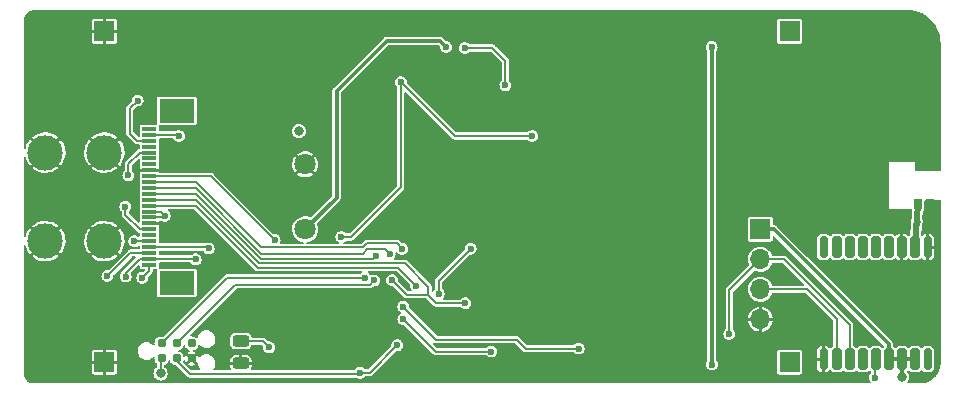
<source format=gbr>
%TF.GenerationSoftware,KiCad,Pcbnew,(6.0.2)*%
%TF.CreationDate,2022-04-10T10:34:04-06:00*%
%TF.ProjectId,SolarGPS,536f6c61-7247-4505-932e-6b696361645f,rev?*%
%TF.SameCoordinates,Original*%
%TF.FileFunction,Copper,L1,Top*%
%TF.FilePolarity,Positive*%
%FSLAX46Y46*%
G04 Gerber Fmt 4.6, Leading zero omitted, Abs format (unit mm)*
G04 Created by KiCad (PCBNEW (6.0.2)) date 2022-04-10 10:34:04*
%MOMM*%
%LPD*%
G01*
G04 APERTURE LIST*
G04 Aperture macros list*
%AMRoundRect*
0 Rectangle with rounded corners*
0 $1 Rounding radius*
0 $2 $3 $4 $5 $6 $7 $8 $9 X,Y pos of 4 corners*
0 Add a 4 corners polygon primitive as box body*
4,1,4,$2,$3,$4,$5,$6,$7,$8,$9,$2,$3,0*
0 Add four circle primitives for the rounded corners*
1,1,$1+$1,$2,$3*
1,1,$1+$1,$4,$5*
1,1,$1+$1,$6,$7*
1,1,$1+$1,$8,$9*
0 Add four rect primitives between the rounded corners*
20,1,$1+$1,$2,$3,$4,$5,0*
20,1,$1+$1,$4,$5,$6,$7,0*
20,1,$1+$1,$6,$7,$8,$9,0*
20,1,$1+$1,$8,$9,$2,$3,0*%
%AMOutline4P*
0 Free polygon, 4 corners , with rotation*
0 The origin of the aperture is its center*
0 number of corners: always 4*
0 $1 to $8 corner X, Y*
0 $9 Rotation angle, in degrees counterclockwise*
0 create outline with 4 corners*
4,1,4,$1,$2,$3,$4,$5,$6,$7,$8,$1,$2,$9*%
G04 Aperture macros list end*
%TA.AperFunction,SMDPad,CuDef*%
%ADD10R,1.250000X0.300000*%
%TD*%
%TA.AperFunction,SMDPad,CuDef*%
%ADD11R,3.000000X2.000000*%
%TD*%
%TA.AperFunction,SMDPad,CuDef*%
%ADD12RoundRect,0.243750X0.456250X-0.243750X0.456250X0.243750X-0.456250X0.243750X-0.456250X-0.243750X0*%
%TD*%
%TA.AperFunction,ComponentPad*%
%ADD13C,3.000000*%
%TD*%
%TA.AperFunction,SMDPad,CuDef*%
%ADD14RoundRect,0.147500X0.161973X0.158988X-0.131904X0.184699X-0.161973X-0.158988X0.131904X-0.184699X0*%
%TD*%
%TA.AperFunction,SMDPad,CuDef*%
%ADD15RoundRect,0.175000X0.175000X-0.725000X0.175000X0.725000X-0.175000X0.725000X-0.175000X-0.725000X0*%
%TD*%
%TA.AperFunction,SMDPad,CuDef*%
%ADD16RoundRect,0.200000X0.200000X-0.700000X0.200000X0.700000X-0.200000X0.700000X-0.200000X-0.700000X0*%
%TD*%
%TA.AperFunction,SMDPad,CuDef*%
%ADD17Outline4P,-0.400000X-0.325000X0.400000X-0.325000X0.400000X0.325000X-0.400000X0.325000X270.000000*%
%TD*%
%TA.AperFunction,SMDPad,CuDef*%
%ADD18Outline4P,-0.400000X-0.800000X0.400000X-0.800000X0.400000X0.800000X-0.400000X0.800000X270.000000*%
%TD*%
%TA.AperFunction,ConnectorPad*%
%ADD19C,0.787400*%
%TD*%
%TA.AperFunction,ComponentPad*%
%ADD20R,1.700000X1.700000*%
%TD*%
%TA.AperFunction,ComponentPad*%
%ADD21C,1.800000*%
%TD*%
%TA.AperFunction,ComponentPad*%
%ADD22O,1.700000X1.700000*%
%TD*%
%TA.AperFunction,ViaPad*%
%ADD23C,0.600000*%
%TD*%
%TA.AperFunction,ViaPad*%
%ADD24C,0.800000*%
%TD*%
%TA.AperFunction,Conductor*%
%ADD25C,0.200000*%
%TD*%
%TA.AperFunction,Conductor*%
%ADD26C,0.300000*%
%TD*%
%TA.AperFunction,Conductor*%
%ADD27C,0.350000*%
%TD*%
%TA.AperFunction,Conductor*%
%ADD28C,0.500000*%
%TD*%
G04 APERTURE END LIST*
D10*
%TO.P,J1,24,Pin_24*%
%TO.N,/VCOM*%
X60800000Y-71750000D03*
%TO.P,J1,23,Pin_23*%
%TO.N,/VGL*%
X60800000Y-71250000D03*
%TO.P,J1,22,Pin_22*%
%TO.N,/VSL*%
X60800000Y-70750000D03*
%TO.P,J1,21,Pin_21*%
%TO.N,/VGH*%
X60800000Y-70250000D03*
%TO.P,J1,20,Pin_20*%
%TO.N,/VSH1*%
X60800000Y-69750000D03*
%TO.P,J1,19,Pin_19*%
%TO.N,unconnected-(J1-Pad19)*%
X60800000Y-69250000D03*
%TO.P,J1,18,Pin_18*%
%TO.N,Net-(C16-Pad1)*%
X60800000Y-68750000D03*
%TO.P,J1,17,Pin_17*%
%TO.N,GND*%
X60800000Y-68250000D03*
%TO.P,J1,16,Pin_16*%
%TO.N,VDD*%
X60800000Y-67750000D03*
%TO.P,J1,15,Pin_15*%
X60800000Y-67250000D03*
%TO.P,J1,14,Pin_14*%
%TO.N,SPI_MOSI*%
X60800000Y-66750000D03*
%TO.P,J1,13,Pin_13*%
%TO.N,SPI_CLK*%
X60800000Y-66250000D03*
%TO.P,J1,12,Pin_12*%
%TO.N,DISP_CS*%
X60800000Y-65750000D03*
%TO.P,J1,11,Pin_11*%
%TO.N,DISP_DC*%
X60800000Y-65250000D03*
%TO.P,J1,10,Pin_10*%
%TO.N,DISP_RES#*%
X60800000Y-64750000D03*
%TO.P,J1,9,Pin_9*%
%TO.N,DISP_BUSY*%
X60800000Y-64250000D03*
%TO.P,J1,8,Pin_8*%
%TO.N,GND*%
X60800000Y-63750000D03*
%TO.P,J1,7,Pin_7*%
%TO.N,unconnected-(J1-Pad7)*%
X60800000Y-63250000D03*
%TO.P,J1,6,Pin_6*%
%TO.N,unconnected-(J1-Pad6)*%
X60800000Y-62750000D03*
%TO.P,J1,5,Pin_5*%
%TO.N,/VSH2*%
X60800000Y-62250000D03*
%TO.P,J1,4,Pin_4*%
%TO.N,unconnected-(J1-Pad4)*%
X60800000Y-61750000D03*
%TO.P,J1,3,Pin_3*%
%TO.N,/RESE*%
X60800000Y-61250000D03*
%TO.P,J1,2,Pin_2*%
%TO.N,/GDR*%
X60800000Y-60750000D03*
%TO.P,J1,1,Pin_1*%
%TO.N,unconnected-(J1-Pad1)*%
X60800000Y-60250000D03*
D11*
%TO.P,J1,0*%
%TO.N,N/C*%
X63125000Y-58710000D03*
X63125000Y-73290000D03*
%TD*%
D12*
%TO.P,D2,1,K*%
%TO.N,GND*%
X68550000Y-80087500D03*
%TO.P,D2,2,A*%
%TO.N,Net-(D2-Pad2)*%
X68550000Y-78212500D03*
%TD*%
D13*
%TO.P,J7,1,Pin_1*%
%TO.N,GND*%
X57000000Y-62250000D03*
X52000000Y-62250000D03*
X52000000Y-69750000D03*
X57000000Y-69750000D03*
%TD*%
D14*
%TO.P,C1,1*%
%TO.N,GND*%
X126733154Y-68292271D03*
%TO.P,C1,2*%
%TO.N,/GPS_RF*%
X125766846Y-68207729D03*
%TD*%
D15*
%TO.P,U2,1,GND*%
%TO.N,GND*%
X117900000Y-79750000D03*
D16*
%TO.P,U2,2,TXD*%
%TO.N,GPS_UART_MISO*%
X119000000Y-79750000D03*
%TO.P,U2,3,RXD*%
%TO.N,GPS_UART_MOSI*%
X120100000Y-79750000D03*
%TO.P,U2,4,TIMEPULSE*%
%TO.N,unconnected-(U2-Pad4)*%
X121200000Y-79750000D03*
%TO.P,U2,5,EXTINT*%
%TO.N,GPS_EXINT*%
X122300000Y-79750000D03*
%TO.P,U2,6,V_BCKP*%
%TO.N,VDD*%
X123400000Y-79750000D03*
%TO.P,U2,7,VCC_IO*%
X124500000Y-79750000D03*
%TO.P,U2,8,VCC*%
X125600000Y-79750000D03*
D15*
%TO.P,U2,9,~{RESET}*%
%TO.N,unconnected-(U2-Pad9)*%
X126700000Y-79750000D03*
%TO.P,U2,10,GND*%
%TO.N,GND*%
X126700000Y-70250000D03*
D16*
%TO.P,U2,11,RF_IN*%
%TO.N,/GPS_RF*%
X125600000Y-70250000D03*
%TO.P,U2,12,GND*%
%TO.N,GND*%
X124500000Y-70250000D03*
%TO.P,U2,13,LNA_EN*%
%TO.N,unconnected-(U2-Pad13)*%
X123400000Y-70250000D03*
%TO.P,U2,14,VCC_RF*%
%TO.N,unconnected-(U2-Pad14)*%
X122300000Y-70250000D03*
%TO.P,U2,15,Reserved*%
%TO.N,unconnected-(U2-Pad15)*%
X121200000Y-70250000D03*
%TO.P,U2,16,SDA*%
%TO.N,unconnected-(U2-Pad16)*%
X120100000Y-70250000D03*
%TO.P,U2,17,SCL*%
%TO.N,unconnected-(U2-Pad17)*%
X119000000Y-70250000D03*
D15*
%TO.P,U2,18,~{SAFEBOOT}*%
%TO.N,unconnected-(U2-Pad18)*%
X117900000Y-70250000D03*
%TD*%
D17*
%TO.P,AE1,1,A*%
%TO.N,/GPS_RF*%
X125900000Y-66600000D03*
%TO.P,AE1,2,Shield*%
%TO.N,GND*%
X126900000Y-66600000D03*
D18*
X126400000Y-63400000D03*
%TD*%
D19*
%TO.P,J4,1,Pin_1*%
%TO.N,VDD*%
X61830000Y-79685000D03*
%TO.P,J4,2,Pin_2*%
%TO.N,/SWDIO*%
X61830000Y-78415000D03*
%TO.P,J4,3,Pin_3*%
%TO.N,RESET*%
X63100000Y-79685000D03*
%TO.P,J4,4,Pin_4*%
%TO.N,/SWDCLK*%
X63100000Y-78415000D03*
%TO.P,J4,5,Pin_5*%
%TO.N,GND*%
X64370000Y-79685000D03*
%TO.P,J4,6,Pin_6*%
%TO.N,unconnected-(J4-Pad6)*%
X64370000Y-78415000D03*
%TD*%
D20*
%TO.P,J2,1,Pin_1*%
%TO.N,GND*%
X57000000Y-80000000D03*
%TD*%
%TO.P,J3,1,Pin_1*%
%TO.N,GND*%
X57000000Y-52000000D03*
%TD*%
D21*
%TO.P,C8,1*%
%TO.N,VBAT*%
X74000000Y-68750000D03*
%TO.P,C8,2*%
%TO.N,GND*%
X74000000Y-63250000D03*
%TD*%
D20*
%TO.P,J6,1,Pin_1*%
%TO.N,Net-(D3-Pad2)*%
X115000000Y-52000000D03*
%TD*%
%TO.P,J5,1,Pin_1*%
%TO.N,Net-(D1-Pad2)*%
X115000000Y-80000000D03*
%TD*%
%TO.P,J8,1,Pin_1*%
%TO.N,VDD*%
X112525000Y-68750000D03*
D22*
%TO.P,J8,2,Pin_2*%
%TO.N,GPS_UART_MOSI*%
X112525000Y-71290000D03*
%TO.P,J8,3,Pin_3*%
%TO.N,GPS_UART_MISO*%
X112525000Y-73830000D03*
%TO.P,J8,4,Pin_4*%
%TO.N,GND*%
X112525000Y-76370000D03*
%TD*%
D23*
%TO.N,GND*%
X57725000Y-76900000D03*
X60900000Y-76950000D03*
X71675000Y-57575000D03*
X65625000Y-56375000D03*
X62600000Y-61875000D03*
X62550000Y-63200000D03*
X65650000Y-68975000D03*
X70600000Y-66750000D03*
X68800000Y-74700000D03*
X77350000Y-79525000D03*
%TO.N,VDD*%
X62100000Y-67600000D03*
%TO.N,/VSH2*%
X59025000Y-64175000D03*
%TO.N,GND*%
X70050000Y-80150000D03*
%TO.N,Net-(D2-Pad2)*%
X70950000Y-78750000D03*
%TO.N,Net-(C16-Pad1)*%
X58775000Y-66825000D03*
%TO.N,/VGL*%
X64725000Y-71300000D03*
%TO.N,/VGH*%
X65825000Y-70375000D03*
%TO.N,/VSH1*%
X59525000Y-69750000D03*
%TO.N,/RESE*%
X59800000Y-57850000D03*
%TO.N,/GDR*%
X63300000Y-60850000D03*
%TO.N,/VSL*%
X57250000Y-72700000D03*
%TO.N,/VGL*%
X58800000Y-72750000D03*
%TO.N,/VCOM*%
X60200000Y-72850000D03*
%TO.N,DISP_BUSY*%
X71400000Y-69650000D03*
%TO.N,DISP_CS*%
X79989326Y-71009501D03*
%TO.N,GND*%
X122950000Y-62450000D03*
X122550000Y-51100000D03*
X77750000Y-66650000D03*
X67050000Y-79100000D03*
X86150000Y-56550000D03*
X89100000Y-75300000D03*
X97700000Y-57050000D03*
X126450000Y-62350000D03*
X73675000Y-74275000D03*
X54650000Y-66750000D03*
X75500000Y-52400000D03*
X84600000Y-50850000D03*
X77350000Y-51200000D03*
X97450000Y-54800000D03*
X82050000Y-50600000D03*
X75800000Y-59300000D03*
X77950000Y-59300000D03*
X92350000Y-76000000D03*
X98950000Y-80250000D03*
X83850000Y-61850000D03*
X122950000Y-65650000D03*
X124500000Y-67400000D03*
X89550000Y-70450000D03*
X117850000Y-81350000D03*
X77650000Y-54350000D03*
X127550000Y-70250000D03*
X124500000Y-68300000D03*
X89850000Y-61950000D03*
X106050000Y-55550000D03*
X123450000Y-67600000D03*
X96600000Y-71500000D03*
X78950000Y-62450000D03*
X89250000Y-55450000D03*
X101450000Y-76000000D03*
X104750000Y-80500000D03*
X116450000Y-69750000D03*
X127050000Y-53250000D03*
X125750000Y-50950000D03*
X97650000Y-57900000D03*
X110350000Y-66400000D03*
X105500000Y-76200000D03*
X54650000Y-65350000D03*
X81450000Y-68350000D03*
X89100000Y-68250000D03*
X124000000Y-62400000D03*
X118100000Y-51100000D03*
X106050000Y-72250000D03*
X127450000Y-62350000D03*
X96600000Y-59250000D03*
X92400000Y-79950000D03*
X83300000Y-55350000D03*
X127300000Y-57300000D03*
X125500000Y-62400000D03*
X94200000Y-77800000D03*
X87950000Y-79950000D03*
X123500000Y-68750000D03*
X89100000Y-57900000D03*
X85700000Y-79900000D03*
X122950000Y-63650000D03*
X89350000Y-77150000D03*
X57350000Y-56550000D03*
X110350000Y-60550000D03*
X86250000Y-70400000D03*
X97650000Y-55750000D03*
X110300000Y-54350000D03*
X127200000Y-59550000D03*
X122950000Y-66750000D03*
X122950000Y-64700000D03*
X84750000Y-53500000D03*
X106000000Y-65200000D03*
D24*
%TO.N,VDD*%
X73450000Y-60450000D03*
X61750000Y-80950000D03*
X124500000Y-81250000D03*
D23*
%TO.N,GPS_EXINT*%
X97150000Y-78850000D03*
X82300000Y-75300000D03*
X122250000Y-81300000D03*
%TO.N,GPS_UART_MOSI*%
X109900000Y-77600000D03*
%TO.N,VBAT*%
X85900000Y-53300000D03*
%TO.N,RESET*%
X81800000Y-78550000D03*
X78650000Y-80900000D03*
%TO.N,/SWDIO*%
X79065470Y-72865499D03*
%TO.N,SPI_MOSI*%
X83400000Y-73550000D03*
%TO.N,SPI_CLK*%
X81350000Y-73050000D03*
X87550000Y-75000000D03*
%TO.N,LIS_INT*%
X85300000Y-74200000D03*
X88000000Y-70400000D03*
%TO.N,Net-(D1-Pad2)*%
X108450000Y-80200000D03*
X108400000Y-53300000D03*
%TO.N,BOOT0*%
X89750000Y-79100000D03*
X82300000Y-76350000D03*
%TO.N,VSTOR*%
X87500000Y-53400000D03*
X90950000Y-56550000D03*
%TO.N,/SWDCLK*%
X79854993Y-73085421D03*
%TO.N,DISP_RES#*%
X82200000Y-70400000D03*
%TO.N,DISP_DC*%
X81150000Y-70850000D03*
%TO.N,VBAT_OK*%
X93200000Y-60850000D03*
X77050000Y-69400000D03*
X82100000Y-56300000D03*
%TD*%
D25*
%TO.N,SPI_CLK*%
X84400000Y-74300000D02*
X85100000Y-75000000D01*
X85100000Y-75000000D02*
X87550000Y-75000000D01*
X82600000Y-74300000D02*
X84400000Y-74300000D01*
X81350000Y-73050000D02*
X82600000Y-74300000D01*
X84400000Y-73600000D02*
X84400000Y-74300000D01*
%TO.N,GPS_EXINT*%
X91900000Y-78100000D02*
X92650000Y-78850000D01*
X92650000Y-78850000D02*
X97150000Y-78850000D01*
X85100000Y-78100000D02*
X91900000Y-78100000D01*
X82300000Y-75300000D02*
X85100000Y-78100000D01*
%TO.N,/VSH1*%
X60800000Y-69750000D02*
X59525000Y-69750000D01*
%TO.N,/VGL*%
X64675000Y-71250000D02*
X64725000Y-71300000D01*
X60800000Y-71250000D02*
X64675000Y-71250000D01*
%TO.N,VDD*%
X61950000Y-67750000D02*
X62100000Y-67600000D01*
X60800000Y-67750000D02*
X61950000Y-67750000D01*
X61750000Y-67250000D02*
X62100000Y-67600000D01*
X60800000Y-67250000D02*
X61750000Y-67250000D01*
%TO.N,/VSH2*%
X59975000Y-62250000D02*
X59025000Y-63200000D01*
X60800000Y-62250000D02*
X59975000Y-62250000D01*
X59025000Y-63200000D02*
X59025000Y-64175000D01*
%TO.N,Net-(D2-Pad2)*%
X68550000Y-78212500D02*
X70412500Y-78212500D01*
X70412500Y-78212500D02*
X70950000Y-78750000D01*
%TO.N,SPI_MOSI*%
X81850000Y-72000000D02*
X83400000Y-73550000D01*
X64716299Y-66750000D02*
X69966299Y-72000000D01*
X69966299Y-72000000D02*
X81850000Y-72000000D01*
X60800000Y-66750000D02*
X64716299Y-66750000D01*
%TO.N,SPI_CLK*%
X82440489Y-71640489D02*
X84400000Y-73600000D01*
X70115214Y-71640489D02*
X82440489Y-71640489D01*
X64724725Y-66250000D02*
X70115214Y-71640489D01*
X60800000Y-66250000D02*
X64724725Y-66250000D01*
%TO.N,DISP_DC*%
X80750000Y-70450000D02*
X81150000Y-70850000D01*
X79250000Y-70450000D02*
X80750000Y-70450000D01*
X70291577Y-70800000D02*
X78900000Y-70800000D01*
X64741577Y-65250000D02*
X70291577Y-70800000D01*
X78900000Y-70800000D02*
X79250000Y-70450000D01*
X60800000Y-65250000D02*
X64741577Y-65250000D01*
%TO.N,DISP_RES#*%
X79241574Y-69950000D02*
X81750000Y-69950000D01*
X70290482Y-70290479D02*
X78901095Y-70290479D01*
X64750003Y-64750000D02*
X70290482Y-70290479D01*
X60800000Y-64750000D02*
X64750003Y-64750000D01*
X78901095Y-70290479D02*
X79241574Y-69950000D01*
X81750000Y-69950000D02*
X82200000Y-70400000D01*
%TO.N,DISP_CS*%
X70233151Y-71250000D02*
X79748827Y-71250000D01*
X79748827Y-71250000D02*
X79989326Y-71009501D01*
X64733151Y-65750000D02*
X70233151Y-71250000D01*
X60800000Y-65750000D02*
X64733151Y-65750000D01*
%TO.N,DISP_BUSY*%
X66000000Y-64250000D02*
X71400000Y-69650000D01*
X60800000Y-64250000D02*
X66000000Y-64250000D01*
%TO.N,/SWDCLK*%
X68090000Y-73425000D02*
X63100000Y-78415000D01*
X79515414Y-73425000D02*
X68090000Y-73425000D01*
X79854993Y-73085421D02*
X79515414Y-73425000D01*
%TO.N,/SWDIO*%
X61830000Y-78415000D02*
X67379501Y-72865499D01*
X67379501Y-72865499D02*
X79065470Y-72865499D01*
%TO.N,Net-(C16-Pad1)*%
X60005978Y-68750000D02*
X60800000Y-68750000D01*
X58775000Y-67519022D02*
X60005978Y-68750000D01*
X58775000Y-66825000D02*
X58775000Y-67519022D01*
%TO.N,/VGH*%
X65700000Y-70250000D02*
X65825000Y-70375000D01*
X60800000Y-70250000D02*
X65700000Y-70250000D01*
%TO.N,/RESE*%
X59150000Y-60650000D02*
X59150000Y-58500000D01*
X59750000Y-61250000D02*
X59150000Y-60650000D01*
X59150000Y-58500000D02*
X59800000Y-57850000D01*
X60800000Y-61250000D02*
X59750000Y-61250000D01*
%TO.N,/GDR*%
X63200000Y-60750000D02*
X63300000Y-60850000D01*
X60800000Y-60750000D02*
X63200000Y-60750000D01*
%TO.N,/VSL*%
X59200000Y-70750000D02*
X57250000Y-72700000D01*
X60800000Y-70750000D02*
X59200000Y-70750000D01*
%TO.N,/VGL*%
X58800000Y-72425000D02*
X58800000Y-72750000D01*
X59975000Y-71250000D02*
X58800000Y-72425000D01*
X60800000Y-71250000D02*
X59975000Y-71250000D01*
%TO.N,/VCOM*%
X60800000Y-72250000D02*
X60200000Y-72850000D01*
X60800000Y-71750000D02*
X60800000Y-72250000D01*
%TO.N,VBAT_OK*%
X77900000Y-69400000D02*
X77050000Y-69400000D01*
X82100000Y-65200000D02*
X77900000Y-69400000D01*
X82100000Y-56300000D02*
X82100000Y-65200000D01*
D26*
%TO.N,VDD*%
X123400000Y-78500000D02*
X113650000Y-68750000D01*
D25*
X61750000Y-80950000D02*
X61750000Y-79765000D01*
D26*
X113650000Y-68750000D02*
X112525000Y-68750000D01*
X123400000Y-79750000D02*
X123400000Y-78500000D01*
D25*
X61750000Y-79765000D02*
X61830000Y-79685000D01*
D26*
X123400000Y-79750000D02*
X125600000Y-79750000D01*
D27*
X124500000Y-79750000D02*
X124500000Y-81250000D01*
D25*
%TO.N,GPS_EXINT*%
X122250000Y-79800000D02*
X122300000Y-79750000D01*
X122250000Y-81300000D02*
X122250000Y-79800000D01*
%TO.N,GPS_UART_MOSI*%
X109900000Y-77600000D02*
X109900000Y-73915000D01*
X109900000Y-73915000D02*
X112525000Y-71290000D01*
X120100000Y-79750000D02*
X120100000Y-76850000D01*
X120100000Y-76850000D02*
X114540000Y-71290000D01*
X114540000Y-71290000D02*
X112525000Y-71290000D01*
%TO.N,GPS_UART_MISO*%
X116515006Y-73830000D02*
X112525000Y-73830000D01*
X119000000Y-76314994D02*
X116515006Y-73830000D01*
X119000000Y-79750000D02*
X119000000Y-76314994D01*
D28*
%TO.N,/GPS_RF*%
X125900000Y-66600000D02*
X125600000Y-70250000D01*
D26*
%TO.N,VBAT*%
X76650000Y-66100000D02*
X76650000Y-57050000D01*
X80900000Y-52800000D02*
X85400000Y-52800000D01*
X76650000Y-57050000D02*
X80900000Y-52800000D01*
X85400000Y-52800000D02*
X85900000Y-53300000D01*
X74000000Y-68750000D02*
X76650000Y-66100000D01*
D25*
%TO.N,RESET*%
X78650000Y-80900000D02*
X79450000Y-80900000D01*
X78550000Y-81000000D02*
X78650000Y-80900000D01*
X64200000Y-81000000D02*
X78550000Y-81000000D01*
X63100000Y-79685000D02*
X63100000Y-79900000D01*
X79450000Y-80900000D02*
X81800000Y-78550000D01*
X63100000Y-79900000D02*
X64200000Y-81000000D01*
%TO.N,LIS_INT*%
X85300000Y-74200000D02*
X85300000Y-73100000D01*
X85300000Y-73100000D02*
X88000000Y-70400000D01*
D26*
%TO.N,Net-(D1-Pad2)*%
X108400000Y-80150000D02*
X108450000Y-80200000D01*
X108400000Y-53300000D02*
X108400000Y-80150000D01*
D25*
%TO.N,BOOT0*%
X85050000Y-79100000D02*
X89750000Y-79100000D01*
X82300000Y-76350000D02*
X85050000Y-79100000D01*
%TO.N,VSTOR*%
X89850000Y-53400000D02*
X87500000Y-53400000D01*
X90950000Y-56550000D02*
X90950000Y-54500000D01*
X90950000Y-54500000D02*
X89850000Y-53400000D01*
%TO.N,VBAT_OK*%
X86650000Y-60850000D02*
X93200000Y-60850000D01*
X82100000Y-56300000D02*
X86650000Y-60850000D01*
%TD*%
%TA.AperFunction,Conductor*%
%TO.N,GND*%
G36*
X124985461Y-50201882D02*
G01*
X124991522Y-50203276D01*
X124991523Y-50203276D01*
X124999642Y-50205143D01*
X125007806Y-50203296D01*
X125028281Y-50201589D01*
X125144227Y-50208100D01*
X125309367Y-50217374D01*
X125317595Y-50218302D01*
X125618956Y-50269505D01*
X125627046Y-50271351D01*
X125920792Y-50355978D01*
X125928624Y-50358719D01*
X126211040Y-50475699D01*
X126218513Y-50479298D01*
X126486044Y-50627158D01*
X126493072Y-50631572D01*
X126742386Y-50808470D01*
X126748870Y-50813642D01*
X126976800Y-51017333D01*
X126982667Y-51023200D01*
X127186358Y-51251130D01*
X127191533Y-51257618D01*
X127368428Y-51506929D01*
X127372842Y-51513956D01*
X127520702Y-51781487D01*
X127524301Y-51788960D01*
X127592288Y-51953096D01*
X127641281Y-52071376D01*
X127644022Y-52079208D01*
X127728649Y-52372954D01*
X127730495Y-52381043D01*
X127781698Y-52682405D01*
X127782626Y-52690633D01*
X127798385Y-52971247D01*
X127796726Y-52990723D01*
X127796725Y-52991520D01*
X127794857Y-52999642D01*
X127796696Y-53007769D01*
X127796696Y-53007771D01*
X127798175Y-53014306D01*
X127800000Y-53030637D01*
X127800000Y-63776000D01*
X127782687Y-63823566D01*
X127738850Y-63848876D01*
X127726000Y-63850000D01*
X125824000Y-63850000D01*
X125776434Y-63832687D01*
X125751124Y-63788850D01*
X125750000Y-63776000D01*
X125750000Y-63050000D01*
X123400000Y-63050000D01*
X123400000Y-67050000D01*
X125327716Y-67050000D01*
X125375282Y-67067313D01*
X125389249Y-67082894D01*
X125391873Y-67086822D01*
X125404091Y-67133990D01*
X125348614Y-67808965D01*
X125338260Y-67841071D01*
X125313165Y-67882754D01*
X125306905Y-67893151D01*
X125291141Y-67959839D01*
X125290907Y-67962508D01*
X125290907Y-67962511D01*
X125256377Y-68357191D01*
X125255322Y-68369247D01*
X125259392Y-68438263D01*
X125278402Y-68487402D01*
X125284193Y-68502370D01*
X125288929Y-68535132D01*
X125240693Y-69122013D01*
X125238955Y-69143153D01*
X125217804Y-69189141D01*
X125198800Y-69203025D01*
X125161658Y-69221950D01*
X125101973Y-69281635D01*
X125056097Y-69303027D01*
X125007202Y-69289926D01*
X124997321Y-69281635D01*
X124942164Y-69226478D01*
X124932853Y-69219713D01*
X124830342Y-69167481D01*
X124819393Y-69163923D01*
X124734354Y-69150455D01*
X124728572Y-69150000D01*
X124640048Y-69150000D01*
X124630052Y-69153638D01*
X124627000Y-69158925D01*
X124627000Y-71336951D01*
X124630638Y-71346947D01*
X124635925Y-71349999D01*
X124728571Y-71349999D01*
X124734354Y-71349544D01*
X124819394Y-71336076D01*
X124830340Y-71332519D01*
X124932853Y-71280287D01*
X124942164Y-71273522D01*
X124997321Y-71218365D01*
X125043197Y-71196973D01*
X125092092Y-71210074D01*
X125101973Y-71218365D01*
X125161658Y-71278050D01*
X125166848Y-71280694D01*
X125166850Y-71280696D01*
X125269502Y-71333000D01*
X125269505Y-71333001D01*
X125274696Y-71335646D01*
X125280448Y-71336557D01*
X125280451Y-71336558D01*
X125365318Y-71349999D01*
X125368481Y-71350500D01*
X125600000Y-71350500D01*
X125831518Y-71350499D01*
X125834390Y-71350044D01*
X125834392Y-71350044D01*
X125881773Y-71342540D01*
X125925304Y-71335646D01*
X125995263Y-71300000D01*
X126033150Y-71280696D01*
X126033152Y-71280694D01*
X126038342Y-71278050D01*
X126115652Y-71200740D01*
X126161528Y-71179348D01*
X126210423Y-71192449D01*
X126220258Y-71200695D01*
X126299895Y-71280194D01*
X126309717Y-71287199D01*
X126411226Y-71336818D01*
X126422070Y-71340169D01*
X126486805Y-71349613D01*
X126492139Y-71350000D01*
X126559952Y-71350000D01*
X126569948Y-71346362D01*
X126573000Y-71341075D01*
X126573000Y-71336952D01*
X126827000Y-71336952D01*
X126830638Y-71346948D01*
X126835925Y-71350000D01*
X126907843Y-71350000D01*
X126913212Y-71349607D01*
X126978564Y-71339987D01*
X126989408Y-71336618D01*
X127090826Y-71286824D01*
X127100634Y-71279801D01*
X127180196Y-71200101D01*
X127187199Y-71190283D01*
X127236818Y-71088774D01*
X127240169Y-71077930D01*
X127249613Y-71013195D01*
X127250000Y-71007861D01*
X127250000Y-70390048D01*
X127246362Y-70380052D01*
X127241075Y-70377000D01*
X126840048Y-70377000D01*
X126830052Y-70380638D01*
X126827000Y-70385925D01*
X126827000Y-71336952D01*
X126573000Y-71336952D01*
X126573000Y-70109952D01*
X126827000Y-70109952D01*
X126830638Y-70119948D01*
X126835925Y-70123000D01*
X127236952Y-70123000D01*
X127246948Y-70119362D01*
X127250000Y-70114075D01*
X127250000Y-69492157D01*
X127249607Y-69486788D01*
X127239987Y-69421436D01*
X127236618Y-69410592D01*
X127186824Y-69309174D01*
X127179801Y-69299366D01*
X127100101Y-69219804D01*
X127090283Y-69212801D01*
X126988774Y-69163182D01*
X126977930Y-69159831D01*
X126913195Y-69150387D01*
X126907861Y-69150000D01*
X126840048Y-69150000D01*
X126830052Y-69153638D01*
X126827000Y-69158925D01*
X126827000Y-70109952D01*
X126573000Y-70109952D01*
X126573000Y-69163048D01*
X126569362Y-69153052D01*
X126564075Y-69150000D01*
X126492157Y-69150000D01*
X126486788Y-69150393D01*
X126421436Y-69160013D01*
X126410592Y-69163382D01*
X126309174Y-69213176D01*
X126299365Y-69220199D01*
X126264725Y-69254899D01*
X126218867Y-69276331D01*
X126169961Y-69263272D01*
X126140892Y-69221832D01*
X126138603Y-69196556D01*
X126138826Y-69193852D01*
X126187422Y-68602600D01*
X126197776Y-68570494D01*
X126223825Y-68527227D01*
X126226787Y-68522307D01*
X126242551Y-68455619D01*
X126243708Y-68442392D01*
X126278135Y-68048902D01*
X126278135Y-68048896D01*
X126278370Y-68046211D01*
X126274300Y-67977195D01*
X126251168Y-67917402D01*
X126246432Y-67884641D01*
X126300715Y-67224206D01*
X126321866Y-67178218D01*
X126333353Y-67168740D01*
X126363491Y-67148602D01*
X126369552Y-67144552D01*
X126373602Y-67138491D01*
X126409816Y-67084294D01*
X126409816Y-67084293D01*
X126413867Y-67078231D01*
X126425500Y-67019748D01*
X126425500Y-66324000D01*
X126442813Y-66276434D01*
X126486650Y-66251124D01*
X126499500Y-66250000D01*
X127726000Y-66250000D01*
X127773566Y-66267313D01*
X127798876Y-66311150D01*
X127800000Y-66324000D01*
X127800000Y-79968877D01*
X127798118Y-79985461D01*
X127794857Y-79999642D01*
X127796697Y-80007773D01*
X127796694Y-80009405D01*
X127798161Y-80028050D01*
X127784918Y-80230111D01*
X127783654Y-80239707D01*
X127779210Y-80262049D01*
X127742644Y-80445883D01*
X127739614Y-80461114D01*
X127737111Y-80470459D01*
X127666082Y-80679702D01*
X127664542Y-80684238D01*
X127660839Y-80693178D01*
X127617919Y-80780211D01*
X127560991Y-80895650D01*
X127556151Y-80904033D01*
X127430731Y-81091737D01*
X127424838Y-81099417D01*
X127374015Y-81157370D01*
X127275986Y-81269150D01*
X127269150Y-81275986D01*
X127184282Y-81350414D01*
X127099417Y-81424838D01*
X127091737Y-81430731D01*
X126904033Y-81556151D01*
X126895650Y-81560991D01*
X126876755Y-81570309D01*
X126715697Y-81649734D01*
X126693180Y-81660838D01*
X126684241Y-81664541D01*
X126470459Y-81737111D01*
X126461117Y-81739613D01*
X126376774Y-81756390D01*
X126239707Y-81783654D01*
X126230112Y-81784918D01*
X126028519Y-81798131D01*
X126011108Y-81796729D01*
X126008479Y-81796724D01*
X126000358Y-81794857D01*
X125992231Y-81796696D01*
X125992229Y-81796696D01*
X125985694Y-81798175D01*
X125969363Y-81800000D01*
X124984320Y-81800000D01*
X124936754Y-81782687D01*
X124911444Y-81738850D01*
X124920234Y-81689000D01*
X124928393Y-81678367D01*
X124928282Y-81678282D01*
X125021584Y-81556689D01*
X125021586Y-81556685D01*
X125024536Y-81552841D01*
X125085044Y-81406762D01*
X125085702Y-81401770D01*
X125105049Y-81254808D01*
X125105682Y-81250000D01*
X125099033Y-81199498D01*
X125085677Y-81098043D01*
X125085676Y-81098040D01*
X125085044Y-81093238D01*
X125024536Y-80947159D01*
X125021586Y-80943315D01*
X125021584Y-80943311D01*
X124953197Y-80854187D01*
X124937975Y-80805911D01*
X124959579Y-80756813D01*
X124997674Y-80718718D01*
X125043550Y-80697326D01*
X125092445Y-80710427D01*
X125102326Y-80718718D01*
X125161658Y-80778050D01*
X125166848Y-80780694D01*
X125166850Y-80780696D01*
X125269502Y-80833000D01*
X125269505Y-80833001D01*
X125274696Y-80835646D01*
X125280448Y-80836557D01*
X125280451Y-80836558D01*
X125365324Y-80850000D01*
X125368481Y-80850500D01*
X125600000Y-80850500D01*
X125831518Y-80850499D01*
X125834390Y-80850044D01*
X125834392Y-80850044D01*
X125866090Y-80845024D01*
X125925304Y-80835646D01*
X125983662Y-80805911D01*
X126033150Y-80780696D01*
X126033152Y-80780694D01*
X126038342Y-80778050D01*
X126115298Y-80701094D01*
X126161174Y-80679702D01*
X126210069Y-80692803D01*
X126219904Y-80701048D01*
X126265775Y-80746838D01*
X126303931Y-80784927D01*
X126376034Y-80820172D01*
X126411081Y-80837304D01*
X126411083Y-80837305D01*
X126416241Y-80839826D01*
X126421924Y-80840655D01*
X126485983Y-80850000D01*
X126489410Y-80850500D01*
X126910590Y-80850500D01*
X126916616Y-80849613D01*
X126919598Y-80849174D01*
X126984396Y-80839635D01*
X127096610Y-80784541D01*
X127184927Y-80696069D01*
X127220944Y-80622388D01*
X127237304Y-80588919D01*
X127237305Y-80588917D01*
X127239826Y-80583759D01*
X127250500Y-80510590D01*
X127250500Y-78989410D01*
X127239635Y-78915604D01*
X127184541Y-78803390D01*
X127096069Y-78715073D01*
X127005755Y-78670926D01*
X126988919Y-78662696D01*
X126988917Y-78662695D01*
X126983759Y-78660174D01*
X126934939Y-78653052D01*
X126913243Y-78649887D01*
X126910590Y-78649500D01*
X126489410Y-78649500D01*
X126486741Y-78649893D01*
X126486740Y-78649893D01*
X126483344Y-78650393D01*
X126415604Y-78660365D01*
X126303390Y-78715459D01*
X126220065Y-78798931D01*
X126174208Y-78820363D01*
X126125303Y-78807305D01*
X126115368Y-78798976D01*
X126038342Y-78721950D01*
X126033152Y-78719306D01*
X126033150Y-78719304D01*
X125930498Y-78667000D01*
X125930495Y-78666999D01*
X125925304Y-78664354D01*
X125919552Y-78663443D01*
X125919549Y-78663442D01*
X125834392Y-78649955D01*
X125831519Y-78649500D01*
X125828610Y-78649500D01*
X125600001Y-78649501D01*
X125368482Y-78649501D01*
X125365610Y-78649956D01*
X125365608Y-78649956D01*
X125346060Y-78653052D01*
X125274696Y-78664354D01*
X125226055Y-78689138D01*
X125166850Y-78719304D01*
X125166848Y-78719306D01*
X125161658Y-78721950D01*
X125102326Y-78781282D01*
X125056450Y-78802674D01*
X125007555Y-78789573D01*
X124997674Y-78781282D01*
X124938342Y-78721950D01*
X124933152Y-78719306D01*
X124933150Y-78719304D01*
X124830498Y-78667000D01*
X124830495Y-78666999D01*
X124825304Y-78664354D01*
X124819552Y-78663443D01*
X124819549Y-78663442D01*
X124734392Y-78649955D01*
X124731519Y-78649500D01*
X124728610Y-78649500D01*
X124500001Y-78649501D01*
X124268482Y-78649501D01*
X124265610Y-78649956D01*
X124265608Y-78649956D01*
X124246060Y-78653052D01*
X124174696Y-78664354D01*
X124126055Y-78689138D01*
X124066850Y-78719304D01*
X124066848Y-78719306D01*
X124061658Y-78721950D01*
X124002326Y-78781282D01*
X123956450Y-78802674D01*
X123907555Y-78789573D01*
X123897674Y-78781282D01*
X123838342Y-78721950D01*
X123790904Y-78697779D01*
X123756382Y-78660758D01*
X123750500Y-78631845D01*
X123750500Y-78545287D01*
X123752158Y-78529712D01*
X123753663Y-78522722D01*
X123753663Y-78522721D01*
X123754951Y-78516739D01*
X123753461Y-78504145D01*
X123751013Y-78483467D01*
X123750500Y-78474769D01*
X123750500Y-78470885D01*
X123747403Y-78452280D01*
X123746915Y-78448845D01*
X123741955Y-78406934D01*
X123741955Y-78406933D01*
X123741236Y-78400861D01*
X123738589Y-78395349D01*
X123738259Y-78394212D01*
X123738076Y-78393407D01*
X123737889Y-78392817D01*
X123737582Y-78392067D01*
X123737192Y-78390928D01*
X123736188Y-78384897D01*
X123713234Y-78342358D01*
X123711651Y-78339251D01*
X123692741Y-78299870D01*
X123692740Y-78299869D01*
X123690726Y-78295674D01*
X123687408Y-78291726D01*
X123686455Y-78290773D01*
X123683532Y-78287310D01*
X123680778Y-78282206D01*
X123643623Y-78247860D01*
X123641528Y-78245846D01*
X116406272Y-71010590D01*
X117349500Y-71010590D01*
X117360365Y-71084396D01*
X117415459Y-71196610D01*
X117503931Y-71284927D01*
X117554183Y-71309491D01*
X117611081Y-71337304D01*
X117611083Y-71337305D01*
X117616241Y-71339826D01*
X117621924Y-71340655D01*
X117685983Y-71350000D01*
X117689410Y-71350500D01*
X118110590Y-71350500D01*
X118113994Y-71349999D01*
X118119598Y-71349174D01*
X118184396Y-71339635D01*
X118296610Y-71284541D01*
X118379935Y-71201069D01*
X118425792Y-71179637D01*
X118474697Y-71192695D01*
X118484632Y-71201024D01*
X118561658Y-71278050D01*
X118566848Y-71280694D01*
X118566850Y-71280696D01*
X118669502Y-71333000D01*
X118669505Y-71333001D01*
X118674696Y-71335646D01*
X118680448Y-71336557D01*
X118680451Y-71336558D01*
X118765318Y-71349999D01*
X118768481Y-71350500D01*
X119000000Y-71350500D01*
X119231518Y-71350499D01*
X119234390Y-71350044D01*
X119234392Y-71350044D01*
X119281773Y-71342540D01*
X119325304Y-71335646D01*
X119395263Y-71300000D01*
X119433150Y-71280696D01*
X119433152Y-71280694D01*
X119438342Y-71278050D01*
X119497674Y-71218718D01*
X119543550Y-71197326D01*
X119592445Y-71210427D01*
X119602326Y-71218718D01*
X119661658Y-71278050D01*
X119666848Y-71280694D01*
X119666850Y-71280696D01*
X119769502Y-71333000D01*
X119769505Y-71333001D01*
X119774696Y-71335646D01*
X119780448Y-71336557D01*
X119780451Y-71336558D01*
X119865318Y-71349999D01*
X119868481Y-71350500D01*
X120100000Y-71350500D01*
X120331518Y-71350499D01*
X120334390Y-71350044D01*
X120334392Y-71350044D01*
X120381773Y-71342540D01*
X120425304Y-71335646D01*
X120495263Y-71300000D01*
X120533150Y-71280696D01*
X120533152Y-71280694D01*
X120538342Y-71278050D01*
X120597674Y-71218718D01*
X120643550Y-71197326D01*
X120692445Y-71210427D01*
X120702326Y-71218718D01*
X120761658Y-71278050D01*
X120766848Y-71280694D01*
X120766850Y-71280696D01*
X120869502Y-71333000D01*
X120869505Y-71333001D01*
X120874696Y-71335646D01*
X120880448Y-71336557D01*
X120880451Y-71336558D01*
X120965318Y-71349999D01*
X120968481Y-71350500D01*
X121200000Y-71350500D01*
X121431518Y-71350499D01*
X121434390Y-71350044D01*
X121434392Y-71350044D01*
X121481773Y-71342540D01*
X121525304Y-71335646D01*
X121595263Y-71300000D01*
X121633150Y-71280696D01*
X121633152Y-71280694D01*
X121638342Y-71278050D01*
X121697674Y-71218718D01*
X121743550Y-71197326D01*
X121792445Y-71210427D01*
X121802326Y-71218718D01*
X121861658Y-71278050D01*
X121866848Y-71280694D01*
X121866850Y-71280696D01*
X121969502Y-71333000D01*
X121969505Y-71333001D01*
X121974696Y-71335646D01*
X121980448Y-71336557D01*
X121980451Y-71336558D01*
X122065318Y-71349999D01*
X122068481Y-71350500D01*
X122300000Y-71350500D01*
X122531518Y-71350499D01*
X122534390Y-71350044D01*
X122534392Y-71350044D01*
X122581773Y-71342540D01*
X122625304Y-71335646D01*
X122695263Y-71300000D01*
X122733150Y-71280696D01*
X122733152Y-71280694D01*
X122738342Y-71278050D01*
X122797674Y-71218718D01*
X122843550Y-71197326D01*
X122892445Y-71210427D01*
X122902326Y-71218718D01*
X122961658Y-71278050D01*
X122966848Y-71280694D01*
X122966850Y-71280696D01*
X123069502Y-71333000D01*
X123069505Y-71333001D01*
X123074696Y-71335646D01*
X123080448Y-71336557D01*
X123080451Y-71336558D01*
X123165318Y-71349999D01*
X123168481Y-71350500D01*
X123400000Y-71350500D01*
X123631518Y-71350499D01*
X123634390Y-71350044D01*
X123634392Y-71350044D01*
X123681773Y-71342540D01*
X123725304Y-71335646D01*
X123795263Y-71300000D01*
X123833150Y-71280696D01*
X123833152Y-71280694D01*
X123838342Y-71278050D01*
X123898027Y-71218365D01*
X123943903Y-71196973D01*
X123992798Y-71210074D01*
X124002679Y-71218365D01*
X124057836Y-71273522D01*
X124067147Y-71280287D01*
X124169658Y-71332519D01*
X124180607Y-71336077D01*
X124265646Y-71349545D01*
X124271428Y-71350000D01*
X124359952Y-71350000D01*
X124369948Y-71346362D01*
X124373000Y-71341075D01*
X124373000Y-69163049D01*
X124369362Y-69153053D01*
X124364075Y-69150001D01*
X124271429Y-69150001D01*
X124265646Y-69150456D01*
X124180606Y-69163924D01*
X124169660Y-69167481D01*
X124067147Y-69219713D01*
X124057836Y-69226478D01*
X124002679Y-69281635D01*
X123956803Y-69303027D01*
X123907908Y-69289926D01*
X123898027Y-69281635D01*
X123838342Y-69221950D01*
X123833152Y-69219306D01*
X123833150Y-69219304D01*
X123730498Y-69167000D01*
X123730495Y-69166999D01*
X123725304Y-69164354D01*
X123719552Y-69163443D01*
X123719549Y-69163442D01*
X123634392Y-69149955D01*
X123631519Y-69149500D01*
X123628610Y-69149500D01*
X123400001Y-69149501D01*
X123168482Y-69149501D01*
X123165610Y-69149956D01*
X123165608Y-69149956D01*
X123142360Y-69153638D01*
X123074696Y-69164354D01*
X123022430Y-69190985D01*
X122966850Y-69219304D01*
X122966848Y-69219306D01*
X122961658Y-69221950D01*
X122902326Y-69281282D01*
X122856450Y-69302674D01*
X122807555Y-69289573D01*
X122797674Y-69281282D01*
X122738342Y-69221950D01*
X122733152Y-69219306D01*
X122733150Y-69219304D01*
X122630498Y-69167000D01*
X122630495Y-69166999D01*
X122625304Y-69164354D01*
X122619552Y-69163443D01*
X122619549Y-69163442D01*
X122534392Y-69149955D01*
X122531519Y-69149500D01*
X122528610Y-69149500D01*
X122300001Y-69149501D01*
X122068482Y-69149501D01*
X122065610Y-69149956D01*
X122065608Y-69149956D01*
X122042360Y-69153638D01*
X121974696Y-69164354D01*
X121922430Y-69190985D01*
X121866850Y-69219304D01*
X121866848Y-69219306D01*
X121861658Y-69221950D01*
X121802326Y-69281282D01*
X121756450Y-69302674D01*
X121707555Y-69289573D01*
X121697674Y-69281282D01*
X121638342Y-69221950D01*
X121633152Y-69219306D01*
X121633150Y-69219304D01*
X121530498Y-69167000D01*
X121530495Y-69166999D01*
X121525304Y-69164354D01*
X121519552Y-69163443D01*
X121519549Y-69163442D01*
X121434392Y-69149955D01*
X121431519Y-69149500D01*
X121428610Y-69149500D01*
X121200001Y-69149501D01*
X120968482Y-69149501D01*
X120965610Y-69149956D01*
X120965608Y-69149956D01*
X120942360Y-69153638D01*
X120874696Y-69164354D01*
X120822430Y-69190985D01*
X120766850Y-69219304D01*
X120766848Y-69219306D01*
X120761658Y-69221950D01*
X120702326Y-69281282D01*
X120656450Y-69302674D01*
X120607555Y-69289573D01*
X120597674Y-69281282D01*
X120538342Y-69221950D01*
X120533152Y-69219306D01*
X120533150Y-69219304D01*
X120430498Y-69167000D01*
X120430495Y-69166999D01*
X120425304Y-69164354D01*
X120419552Y-69163443D01*
X120419549Y-69163442D01*
X120334392Y-69149955D01*
X120331519Y-69149500D01*
X120328610Y-69149500D01*
X120100001Y-69149501D01*
X119868482Y-69149501D01*
X119865610Y-69149956D01*
X119865608Y-69149956D01*
X119842360Y-69153638D01*
X119774696Y-69164354D01*
X119722430Y-69190985D01*
X119666850Y-69219304D01*
X119666848Y-69219306D01*
X119661658Y-69221950D01*
X119602326Y-69281282D01*
X119556450Y-69302674D01*
X119507555Y-69289573D01*
X119497674Y-69281282D01*
X119438342Y-69221950D01*
X119433152Y-69219306D01*
X119433150Y-69219304D01*
X119330498Y-69167000D01*
X119330495Y-69166999D01*
X119325304Y-69164354D01*
X119319552Y-69163443D01*
X119319549Y-69163442D01*
X119234392Y-69149955D01*
X119231519Y-69149500D01*
X119228610Y-69149500D01*
X119000001Y-69149501D01*
X118768482Y-69149501D01*
X118765610Y-69149956D01*
X118765608Y-69149956D01*
X118742360Y-69153638D01*
X118674696Y-69164354D01*
X118622430Y-69190985D01*
X118566850Y-69219304D01*
X118566848Y-69219306D01*
X118561658Y-69221950D01*
X118484702Y-69298906D01*
X118438826Y-69320298D01*
X118389931Y-69307197D01*
X118380096Y-69298952D01*
X118330087Y-69249031D01*
X118296069Y-69215073D01*
X118206279Y-69171182D01*
X118188919Y-69162696D01*
X118188917Y-69162695D01*
X118183759Y-69160174D01*
X118117143Y-69150456D01*
X118113243Y-69149887D01*
X118110590Y-69149500D01*
X117689410Y-69149500D01*
X117686741Y-69149893D01*
X117686740Y-69149893D01*
X117683344Y-69150393D01*
X117615604Y-69160365D01*
X117503390Y-69215459D01*
X117415073Y-69303931D01*
X117383325Y-69368880D01*
X117368610Y-69398984D01*
X117360174Y-69416241D01*
X117349500Y-69489410D01*
X117349500Y-71010590D01*
X116406272Y-71010590D01*
X113929866Y-68534184D01*
X113920025Y-68521998D01*
X113916145Y-68515989D01*
X113916143Y-68515987D01*
X113912825Y-68510848D01*
X113886514Y-68490106D01*
X113880001Y-68484319D01*
X113877254Y-68481572D01*
X113874776Y-68479801D01*
X113874771Y-68479797D01*
X113861920Y-68470614D01*
X113859157Y-68468540D01*
X113821189Y-68438608D01*
X113815420Y-68436582D01*
X113814383Y-68436012D01*
X113813680Y-68435570D01*
X113813140Y-68435289D01*
X113812383Y-68434972D01*
X113811307Y-68434445D01*
X113806331Y-68430889D01*
X113760023Y-68417040D01*
X113756707Y-68415963D01*
X113748298Y-68413010D01*
X113711094Y-68399945D01*
X113705956Y-68399500D01*
X113704619Y-68399500D01*
X113700088Y-68399116D01*
X113694536Y-68397456D01*
X113688426Y-68397696D01*
X113688425Y-68397696D01*
X113652405Y-68399111D01*
X113604195Y-68383679D01*
X113577185Y-68340869D01*
X113575500Y-68325168D01*
X113575500Y-67880252D01*
X113563867Y-67821769D01*
X113523682Y-67761628D01*
X113523602Y-67761509D01*
X113519552Y-67755448D01*
X113513308Y-67751276D01*
X113459294Y-67715184D01*
X113459293Y-67715184D01*
X113453231Y-67711133D01*
X113399283Y-67700402D01*
X113398318Y-67700210D01*
X113398317Y-67700210D01*
X113394748Y-67699500D01*
X111655252Y-67699500D01*
X111651683Y-67700210D01*
X111651682Y-67700210D01*
X111650717Y-67700402D01*
X111596769Y-67711133D01*
X111590707Y-67715184D01*
X111590706Y-67715184D01*
X111536692Y-67751276D01*
X111530448Y-67755448D01*
X111526398Y-67761509D01*
X111526319Y-67761628D01*
X111486133Y-67821769D01*
X111474500Y-67880252D01*
X111474500Y-69619748D01*
X111486133Y-69678231D01*
X111490184Y-69684293D01*
X111490184Y-69684294D01*
X111513640Y-69719397D01*
X111530448Y-69744552D01*
X111536509Y-69748602D01*
X111577661Y-69776099D01*
X111596769Y-69788867D01*
X111641295Y-69797724D01*
X111651682Y-69799790D01*
X111651683Y-69799790D01*
X111655252Y-69800500D01*
X113394748Y-69800500D01*
X113398317Y-69799790D01*
X113398318Y-69799790D01*
X113408705Y-69797724D01*
X113453231Y-69788867D01*
X113472340Y-69776099D01*
X113513491Y-69748602D01*
X113519552Y-69744552D01*
X113536360Y-69719397D01*
X113559816Y-69684294D01*
X113559816Y-69684293D01*
X113563867Y-69678231D01*
X113575500Y-69619748D01*
X113575500Y-69349834D01*
X113592813Y-69302268D01*
X113636650Y-69276958D01*
X113686500Y-69285748D01*
X113701826Y-69297508D01*
X122998685Y-78594367D01*
X123020077Y-78640243D01*
X123006976Y-78689138D01*
X122979956Y-78712626D01*
X122972303Y-78716526D01*
X122961658Y-78721950D01*
X122902326Y-78781282D01*
X122856450Y-78802674D01*
X122807555Y-78789573D01*
X122797674Y-78781282D01*
X122738342Y-78721950D01*
X122733152Y-78719306D01*
X122733150Y-78719304D01*
X122630498Y-78667000D01*
X122630495Y-78666999D01*
X122625304Y-78664354D01*
X122619552Y-78663443D01*
X122619549Y-78663442D01*
X122534392Y-78649955D01*
X122531519Y-78649500D01*
X122528610Y-78649500D01*
X122300001Y-78649501D01*
X122068482Y-78649501D01*
X122065610Y-78649956D01*
X122065608Y-78649956D01*
X122046060Y-78653052D01*
X121974696Y-78664354D01*
X121926055Y-78689138D01*
X121866850Y-78719304D01*
X121866848Y-78719306D01*
X121861658Y-78721950D01*
X121802326Y-78781282D01*
X121756450Y-78802674D01*
X121707555Y-78789573D01*
X121697674Y-78781282D01*
X121638342Y-78721950D01*
X121633152Y-78719306D01*
X121633150Y-78719304D01*
X121530498Y-78667000D01*
X121530495Y-78666999D01*
X121525304Y-78664354D01*
X121519552Y-78663443D01*
X121519549Y-78663442D01*
X121434392Y-78649955D01*
X121431519Y-78649500D01*
X121428610Y-78649500D01*
X121200001Y-78649501D01*
X120968482Y-78649501D01*
X120965610Y-78649956D01*
X120965608Y-78649956D01*
X120946060Y-78653052D01*
X120874696Y-78664354D01*
X120826055Y-78689138D01*
X120766850Y-78719304D01*
X120766848Y-78719306D01*
X120761658Y-78721950D01*
X120702326Y-78781282D01*
X120656450Y-78802674D01*
X120607555Y-78789573D01*
X120597674Y-78781282D01*
X120538342Y-78721950D01*
X120533152Y-78719306D01*
X120533150Y-78719304D01*
X120440905Y-78672303D01*
X120406383Y-78635283D01*
X120400500Y-78606369D01*
X120400500Y-76904567D01*
X120400902Y-76899094D01*
X120402425Y-76894658D01*
X120400658Y-76847569D01*
X120400552Y-76844758D01*
X120400500Y-76841982D01*
X120400500Y-76822052D01*
X120399876Y-76818700D01*
X120399563Y-76815309D01*
X120399753Y-76815291D01*
X120399294Y-76811242D01*
X120398482Y-76789617D01*
X120398226Y-76782791D01*
X120395530Y-76776516D01*
X120395529Y-76776512D01*
X120392584Y-76769658D01*
X120387825Y-76753995D01*
X120386460Y-76746664D01*
X120386460Y-76746663D01*
X120385209Y-76739947D01*
X120381624Y-76734132D01*
X120381623Y-76734128D01*
X120370270Y-76715710D01*
X120365274Y-76706093D01*
X120356099Y-76684738D01*
X120356098Y-76684736D01*
X120354036Y-76679937D01*
X120350022Y-76675051D01*
X120343591Y-76668620D01*
X120332923Y-76655124D01*
X120330053Y-76650468D01*
X120326468Y-76644652D01*
X120301888Y-76625961D01*
X120294354Y-76619383D01*
X114791070Y-71116099D01*
X114787485Y-71111946D01*
X114785425Y-71107731D01*
X114748818Y-71073773D01*
X114746819Y-71071848D01*
X114732723Y-71057752D01*
X114729912Y-71055824D01*
X114727293Y-71053647D01*
X114727403Y-71053515D01*
X114724227Y-71050961D01*
X114708364Y-71036246D01*
X114708363Y-71036245D01*
X114703354Y-71031599D01*
X114697012Y-71029069D01*
X114697006Y-71029065D01*
X114690077Y-71026301D01*
X114675641Y-71018593D01*
X114669493Y-71014376D01*
X114669492Y-71014375D01*
X114663854Y-71010508D01*
X114657204Y-71008930D01*
X114657202Y-71008929D01*
X114636160Y-71003936D01*
X114625824Y-71000668D01*
X114623932Y-70999913D01*
X114599378Y-70990117D01*
X114593085Y-70989500D01*
X114583988Y-70989500D01*
X114566901Y-70987500D01*
X114561585Y-70986238D01*
X114561583Y-70986238D01*
X114554934Y-70984660D01*
X114534066Y-70987500D01*
X114524337Y-70988824D01*
X114514358Y-70989500D01*
X113586614Y-70989500D01*
X113539048Y-70972187D01*
X113515773Y-70936889D01*
X113501983Y-70891217D01*
X113501980Y-70891209D01*
X113500935Y-70887749D01*
X113426585Y-70747916D01*
X113405917Y-70709044D01*
X113405916Y-70709042D01*
X113404218Y-70705849D01*
X113274011Y-70546200D01*
X113172442Y-70462175D01*
X113118070Y-70417194D01*
X113118069Y-70417193D01*
X113115275Y-70414882D01*
X113104384Y-70408993D01*
X112937238Y-70318618D01*
X112934055Y-70316897D01*
X112930605Y-70315829D01*
X112930600Y-70315827D01*
X112775225Y-70267731D01*
X112737254Y-70255977D01*
X112532369Y-70234443D01*
X112528765Y-70234771D01*
X112528764Y-70234771D01*
X112528215Y-70234821D01*
X112327203Y-70253114D01*
X112292604Y-70263297D01*
X112133043Y-70310258D01*
X112133039Y-70310260D01*
X112129572Y-70311280D01*
X112044014Y-70356009D01*
X111950209Y-70405049D01*
X111950206Y-70405051D01*
X111947002Y-70406726D01*
X111944184Y-70408992D01*
X111944182Y-70408993D01*
X111789266Y-70533548D01*
X111789263Y-70533551D01*
X111786447Y-70535815D01*
X111784121Y-70538587D01*
X111784119Y-70538589D01*
X111656351Y-70690856D01*
X111656348Y-70690860D01*
X111654024Y-70693630D01*
X111554776Y-70874162D01*
X111553682Y-70877611D01*
X111495774Y-71060162D01*
X111492484Y-71070532D01*
X111469520Y-71275262D01*
X111469823Y-71278871D01*
X111469823Y-71278873D01*
X111484070Y-71448531D01*
X111486759Y-71480553D01*
X111543544Y-71678586D01*
X111545196Y-71681800D01*
X111545197Y-71681803D01*
X111575874Y-71741494D01*
X111582218Y-71791714D01*
X111562383Y-71827645D01*
X109726099Y-73663930D01*
X109721946Y-73667515D01*
X109717731Y-73669575D01*
X109686913Y-73702797D01*
X109683774Y-73706181D01*
X109681848Y-73708181D01*
X109667752Y-73722277D01*
X109665824Y-73725088D01*
X109663647Y-73727707D01*
X109663515Y-73727597D01*
X109660961Y-73730773D01*
X109641599Y-73751646D01*
X109639069Y-73757988D01*
X109639065Y-73757994D01*
X109636301Y-73764923D01*
X109628593Y-73779359D01*
X109624376Y-73785507D01*
X109620508Y-73791146D01*
X109618930Y-73797796D01*
X109618929Y-73797798D01*
X109613936Y-73818840D01*
X109610668Y-73829176D01*
X109600117Y-73855622D01*
X109599500Y-73861915D01*
X109599500Y-73871012D01*
X109597500Y-73888098D01*
X109594660Y-73900066D01*
X109595582Y-73906839D01*
X109598824Y-73930663D01*
X109599500Y-73940642D01*
X109599500Y-77158553D01*
X109582187Y-77206119D01*
X109575379Y-77212975D01*
X109572280Y-77214930D01*
X109533709Y-77258604D01*
X109507352Y-77288448D01*
X109477377Y-77322388D01*
X109416447Y-77452163D01*
X109415637Y-77457368D01*
X109415636Y-77457370D01*
X109415525Y-77458082D01*
X109394391Y-77593823D01*
X109395074Y-77599046D01*
X109395074Y-77599049D01*
X109395573Y-77602862D01*
X109412980Y-77735979D01*
X109470720Y-77867203D01*
X109483792Y-77882754D01*
X109559580Y-77972916D01*
X109559583Y-77972919D01*
X109562970Y-77976948D01*
X109600844Y-78002159D01*
X109677924Y-78053469D01*
X109677927Y-78053470D01*
X109682313Y-78056390D01*
X109819157Y-78099142D01*
X109824425Y-78099239D01*
X109824428Y-78099239D01*
X109884733Y-78100344D01*
X109962499Y-78101770D01*
X109967582Y-78100384D01*
X109967584Y-78100384D01*
X110095727Y-78065448D01*
X110095729Y-78065447D01*
X110100817Y-78064060D01*
X110201633Y-78002159D01*
X110218498Y-77991804D01*
X110218499Y-77991803D01*
X110222991Y-77989045D01*
X110319200Y-77882754D01*
X110381710Y-77753733D01*
X110405496Y-77612354D01*
X110405647Y-77600000D01*
X110385323Y-77458082D01*
X110363824Y-77410796D01*
X110328166Y-77332371D01*
X110325984Y-77327572D01*
X110232400Y-77218963D01*
X110227973Y-77216093D01*
X110225854Y-77214245D01*
X110201391Y-77169930D01*
X110200500Y-77158481D01*
X110200500Y-76504792D01*
X111482577Y-76504792D01*
X111486949Y-76556854D01*
X111488250Y-76563942D01*
X111543013Y-76754922D01*
X111545663Y-76761617D01*
X111636479Y-76938326D01*
X111640384Y-76944384D01*
X111763789Y-77100083D01*
X111768794Y-77105267D01*
X111920094Y-77234032D01*
X111926013Y-77238146D01*
X112099440Y-77335072D01*
X112106041Y-77337955D01*
X112294991Y-77399348D01*
X112302036Y-77400897D01*
X112385043Y-77410796D01*
X112395399Y-77408367D01*
X112398000Y-77404891D01*
X112398000Y-77400329D01*
X112652000Y-77400329D01*
X112655638Y-77410325D01*
X112659875Y-77412771D01*
X112704603Y-77409330D01*
X112711701Y-77408078D01*
X112903062Y-77354649D01*
X112909770Y-77352047D01*
X113087107Y-77262468D01*
X113093195Y-77258604D01*
X113249751Y-77136289D01*
X113254970Y-77131319D01*
X113384791Y-76980920D01*
X113388939Y-76975040D01*
X113487078Y-76802283D01*
X113490006Y-76795708D01*
X113552719Y-76607189D01*
X113554316Y-76600155D01*
X113565713Y-76509946D01*
X113563356Y-76499573D01*
X113559966Y-76497000D01*
X112665048Y-76497000D01*
X112655052Y-76500638D01*
X112652000Y-76505925D01*
X112652000Y-77400329D01*
X112398000Y-77400329D01*
X112398000Y-76510048D01*
X112394362Y-76500052D01*
X112389075Y-76497000D01*
X111494971Y-76497000D01*
X111484975Y-76500638D01*
X111482577Y-76504792D01*
X110200500Y-76504792D01*
X110200500Y-76230034D01*
X111484069Y-76230034D01*
X111486571Y-76240372D01*
X111490136Y-76243000D01*
X112384952Y-76243000D01*
X112394948Y-76239362D01*
X112398000Y-76234075D01*
X112398000Y-76229952D01*
X112652000Y-76229952D01*
X112655638Y-76239948D01*
X112660925Y-76243000D01*
X113554580Y-76243000D01*
X113564576Y-76239362D01*
X113566880Y-76235371D01*
X113560340Y-76168669D01*
X113558941Y-76161602D01*
X113501516Y-75971403D01*
X113498772Y-75964745D01*
X113405498Y-75789322D01*
X113401512Y-75783323D01*
X113275942Y-75629358D01*
X113270866Y-75624247D01*
X113117789Y-75497610D01*
X113111804Y-75493573D01*
X112937043Y-75399081D01*
X112930405Y-75396290D01*
X112740612Y-75337540D01*
X112733552Y-75336091D01*
X112664977Y-75328883D01*
X112654657Y-75331456D01*
X112652000Y-75335113D01*
X112652000Y-76229952D01*
X112398000Y-76229952D01*
X112398000Y-75340221D01*
X112394362Y-75330225D01*
X112390290Y-75327875D01*
X112330912Y-75333278D01*
X112323818Y-75334631D01*
X112133231Y-75390724D01*
X112126555Y-75393422D01*
X111950483Y-75485469D01*
X111944456Y-75489413D01*
X111789619Y-75613906D01*
X111784471Y-75618947D01*
X111656765Y-75771140D01*
X111652696Y-75777083D01*
X111556980Y-75951191D01*
X111554144Y-75957808D01*
X111494071Y-76147181D01*
X111492571Y-76154237D01*
X111484069Y-76230034D01*
X110200500Y-76230034D01*
X110200500Y-74070123D01*
X110217813Y-74022557D01*
X110222174Y-74017797D01*
X111986023Y-72253948D01*
X112031899Y-72232556D01*
X112074451Y-72241678D01*
X112099239Y-72255532D01*
X112099243Y-72255534D01*
X112102398Y-72257297D01*
X112105834Y-72258414D01*
X112105840Y-72258416D01*
X112194799Y-72287320D01*
X112298329Y-72320959D01*
X112357773Y-72328047D01*
X112499294Y-72344922D01*
X112499297Y-72344922D01*
X112502894Y-72345351D01*
X112571714Y-72340056D01*
X112704689Y-72329824D01*
X112704691Y-72329824D01*
X112708300Y-72329546D01*
X112896854Y-72276901D01*
X112903244Y-72275117D01*
X112903245Y-72275117D01*
X112906725Y-72274145D01*
X112924960Y-72264934D01*
X113087376Y-72182892D01*
X113087379Y-72182890D01*
X113090610Y-72181258D01*
X113252951Y-72054424D01*
X113313485Y-71984294D01*
X113385201Y-71901210D01*
X113385203Y-71901208D01*
X113387564Y-71898472D01*
X113389347Y-71895333D01*
X113389350Y-71895329D01*
X113448211Y-71791714D01*
X113489323Y-71719344D01*
X113515338Y-71641141D01*
X113546781Y-71601472D01*
X113585555Y-71590500D01*
X114384877Y-71590500D01*
X114432443Y-71607813D01*
X114437203Y-71612174D01*
X116228203Y-73403174D01*
X116249595Y-73449050D01*
X116236494Y-73497945D01*
X116195030Y-73526979D01*
X116175877Y-73529500D01*
X113586614Y-73529500D01*
X113539048Y-73512187D01*
X113515773Y-73476889D01*
X113501983Y-73431217D01*
X113501980Y-73431209D01*
X113500935Y-73427749D01*
X113434855Y-73303469D01*
X113405917Y-73249044D01*
X113405916Y-73249042D01*
X113404218Y-73245849D01*
X113274011Y-73086200D01*
X113149020Y-72982798D01*
X113118070Y-72957194D01*
X113118069Y-72957193D01*
X113115275Y-72954882D01*
X113106104Y-72949923D01*
X112937238Y-72858618D01*
X112934055Y-72856897D01*
X112930605Y-72855829D01*
X112930600Y-72855827D01*
X112792224Y-72812993D01*
X112737254Y-72795977D01*
X112532369Y-72774443D01*
X112528765Y-72774771D01*
X112528764Y-72774771D01*
X112477569Y-72779430D01*
X112327203Y-72793114D01*
X112278247Y-72807522D01*
X112133043Y-72850258D01*
X112133039Y-72850260D01*
X112129572Y-72851280D01*
X112041363Y-72897395D01*
X111950209Y-72945049D01*
X111950206Y-72945051D01*
X111947002Y-72946726D01*
X111944184Y-72948992D01*
X111944182Y-72948993D01*
X111789266Y-73073548D01*
X111789263Y-73073551D01*
X111786447Y-73075815D01*
X111784121Y-73078587D01*
X111784119Y-73078589D01*
X111656351Y-73230856D01*
X111656348Y-73230860D01*
X111654024Y-73233630D01*
X111554776Y-73414162D01*
X111553682Y-73417611D01*
X111497927Y-73593374D01*
X111492484Y-73610532D01*
X111469520Y-73815262D01*
X111469823Y-73818871D01*
X111469823Y-73818873D01*
X111482294Y-73967384D01*
X111486759Y-74020553D01*
X111543544Y-74218586D01*
X111545196Y-74221800D01*
X111545197Y-74221803D01*
X111636057Y-74398598D01*
X111637712Y-74401818D01*
X111765677Y-74563270D01*
X111768430Y-74565613D01*
X111768433Y-74565616D01*
X111811772Y-74602500D01*
X111922564Y-74696791D01*
X111969266Y-74722892D01*
X112099239Y-74795532D01*
X112099243Y-74795534D01*
X112102398Y-74797297D01*
X112105834Y-74798414D01*
X112105840Y-74798416D01*
X112224526Y-74836979D01*
X112298329Y-74860959D01*
X112362176Y-74868572D01*
X112499294Y-74884922D01*
X112499297Y-74884922D01*
X112502894Y-74885351D01*
X112571714Y-74880056D01*
X112704689Y-74869824D01*
X112704691Y-74869824D01*
X112708300Y-74869546D01*
X112906725Y-74814145D01*
X112933777Y-74800480D01*
X113087376Y-74722892D01*
X113087379Y-74722890D01*
X113090610Y-74721258D01*
X113252951Y-74594424D01*
X113303946Y-74535345D01*
X113385201Y-74441210D01*
X113385203Y-74441208D01*
X113387564Y-74438472D01*
X113389347Y-74435333D01*
X113389350Y-74435329D01*
X113458661Y-74313318D01*
X113489323Y-74259344D01*
X113515338Y-74181141D01*
X113546781Y-74141472D01*
X113585555Y-74130500D01*
X116359883Y-74130500D01*
X116407449Y-74147813D01*
X116412209Y-74152174D01*
X118677826Y-76417792D01*
X118699218Y-76463668D01*
X118699500Y-76470118D01*
X118699500Y-78606369D01*
X118682187Y-78653935D01*
X118659095Y-78672303D01*
X118566850Y-78719304D01*
X118566848Y-78719306D01*
X118561658Y-78721950D01*
X118484348Y-78799260D01*
X118438472Y-78820652D01*
X118389577Y-78807551D01*
X118379742Y-78799305D01*
X118300105Y-78719806D01*
X118290283Y-78712801D01*
X118188774Y-78663182D01*
X118177930Y-78659831D01*
X118113195Y-78650387D01*
X118107861Y-78650000D01*
X118040048Y-78650000D01*
X118030052Y-78653638D01*
X118027000Y-78658925D01*
X118027000Y-80836952D01*
X118030638Y-80846948D01*
X118035925Y-80850000D01*
X118107843Y-80850000D01*
X118113212Y-80849607D01*
X118178564Y-80839987D01*
X118189408Y-80836618D01*
X118290826Y-80786824D01*
X118300638Y-80779799D01*
X118379582Y-80700717D01*
X118425439Y-80679284D01*
X118474345Y-80692343D01*
X118484279Y-80700671D01*
X118561658Y-80778050D01*
X118566848Y-80780694D01*
X118566850Y-80780696D01*
X118669502Y-80833000D01*
X118669505Y-80833001D01*
X118674696Y-80835646D01*
X118680448Y-80836557D01*
X118680451Y-80836558D01*
X118765324Y-80850000D01*
X118768481Y-80850500D01*
X119000000Y-80850500D01*
X119231518Y-80850499D01*
X119234390Y-80850044D01*
X119234392Y-80850044D01*
X119266090Y-80845024D01*
X119325304Y-80835646D01*
X119383662Y-80805911D01*
X119433150Y-80780696D01*
X119433152Y-80780694D01*
X119438342Y-80778050D01*
X119497674Y-80718718D01*
X119543550Y-80697326D01*
X119592445Y-80710427D01*
X119602326Y-80718718D01*
X119661658Y-80778050D01*
X119666848Y-80780694D01*
X119666850Y-80780696D01*
X119769502Y-80833000D01*
X119769505Y-80833001D01*
X119774696Y-80835646D01*
X119780448Y-80836557D01*
X119780451Y-80836558D01*
X119865324Y-80850000D01*
X119868481Y-80850500D01*
X120100000Y-80850500D01*
X120331518Y-80850499D01*
X120334390Y-80850044D01*
X120334392Y-80850044D01*
X120366090Y-80845024D01*
X120425304Y-80835646D01*
X120483662Y-80805911D01*
X120533150Y-80780696D01*
X120533152Y-80780694D01*
X120538342Y-80778050D01*
X120597674Y-80718718D01*
X120643550Y-80697326D01*
X120692445Y-80710427D01*
X120702326Y-80718718D01*
X120761658Y-80778050D01*
X120766848Y-80780694D01*
X120766850Y-80780696D01*
X120869502Y-80833000D01*
X120869505Y-80833001D01*
X120874696Y-80835646D01*
X120880448Y-80836557D01*
X120880451Y-80836558D01*
X120965324Y-80850000D01*
X120968481Y-80850500D01*
X121200000Y-80850500D01*
X121431518Y-80850499D01*
X121434390Y-80850044D01*
X121434392Y-80850044D01*
X121466090Y-80845024D01*
X121525304Y-80835646D01*
X121583662Y-80805911D01*
X121633150Y-80780696D01*
X121633152Y-80780694D01*
X121638342Y-80778050D01*
X121697674Y-80718718D01*
X121743550Y-80697326D01*
X121792445Y-80710427D01*
X121802326Y-80718718D01*
X121861658Y-80778050D01*
X121902039Y-80798626D01*
X121936561Y-80835645D01*
X121939209Y-80886195D01*
X121921046Y-80913841D01*
X121922280Y-80914930D01*
X121832301Y-81016813D01*
X121827377Y-81022388D01*
X121766447Y-81152163D01*
X121765637Y-81157368D01*
X121765636Y-81157370D01*
X121759695Y-81195528D01*
X121744391Y-81293823D01*
X121745074Y-81299046D01*
X121745074Y-81299049D01*
X121747183Y-81315177D01*
X121762980Y-81435979D01*
X121820720Y-81567203D01*
X121824112Y-81571238D01*
X121912970Y-81676948D01*
X121911289Y-81678361D01*
X121931174Y-81715447D01*
X121920821Y-81764996D01*
X121881041Y-81796298D01*
X121857930Y-81800000D01*
X51031124Y-81800000D01*
X51014540Y-81798118D01*
X51014231Y-81798047D01*
X51000359Y-81794857D01*
X50992230Y-81796697D01*
X50983898Y-81796682D01*
X50983898Y-81796582D01*
X50972505Y-81797292D01*
X50937322Y-81793827D01*
X50851181Y-81785342D01*
X50836954Y-81782512D01*
X50750841Y-81756390D01*
X50700822Y-81741217D01*
X50687430Y-81735669D01*
X50561969Y-81668609D01*
X50549913Y-81660553D01*
X50536730Y-81649734D01*
X50439947Y-81570307D01*
X50429691Y-81560051D01*
X50426491Y-81556151D01*
X50339447Y-81450087D01*
X50331391Y-81438031D01*
X50264331Y-81312570D01*
X50258782Y-81299175D01*
X50258175Y-81297172D01*
X50239725Y-81236353D01*
X50217488Y-81163046D01*
X50214658Y-81148819D01*
X50203828Y-81038867D01*
X50202753Y-81027951D01*
X50203466Y-81016813D01*
X50203261Y-81016813D01*
X50203276Y-81008478D01*
X50205143Y-81000357D01*
X50201825Y-80985693D01*
X50200000Y-80969362D01*
X50200000Y-80866058D01*
X55950000Y-80866058D01*
X55950710Y-80873268D01*
X55960182Y-80920890D01*
X55965652Y-80934094D01*
X56001759Y-80988132D01*
X56011868Y-80998241D01*
X56065906Y-81034348D01*
X56079110Y-81039818D01*
X56126732Y-81049290D01*
X56133942Y-81050000D01*
X56859952Y-81050000D01*
X56869948Y-81046362D01*
X56873000Y-81041075D01*
X56873000Y-81036952D01*
X57127000Y-81036952D01*
X57130638Y-81046948D01*
X57135925Y-81050000D01*
X57866058Y-81050000D01*
X57873268Y-81049290D01*
X57920890Y-81039818D01*
X57934094Y-81034348D01*
X57988132Y-80998241D01*
X57998241Y-80988132D01*
X58034348Y-80934094D01*
X58039818Y-80920890D01*
X58049290Y-80873268D01*
X58050000Y-80866058D01*
X58050000Y-80140048D01*
X58046362Y-80130052D01*
X58041075Y-80127000D01*
X57140048Y-80127000D01*
X57130052Y-80130638D01*
X57127000Y-80135925D01*
X57127000Y-81036952D01*
X56873000Y-81036952D01*
X56873000Y-80140048D01*
X56869362Y-80130052D01*
X56864075Y-80127000D01*
X55963048Y-80127000D01*
X55953052Y-80130638D01*
X55950000Y-80135925D01*
X55950000Y-80866058D01*
X50200000Y-80866058D01*
X50200000Y-79859952D01*
X55950000Y-79859952D01*
X55953638Y-79869948D01*
X55958925Y-79873000D01*
X56859952Y-79873000D01*
X56869948Y-79869362D01*
X56873000Y-79864075D01*
X56873000Y-79859952D01*
X57127000Y-79859952D01*
X57130638Y-79869948D01*
X57135925Y-79873000D01*
X58036952Y-79873000D01*
X58046948Y-79869362D01*
X58050000Y-79864075D01*
X58050000Y-79133942D01*
X58049290Y-79126732D01*
X58039818Y-79079110D01*
X58034348Y-79065906D01*
X57998241Y-79011868D01*
X57988132Y-79001759D01*
X57934094Y-78965652D01*
X57920890Y-78960182D01*
X57873268Y-78950710D01*
X57866058Y-78950000D01*
X57140048Y-78950000D01*
X57130052Y-78953638D01*
X57127000Y-78958925D01*
X57127000Y-79859952D01*
X56873000Y-79859952D01*
X56873000Y-78963048D01*
X56869362Y-78953052D01*
X56864075Y-78950000D01*
X56133942Y-78950000D01*
X56126732Y-78950710D01*
X56079110Y-78960182D01*
X56065906Y-78965652D01*
X56011868Y-79001759D01*
X56001759Y-79011868D01*
X55965652Y-79065906D01*
X55960182Y-79079110D01*
X55950710Y-79126732D01*
X55950000Y-79133942D01*
X55950000Y-79859952D01*
X50200000Y-79859952D01*
X50200000Y-72693823D01*
X56744391Y-72693823D01*
X56745074Y-72699046D01*
X56745074Y-72699049D01*
X56745573Y-72702862D01*
X56762980Y-72835979D01*
X56820720Y-72967203D01*
X56829804Y-72978010D01*
X56909580Y-73072916D01*
X56909583Y-73072919D01*
X56912970Y-73076948D01*
X56925269Y-73085135D01*
X57027924Y-73153469D01*
X57027927Y-73153470D01*
X57032313Y-73156390D01*
X57169157Y-73199142D01*
X57174425Y-73199239D01*
X57174428Y-73199239D01*
X57234733Y-73200344D01*
X57312499Y-73201770D01*
X57317582Y-73200384D01*
X57317584Y-73200384D01*
X57445727Y-73165448D01*
X57445729Y-73165447D01*
X57450817Y-73164060D01*
X57572991Y-73089045D01*
X57669200Y-72982754D01*
X57731710Y-72853733D01*
X57755496Y-72712354D01*
X57755647Y-72700000D01*
X57750788Y-72666072D01*
X57761183Y-72616533D01*
X57771715Y-72603256D01*
X59302797Y-71072174D01*
X59348673Y-71050782D01*
X59355123Y-71050500D01*
X59570877Y-71050500D01*
X59618443Y-71067813D01*
X59643753Y-71111650D01*
X59634963Y-71161500D01*
X59623203Y-71176826D01*
X58626099Y-72173930D01*
X58621946Y-72177515D01*
X58617731Y-72179575D01*
X58598789Y-72199995D01*
X58583774Y-72216181D01*
X58581848Y-72218181D01*
X58567752Y-72232277D01*
X58565824Y-72235088D01*
X58563647Y-72237707D01*
X58563515Y-72237597D01*
X58560961Y-72240773D01*
X58548740Y-72253948D01*
X58541599Y-72261646D01*
X58539069Y-72267988D01*
X58539065Y-72267994D01*
X58536301Y-72274923D01*
X58528593Y-72289359D01*
X58525418Y-72293988D01*
X58520508Y-72301146D01*
X58518171Y-72310992D01*
X58490345Y-72353274D01*
X58485659Y-72356488D01*
X58476740Y-72362115D01*
X58476736Y-72362119D01*
X58472280Y-72364930D01*
X58437839Y-72403927D01*
X58383964Y-72464930D01*
X58377377Y-72472388D01*
X58316447Y-72602163D01*
X58315637Y-72607368D01*
X58315636Y-72607370D01*
X58310707Y-72639031D01*
X58294391Y-72743823D01*
X58295074Y-72749046D01*
X58295074Y-72749049D01*
X58300970Y-72794136D01*
X58312980Y-72885979D01*
X58370720Y-73017203D01*
X58390406Y-73040622D01*
X58459580Y-73122916D01*
X58459583Y-73122919D01*
X58462970Y-73126948D01*
X58467357Y-73129868D01*
X58577924Y-73203469D01*
X58577927Y-73203470D01*
X58582313Y-73206390D01*
X58719157Y-73249142D01*
X58724425Y-73249239D01*
X58724428Y-73249239D01*
X58784733Y-73250344D01*
X58862499Y-73251770D01*
X58867582Y-73250384D01*
X58867584Y-73250384D01*
X58995727Y-73215448D01*
X58995729Y-73215447D01*
X59000817Y-73214060D01*
X59079092Y-73165999D01*
X59118498Y-73141804D01*
X59118499Y-73141803D01*
X59122991Y-73139045D01*
X59219200Y-73032754D01*
X59281710Y-72903733D01*
X59305496Y-72762354D01*
X59305647Y-72750000D01*
X59298350Y-72699049D01*
X59286070Y-72613297D01*
X59286070Y-72613296D01*
X59285323Y-72608082D01*
X59230463Y-72487423D01*
X59226536Y-72436958D01*
X59245501Y-72404470D01*
X59848174Y-71801797D01*
X59894050Y-71780405D01*
X59942945Y-71793506D01*
X59971979Y-71834970D01*
X59974500Y-71854123D01*
X59974500Y-71919748D01*
X59986133Y-71978231D01*
X59990184Y-71984293D01*
X59990184Y-71984294D01*
X60019622Y-72028350D01*
X60030448Y-72044552D01*
X60096769Y-72088867D01*
X60141295Y-72097724D01*
X60151682Y-72099790D01*
X60151683Y-72099790D01*
X60155252Y-72100500D01*
X60345877Y-72100500D01*
X60393443Y-72117813D01*
X60418753Y-72161650D01*
X60409963Y-72211500D01*
X60398203Y-72226826D01*
X60296982Y-72328047D01*
X60251106Y-72349439D01*
X60244204Y-72349720D01*
X60136646Y-72349063D01*
X60136645Y-72349063D01*
X60131376Y-72349031D01*
X59993529Y-72388428D01*
X59872280Y-72464930D01*
X59818966Y-72525297D01*
X59782838Y-72566205D01*
X59777377Y-72572388D01*
X59716447Y-72702163D01*
X59715637Y-72707368D01*
X59715636Y-72707370D01*
X59715306Y-72709491D01*
X59694391Y-72843823D01*
X59695074Y-72849046D01*
X59695074Y-72849049D01*
X59700845Y-72893181D01*
X59712980Y-72985979D01*
X59770720Y-73117203D01*
X59774112Y-73121238D01*
X59859580Y-73222916D01*
X59859583Y-73222919D01*
X59862970Y-73226948D01*
X59881143Y-73239045D01*
X59977924Y-73303469D01*
X59977927Y-73303470D01*
X59982313Y-73306390D01*
X60119157Y-73349142D01*
X60124425Y-73349239D01*
X60124428Y-73349239D01*
X60184733Y-73350344D01*
X60262499Y-73351770D01*
X60267582Y-73350384D01*
X60267584Y-73350384D01*
X60395727Y-73315448D01*
X60395729Y-73315447D01*
X60400817Y-73314060D01*
X60461904Y-73276552D01*
X60518498Y-73241804D01*
X60518499Y-73241803D01*
X60522991Y-73239045D01*
X60619200Y-73132754D01*
X60681710Y-73003733D01*
X60705496Y-72862354D01*
X60705647Y-72850000D01*
X60700788Y-72816072D01*
X60711183Y-72766533D01*
X60721715Y-72753256D01*
X60973901Y-72501070D01*
X60978054Y-72497485D01*
X60982269Y-72495425D01*
X61016227Y-72458818D01*
X61018152Y-72456819D01*
X61032248Y-72442723D01*
X61034176Y-72439912D01*
X61036353Y-72437293D01*
X61036485Y-72437403D01*
X61039039Y-72434227D01*
X61053754Y-72418364D01*
X61053755Y-72418363D01*
X61058401Y-72413354D01*
X61060931Y-72407012D01*
X61060935Y-72407006D01*
X61063699Y-72400077D01*
X61071407Y-72385641D01*
X61075624Y-72379493D01*
X61075625Y-72379492D01*
X61079492Y-72373854D01*
X61086064Y-72346160D01*
X61089332Y-72335824D01*
X61095091Y-72321388D01*
X61099883Y-72309378D01*
X61100500Y-72303085D01*
X61100500Y-72293988D01*
X61102500Y-72276901D01*
X61103762Y-72271585D01*
X61103762Y-72271583D01*
X61105340Y-72264934D01*
X61101176Y-72234337D01*
X61100500Y-72224358D01*
X61100500Y-72174500D01*
X61117813Y-72126934D01*
X61161650Y-72101624D01*
X61174500Y-72100500D01*
X61373013Y-72100500D01*
X61420579Y-72117813D01*
X61445889Y-72161650D01*
X61441379Y-72202820D01*
X61440182Y-72205709D01*
X61436133Y-72211769D01*
X61434712Y-72218914D01*
X61434711Y-72218916D01*
X61427782Y-72253752D01*
X61424500Y-72270252D01*
X61424500Y-74309748D01*
X61436133Y-74368231D01*
X61480448Y-74434552D01*
X61546769Y-74478867D01*
X61585952Y-74486661D01*
X61601682Y-74489790D01*
X61601683Y-74489790D01*
X61605252Y-74490500D01*
X64644748Y-74490500D01*
X64648317Y-74489790D01*
X64648318Y-74489790D01*
X64664048Y-74486661D01*
X64703231Y-74478867D01*
X64769552Y-74434552D01*
X64813867Y-74368231D01*
X64825500Y-74309748D01*
X64825500Y-72270252D01*
X64813867Y-72211769D01*
X64807888Y-72202820D01*
X64773602Y-72151509D01*
X64769552Y-72145448D01*
X64763491Y-72141398D01*
X64709294Y-72105184D01*
X64709293Y-72105184D01*
X64703231Y-72101133D01*
X64648715Y-72090289D01*
X64648318Y-72090210D01*
X64648317Y-72090210D01*
X64644748Y-72089500D01*
X61676987Y-72089500D01*
X61629421Y-72072187D01*
X61604111Y-72028350D01*
X61608621Y-71987180D01*
X61609818Y-71984291D01*
X61613867Y-71978231D01*
X61615290Y-71971080D01*
X61624790Y-71923318D01*
X61624790Y-71923317D01*
X61625500Y-71919748D01*
X61625500Y-71624500D01*
X61642813Y-71576934D01*
X61686650Y-71551624D01*
X61699500Y-71550500D01*
X64247212Y-71550500D01*
X64294778Y-71567813D01*
X64303856Y-71576882D01*
X64387970Y-71676948D01*
X64392357Y-71679868D01*
X64502924Y-71753469D01*
X64502927Y-71753470D01*
X64507313Y-71756390D01*
X64644157Y-71799142D01*
X64649425Y-71799239D01*
X64649428Y-71799239D01*
X64709733Y-71800344D01*
X64787499Y-71801770D01*
X64792582Y-71800384D01*
X64792584Y-71800384D01*
X64920727Y-71765448D01*
X64920729Y-71765447D01*
X64925817Y-71764060D01*
X65047991Y-71689045D01*
X65144200Y-71582754D01*
X65206710Y-71453733D01*
X65230496Y-71312354D01*
X65230647Y-71300000D01*
X65228433Y-71284541D01*
X65211070Y-71163297D01*
X65211070Y-71163296D01*
X65210323Y-71158082D01*
X65150984Y-71027572D01*
X65057400Y-70918963D01*
X65052981Y-70916099D01*
X65052979Y-70916097D01*
X65007910Y-70886885D01*
X64937095Y-70840985D01*
X64815639Y-70804662D01*
X64804792Y-70801418D01*
X64804791Y-70801418D01*
X64799739Y-70799907D01*
X64726103Y-70799457D01*
X64661646Y-70799063D01*
X64661645Y-70799063D01*
X64656376Y-70799031D01*
X64518529Y-70838428D01*
X64397280Y-70914930D01*
X64393793Y-70918878D01*
X64393791Y-70918880D01*
X64388840Y-70924486D01*
X64344375Y-70948678D01*
X64333375Y-70949500D01*
X61699500Y-70949500D01*
X61651934Y-70932187D01*
X61626624Y-70888350D01*
X61625500Y-70875500D01*
X61625500Y-70624500D01*
X61642813Y-70576934D01*
X61686650Y-70551624D01*
X61699500Y-70550500D01*
X65307084Y-70550500D01*
X65354650Y-70567813D01*
X65374817Y-70594697D01*
X65387931Y-70624500D01*
X65395720Y-70642203D01*
X65399112Y-70646238D01*
X65484580Y-70747916D01*
X65484583Y-70747919D01*
X65487970Y-70751948D01*
X65518355Y-70772174D01*
X65602924Y-70828469D01*
X65602927Y-70828470D01*
X65607313Y-70831390D01*
X65744157Y-70874142D01*
X65749425Y-70874239D01*
X65749428Y-70874239D01*
X65809733Y-70875344D01*
X65887499Y-70876770D01*
X65892582Y-70875384D01*
X65892584Y-70875384D01*
X66020727Y-70840448D01*
X66020729Y-70840447D01*
X66025817Y-70839060D01*
X66102781Y-70791804D01*
X66143498Y-70766804D01*
X66143499Y-70766803D01*
X66147991Y-70764045D01*
X66244200Y-70657754D01*
X66306710Y-70528733D01*
X66330496Y-70387354D01*
X66330647Y-70375000D01*
X66312999Y-70251770D01*
X66311070Y-70238297D01*
X66311070Y-70238296D01*
X66310323Y-70233082D01*
X66265373Y-70134218D01*
X66253166Y-70107371D01*
X66250984Y-70102572D01*
X66180902Y-70021238D01*
X66160840Y-69997955D01*
X66160839Y-69997954D01*
X66157400Y-69993963D01*
X66152981Y-69991099D01*
X66152979Y-69991097D01*
X66088802Y-69949500D01*
X66037095Y-69915985D01*
X65922009Y-69881567D01*
X65904792Y-69876418D01*
X65904791Y-69876418D01*
X65899739Y-69874907D01*
X65826103Y-69874457D01*
X65761646Y-69874063D01*
X65761645Y-69874063D01*
X65756376Y-69874031D01*
X65618529Y-69913428D01*
X65614069Y-69916242D01*
X65579451Y-69938084D01*
X65539964Y-69949500D01*
X61699500Y-69949500D01*
X61651934Y-69932187D01*
X61626624Y-69888350D01*
X61625500Y-69875500D01*
X61625500Y-69580252D01*
X61613867Y-69521769D01*
X61614747Y-69521594D01*
X61612916Y-69479654D01*
X61613867Y-69478231D01*
X61615816Y-69468437D01*
X61624790Y-69423318D01*
X61624790Y-69423317D01*
X61625500Y-69419748D01*
X61625500Y-69080252D01*
X61624681Y-69076135D01*
X61615289Y-69028916D01*
X61615288Y-69028914D01*
X61613867Y-69021769D01*
X61614747Y-69021594D01*
X61612916Y-68979654D01*
X61613867Y-68978231D01*
X61616067Y-68967175D01*
X61624790Y-68923318D01*
X61624790Y-68923317D01*
X61625500Y-68919748D01*
X61625500Y-68580252D01*
X61613867Y-68521769D01*
X61614503Y-68521643D01*
X61612557Y-68477083D01*
X61614765Y-68471015D01*
X61614818Y-68470887D01*
X61624290Y-68423268D01*
X61625000Y-68416058D01*
X61625000Y-68390048D01*
X61621362Y-68380052D01*
X61616075Y-68377000D01*
X60747000Y-68377000D01*
X60699434Y-68359687D01*
X60674124Y-68315850D01*
X60673000Y-68303000D01*
X60673000Y-68197000D01*
X60690313Y-68149434D01*
X60734150Y-68124124D01*
X60747000Y-68123000D01*
X61611952Y-68123000D01*
X61621948Y-68119362D01*
X61633791Y-68098849D01*
X61634038Y-68098992D01*
X61646543Y-68072174D01*
X61692419Y-68050782D01*
X61698869Y-68050500D01*
X61854956Y-68050500D01*
X61882225Y-68056670D01*
X61882313Y-68056390D01*
X61887343Y-68057961D01*
X61887344Y-68057962D01*
X61932836Y-68072174D01*
X62019157Y-68099142D01*
X62024425Y-68099239D01*
X62024428Y-68099239D01*
X62084733Y-68100344D01*
X62162499Y-68101770D01*
X62167582Y-68100384D01*
X62167584Y-68100384D01*
X62295727Y-68065448D01*
X62295729Y-68065447D01*
X62300817Y-68064060D01*
X62367825Y-68022917D01*
X62418498Y-67991804D01*
X62418499Y-67991803D01*
X62422991Y-67989045D01*
X62519200Y-67882754D01*
X62581710Y-67753733D01*
X62605496Y-67612354D01*
X62605647Y-67600000D01*
X62595467Y-67528916D01*
X62586070Y-67463297D01*
X62586070Y-67463296D01*
X62585323Y-67458082D01*
X62525984Y-67327572D01*
X62432400Y-67218963D01*
X62382466Y-67186597D01*
X62351967Y-67146197D01*
X62354573Y-67095645D01*
X62389063Y-67058595D01*
X62422715Y-67050500D01*
X64561176Y-67050500D01*
X64608742Y-67067813D01*
X64613502Y-67072174D01*
X67164645Y-69623318D01*
X69715232Y-72173905D01*
X69718814Y-72178054D01*
X69720874Y-72182269D01*
X69757466Y-72216213D01*
X69759466Y-72218139D01*
X69773575Y-72232248D01*
X69776383Y-72234174D01*
X69779009Y-72236356D01*
X69778893Y-72236495D01*
X69782075Y-72239042D01*
X69797933Y-72253752D01*
X69802945Y-72258401D01*
X69816222Y-72263698D01*
X69830658Y-72271406D01*
X69836068Y-72275117D01*
X69842445Y-72279492D01*
X69849095Y-72281070D01*
X69849097Y-72281071D01*
X69870139Y-72286064D01*
X69880475Y-72289332D01*
X69906921Y-72299883D01*
X69913214Y-72300500D01*
X69922311Y-72300500D01*
X69939398Y-72302500D01*
X69944714Y-72303762D01*
X69944716Y-72303762D01*
X69951365Y-72305340D01*
X69979538Y-72301506D01*
X69981962Y-72301176D01*
X69991941Y-72300500D01*
X78766961Y-72300500D01*
X78814527Y-72317813D01*
X78839837Y-72361650D01*
X78831047Y-72411500D01*
X78806448Y-72437084D01*
X78737750Y-72480429D01*
X78719521Y-72501070D01*
X78685153Y-72539984D01*
X78640689Y-72564177D01*
X78629687Y-72564999D01*
X67434074Y-72564999D01*
X67428597Y-72564597D01*
X67424159Y-72563073D01*
X67417335Y-72563329D01*
X67417333Y-72563329D01*
X67374245Y-72564947D01*
X67371469Y-72564999D01*
X67351553Y-72564999D01*
X67348196Y-72565624D01*
X67344808Y-72565937D01*
X67344791Y-72565749D01*
X67340745Y-72566205D01*
X67312293Y-72567273D01*
X67306016Y-72569970D01*
X67306011Y-72569971D01*
X67299158Y-72572915D01*
X67283499Y-72577673D01*
X67276163Y-72579039D01*
X67276161Y-72579040D01*
X67269448Y-72580290D01*
X67248713Y-72593071D01*
X67245212Y-72595229D01*
X67235595Y-72600225D01*
X67209439Y-72611463D01*
X67204552Y-72615476D01*
X67198119Y-72621909D01*
X67184624Y-72632576D01*
X67179971Y-72635444D01*
X67179969Y-72635446D01*
X67174153Y-72639031D01*
X67170017Y-72644470D01*
X67155465Y-72663607D01*
X67148887Y-72671141D01*
X62009876Y-77810153D01*
X61964000Y-77831545D01*
X61947894Y-77831194D01*
X61830000Y-77815673D01*
X61825192Y-77816306D01*
X61679688Y-77835462D01*
X61679685Y-77835463D01*
X61674883Y-77836095D01*
X61530337Y-77895968D01*
X61526492Y-77898918D01*
X61526489Y-77898920D01*
X61420996Y-77979868D01*
X61406212Y-77991212D01*
X61403257Y-77995063D01*
X61313920Y-78111489D01*
X61313918Y-78111492D01*
X61310968Y-78115337D01*
X61251095Y-78259883D01*
X61250463Y-78264685D01*
X61250462Y-78264688D01*
X61233538Y-78393241D01*
X61230673Y-78415000D01*
X61239242Y-78480080D01*
X61239427Y-78481488D01*
X61228471Y-78530908D01*
X61188313Y-78561723D01*
X61137742Y-78559515D01*
X61111942Y-78541618D01*
X61111700Y-78541358D01*
X61109157Y-78537903D01*
X61104813Y-78534212D01*
X60979897Y-78428089D01*
X60976620Y-78425305D01*
X60821735Y-78346217D01*
X60652810Y-78304881D01*
X60641833Y-78304200D01*
X60516453Y-78304200D01*
X60514328Y-78304448D01*
X60514324Y-78304448D01*
X60391532Y-78318764D01*
X60391531Y-78318764D01*
X60387261Y-78319262D01*
X60383220Y-78320729D01*
X60383219Y-78320729D01*
X60227834Y-78377131D01*
X60227831Y-78377132D01*
X60223788Y-78378600D01*
X60078350Y-78473953D01*
X59958749Y-78600207D01*
X59956593Y-78603918D01*
X59956592Y-78603920D01*
X59920257Y-78666476D01*
X59871401Y-78750588D01*
X59820990Y-78917031D01*
X59820724Y-78921316D01*
X59820724Y-78921317D01*
X59810605Y-79084439D01*
X59810222Y-79090607D01*
X59822927Y-79164547D01*
X59837915Y-79251770D01*
X59839673Y-79262004D01*
X59841355Y-79265957D01*
X59903944Y-79413048D01*
X59907765Y-79422029D01*
X59923999Y-79444089D01*
X60004813Y-79553903D01*
X60010843Y-79562097D01*
X60014114Y-79564876D01*
X60014116Y-79564878D01*
X60078938Y-79619948D01*
X60143380Y-79674695D01*
X60298265Y-79753783D01*
X60467190Y-79795119D01*
X60478167Y-79795800D01*
X60603547Y-79795800D01*
X60605672Y-79795552D01*
X60605676Y-79795552D01*
X60728468Y-79781236D01*
X60728469Y-79781236D01*
X60732739Y-79780738D01*
X60736781Y-79779271D01*
X60892166Y-79722869D01*
X60892169Y-79722868D01*
X60896212Y-79721400D01*
X61041650Y-79626047D01*
X61113338Y-79550372D01*
X61158618Y-79527747D01*
X61207849Y-79539521D01*
X61237993Y-79580185D01*
X61240426Y-79610922D01*
X61230673Y-79685000D01*
X61231306Y-79689808D01*
X61247689Y-79814245D01*
X61251095Y-79840117D01*
X61310968Y-79984663D01*
X61313918Y-79988508D01*
X61313920Y-79988511D01*
X61371581Y-80063656D01*
X61406212Y-80108788D01*
X61420548Y-80119788D01*
X61447746Y-80162478D01*
X61449500Y-80178496D01*
X61449500Y-80387175D01*
X61432187Y-80434741D01*
X61420548Y-80445883D01*
X61334229Y-80512118D01*
X61321718Y-80521718D01*
X61318763Y-80525569D01*
X61228416Y-80643311D01*
X61228414Y-80643315D01*
X61225464Y-80647159D01*
X61164956Y-80793238D01*
X61164324Y-80798040D01*
X61164323Y-80798043D01*
X61150854Y-80900352D01*
X61144318Y-80950000D01*
X61144951Y-80954808D01*
X61163176Y-81093238D01*
X61164956Y-81106762D01*
X61225464Y-81252841D01*
X61228414Y-81256685D01*
X61228416Y-81256689D01*
X61273296Y-81315177D01*
X61321718Y-81378282D01*
X61325569Y-81381237D01*
X61443311Y-81471584D01*
X61443315Y-81471586D01*
X61447159Y-81474536D01*
X61593238Y-81535044D01*
X61598040Y-81535676D01*
X61598043Y-81535677D01*
X61745192Y-81555049D01*
X61750000Y-81555682D01*
X61754808Y-81555049D01*
X61901957Y-81535677D01*
X61901960Y-81535676D01*
X61906762Y-81535044D01*
X62052841Y-81474536D01*
X62056685Y-81471586D01*
X62056689Y-81471584D01*
X62174431Y-81381237D01*
X62178282Y-81378282D01*
X62226704Y-81315177D01*
X62271584Y-81256689D01*
X62271586Y-81256685D01*
X62274536Y-81252841D01*
X62335044Y-81106762D01*
X62336825Y-81093238D01*
X62355049Y-80954808D01*
X62355682Y-80950000D01*
X62349146Y-80900352D01*
X62335677Y-80798043D01*
X62335676Y-80798040D01*
X62335044Y-80793238D01*
X62274536Y-80647159D01*
X62271586Y-80643315D01*
X62271584Y-80643311D01*
X62181237Y-80525569D01*
X62178282Y-80521718D01*
X62165771Y-80512118D01*
X62079452Y-80445883D01*
X62052254Y-80403191D01*
X62050500Y-80387175D01*
X62050500Y-80286268D01*
X62067813Y-80238702D01*
X62096182Y-80217901D01*
X62125183Y-80205889D01*
X62125189Y-80205886D01*
X62129664Y-80204032D01*
X62253788Y-80108788D01*
X62288419Y-80063656D01*
X62346080Y-79988511D01*
X62346082Y-79988508D01*
X62349032Y-79984663D01*
X62396633Y-79869744D01*
X62430831Y-79832424D01*
X62481017Y-79825817D01*
X62523708Y-79853015D01*
X62533367Y-79869744D01*
X62580968Y-79984663D01*
X62583918Y-79988508D01*
X62583920Y-79988511D01*
X62641581Y-80063656D01*
X62676212Y-80108788D01*
X62800336Y-80204032D01*
X62944883Y-80263905D01*
X63019805Y-80273769D01*
X63028289Y-80274886D01*
X63070956Y-80295927D01*
X63948930Y-81173901D01*
X63952515Y-81178054D01*
X63954575Y-81182269D01*
X63991181Y-81216226D01*
X63993181Y-81218152D01*
X64007277Y-81232248D01*
X64010088Y-81234176D01*
X64012707Y-81236353D01*
X64012597Y-81236485D01*
X64015773Y-81239039D01*
X64029775Y-81252027D01*
X64036646Y-81258401D01*
X64042988Y-81260931D01*
X64042994Y-81260935D01*
X64049923Y-81263699D01*
X64064359Y-81271407D01*
X64070507Y-81275624D01*
X64076146Y-81279492D01*
X64082796Y-81281070D01*
X64082798Y-81281071D01*
X64103840Y-81286064D01*
X64114176Y-81289332D01*
X64140622Y-81299883D01*
X64146915Y-81300500D01*
X64156012Y-81300500D01*
X64173099Y-81302500D01*
X64178415Y-81303762D01*
X64178417Y-81303762D01*
X64185066Y-81305340D01*
X64215663Y-81301176D01*
X64225642Y-81300500D01*
X78325974Y-81300500D01*
X78366979Y-81312900D01*
X78427924Y-81353469D01*
X78427927Y-81353470D01*
X78432313Y-81356390D01*
X78569157Y-81399142D01*
X78574425Y-81399239D01*
X78574428Y-81399239D01*
X78634733Y-81400344D01*
X78712499Y-81401770D01*
X78717582Y-81400384D01*
X78717584Y-81400384D01*
X78845727Y-81365448D01*
X78845729Y-81365447D01*
X78850817Y-81364060D01*
X78935029Y-81312354D01*
X78968498Y-81291804D01*
X78968499Y-81291803D01*
X78972991Y-81289045D01*
X79021597Y-81235345D01*
X79031105Y-81224841D01*
X79075861Y-81201194D01*
X79085968Y-81200500D01*
X79395433Y-81200500D01*
X79400906Y-81200902D01*
X79405342Y-81202425D01*
X79412166Y-81202169D01*
X79412167Y-81202169D01*
X79455241Y-81200552D01*
X79458017Y-81200500D01*
X79477948Y-81200500D01*
X79481300Y-81199876D01*
X79484691Y-81199563D01*
X79484709Y-81199753D01*
X79488755Y-81199294D01*
X79517208Y-81198226D01*
X79523485Y-81195529D01*
X79523490Y-81195528D01*
X79530343Y-81192584D01*
X79546002Y-81187826D01*
X79553336Y-81186460D01*
X79560053Y-81185209D01*
X79565868Y-81181624D01*
X79565872Y-81181623D01*
X79584290Y-81170270D01*
X79593907Y-81165274D01*
X79615262Y-81156099D01*
X79615264Y-81156098D01*
X79620063Y-81154036D01*
X79624949Y-81150022D01*
X79631380Y-81143591D01*
X79644876Y-81132923D01*
X79649532Y-81130053D01*
X79655348Y-81126468D01*
X79673987Y-81101957D01*
X79674039Y-81101888D01*
X79680617Y-81094354D01*
X79905223Y-80869748D01*
X113949500Y-80869748D01*
X113961133Y-80928231D01*
X113965184Y-80934293D01*
X113965184Y-80934294D01*
X114001158Y-80988132D01*
X114005448Y-80994552D01*
X114011509Y-80998602D01*
X114027948Y-81009586D01*
X114071769Y-81038867D01*
X114109449Y-81046362D01*
X114126682Y-81049790D01*
X114126683Y-81049790D01*
X114130252Y-81050500D01*
X115869748Y-81050500D01*
X115873317Y-81049790D01*
X115873318Y-81049790D01*
X115890551Y-81046362D01*
X115928231Y-81038867D01*
X115972053Y-81009586D01*
X115988491Y-80998602D01*
X115994552Y-80994552D01*
X115998842Y-80988132D01*
X116034816Y-80934294D01*
X116034816Y-80934293D01*
X116038867Y-80928231D01*
X116050500Y-80869748D01*
X116050500Y-80507843D01*
X117350000Y-80507843D01*
X117350393Y-80513212D01*
X117360013Y-80578564D01*
X117363382Y-80589408D01*
X117413176Y-80690826D01*
X117420199Y-80700634D01*
X117499899Y-80780196D01*
X117509717Y-80787199D01*
X117611226Y-80836818D01*
X117622070Y-80840169D01*
X117686805Y-80849613D01*
X117692139Y-80850000D01*
X117759952Y-80850000D01*
X117769948Y-80846362D01*
X117773000Y-80841075D01*
X117773000Y-79890048D01*
X117769362Y-79880052D01*
X117764075Y-79877000D01*
X117363048Y-79877000D01*
X117353052Y-79880638D01*
X117350000Y-79885925D01*
X117350000Y-80507843D01*
X116050500Y-80507843D01*
X116050500Y-79609952D01*
X117350000Y-79609952D01*
X117353638Y-79619948D01*
X117358925Y-79623000D01*
X117759952Y-79623000D01*
X117769948Y-79619362D01*
X117773000Y-79614075D01*
X117773000Y-78663048D01*
X117769362Y-78653052D01*
X117764075Y-78650000D01*
X117692157Y-78650000D01*
X117686788Y-78650393D01*
X117621436Y-78660013D01*
X117610592Y-78663382D01*
X117509174Y-78713176D01*
X117499366Y-78720199D01*
X117419804Y-78799899D01*
X117412801Y-78809717D01*
X117363182Y-78911226D01*
X117359831Y-78922070D01*
X117350387Y-78986805D01*
X117350000Y-78992139D01*
X117350000Y-79609952D01*
X116050500Y-79609952D01*
X116050500Y-79130252D01*
X116049580Y-79125624D01*
X116046215Y-79108708D01*
X116038867Y-79071769D01*
X116013620Y-79033984D01*
X115998602Y-79011509D01*
X115994552Y-79005448D01*
X115974589Y-78992109D01*
X115934294Y-78965184D01*
X115934293Y-78965184D01*
X115928231Y-78961133D01*
X115883705Y-78952276D01*
X115873318Y-78950210D01*
X115873317Y-78950210D01*
X115869748Y-78949500D01*
X114130252Y-78949500D01*
X114126683Y-78950210D01*
X114126682Y-78950210D01*
X114116295Y-78952276D01*
X114071769Y-78961133D01*
X114065707Y-78965184D01*
X114065706Y-78965184D01*
X114025411Y-78992109D01*
X114005448Y-79005448D01*
X114001398Y-79011509D01*
X113986381Y-79033984D01*
X113961133Y-79071769D01*
X113953785Y-79108708D01*
X113950421Y-79125624D01*
X113949500Y-79130252D01*
X113949500Y-80869748D01*
X79905223Y-80869748D01*
X81703470Y-79071501D01*
X81749346Y-79050109D01*
X81757152Y-79049839D01*
X81812105Y-79050846D01*
X81862499Y-79051770D01*
X81867581Y-79050385D01*
X81867585Y-79050384D01*
X81995727Y-79015448D01*
X81995729Y-79015447D01*
X82000817Y-79014060D01*
X82079657Y-78965652D01*
X82118498Y-78941804D01*
X82118499Y-78941803D01*
X82122991Y-78939045D01*
X82219200Y-78832754D01*
X82281710Y-78703733D01*
X82305496Y-78562354D01*
X82305647Y-78550000D01*
X82299823Y-78509332D01*
X82286070Y-78413297D01*
X82286070Y-78413296D01*
X82285323Y-78408082D01*
X82278383Y-78392817D01*
X82228166Y-78282371D01*
X82225984Y-78277572D01*
X82132400Y-78168963D01*
X82127981Y-78166099D01*
X82127979Y-78166097D01*
X82088068Y-78140228D01*
X82012095Y-78090985D01*
X81886650Y-78053469D01*
X81879792Y-78051418D01*
X81879791Y-78051418D01*
X81874739Y-78049907D01*
X81801103Y-78049457D01*
X81736646Y-78049063D01*
X81736645Y-78049063D01*
X81731376Y-78049031D01*
X81593529Y-78088428D01*
X81589069Y-78091242D01*
X81574580Y-78100384D01*
X81472280Y-78164930D01*
X81465193Y-78172955D01*
X81396558Y-78250670D01*
X81377377Y-78272388D01*
X81316447Y-78402163D01*
X81294391Y-78543823D01*
X81295074Y-78549046D01*
X81295074Y-78549049D01*
X81299704Y-78584453D01*
X81288705Y-78633863D01*
X81278655Y-78646374D01*
X79347203Y-80577826D01*
X79301327Y-80599218D01*
X79294877Y-80599500D01*
X79085714Y-80599500D01*
X79038148Y-80582187D01*
X79029654Y-80573804D01*
X78985840Y-80522955D01*
X78985839Y-80522954D01*
X78982400Y-80518963D01*
X78977981Y-80516099D01*
X78977979Y-80516097D01*
X78932564Y-80486661D01*
X78862095Y-80440985D01*
X78735720Y-80403191D01*
X78729792Y-80401418D01*
X78729791Y-80401418D01*
X78724739Y-80399907D01*
X78651103Y-80399457D01*
X78586646Y-80399063D01*
X78586645Y-80399063D01*
X78581376Y-80399031D01*
X78443529Y-80438428D01*
X78322280Y-80514930D01*
X78227377Y-80622388D01*
X78225136Y-80627161D01*
X78211151Y-80656949D01*
X78175265Y-80692648D01*
X78144166Y-80699500D01*
X69432611Y-80699500D01*
X69385045Y-80682187D01*
X69359735Y-80638350D01*
X69368525Y-80588500D01*
X69373087Y-80581535D01*
X69399565Y-80545687D01*
X69404682Y-80536021D01*
X69445570Y-80419590D01*
X69447487Y-80410856D01*
X69449837Y-80385998D01*
X69450000Y-80382530D01*
X69450000Y-80227548D01*
X69446362Y-80217552D01*
X69441075Y-80214500D01*
X67663048Y-80214500D01*
X67653052Y-80218138D01*
X67650000Y-80223425D01*
X67650000Y-80382530D01*
X67650163Y-80385998D01*
X67652513Y-80410856D01*
X67654430Y-80419590D01*
X67695318Y-80536021D01*
X67700435Y-80545687D01*
X67726913Y-80581535D01*
X67741247Y-80630082D01*
X67721022Y-80676485D01*
X67675702Y-80699032D01*
X67667389Y-80699500D01*
X66239256Y-80699500D01*
X66191690Y-80682187D01*
X66166380Y-80638350D01*
X66175170Y-80588500D01*
X66185534Y-80574609D01*
X66238296Y-80518913D01*
X66238298Y-80518910D01*
X66241251Y-80515793D01*
X66245831Y-80507909D01*
X66326441Y-80369127D01*
X66328599Y-80365412D01*
X66379010Y-80198969D01*
X66383249Y-80130638D01*
X66389512Y-80029687D01*
X66389512Y-80029684D01*
X66389778Y-80025393D01*
X66376385Y-79947452D01*
X67650000Y-79947452D01*
X67653638Y-79957448D01*
X67658925Y-79960500D01*
X68409952Y-79960500D01*
X68419948Y-79956862D01*
X68423000Y-79951575D01*
X68423000Y-79947452D01*
X68677000Y-79947452D01*
X68680638Y-79957448D01*
X68685925Y-79960500D01*
X69436952Y-79960500D01*
X69446948Y-79956862D01*
X69450000Y-79951575D01*
X69450000Y-79792470D01*
X69449837Y-79789002D01*
X69447487Y-79764144D01*
X69445570Y-79755410D01*
X69404682Y-79638979D01*
X69399564Y-79629313D01*
X69326859Y-79530876D01*
X69319124Y-79523141D01*
X69220687Y-79450436D01*
X69211021Y-79445318D01*
X69094590Y-79404430D01*
X69085856Y-79402513D01*
X69060998Y-79400163D01*
X69057530Y-79400000D01*
X68690048Y-79400000D01*
X68680052Y-79403638D01*
X68677000Y-79408925D01*
X68677000Y-79947452D01*
X68423000Y-79947452D01*
X68423000Y-79413048D01*
X68419362Y-79403052D01*
X68414075Y-79400000D01*
X68042470Y-79400000D01*
X68039002Y-79400163D01*
X68014144Y-79402513D01*
X68005410Y-79404430D01*
X67888979Y-79445318D01*
X67879313Y-79450436D01*
X67780876Y-79523141D01*
X67773141Y-79530876D01*
X67700436Y-79629313D01*
X67695318Y-79638979D01*
X67654430Y-79755410D01*
X67652513Y-79764144D01*
X67650163Y-79789002D01*
X67650000Y-79792470D01*
X67650000Y-79947452D01*
X66376385Y-79947452D01*
X66370537Y-79913417D01*
X66361055Y-79858231D01*
X66361054Y-79858229D01*
X66360327Y-79853996D01*
X66351148Y-79832424D01*
X66293917Y-79697923D01*
X66293915Y-79697920D01*
X66292235Y-79693971D01*
X66242249Y-79626047D01*
X66191703Y-79557362D01*
X66191701Y-79557360D01*
X66189157Y-79553903D01*
X66180844Y-79546840D01*
X66059897Y-79444089D01*
X66056620Y-79441305D01*
X65901735Y-79362217D01*
X65732810Y-79320881D01*
X65721833Y-79320200D01*
X65596453Y-79320200D01*
X65594328Y-79320448D01*
X65594324Y-79320448D01*
X65471532Y-79334764D01*
X65471531Y-79334764D01*
X65467261Y-79335262D01*
X65463220Y-79336729D01*
X65463219Y-79336729D01*
X65307834Y-79393131D01*
X65307831Y-79393132D01*
X65303788Y-79394600D01*
X65158350Y-79489953D01*
X65076220Y-79576652D01*
X65030939Y-79599278D01*
X64981709Y-79587504D01*
X64951564Y-79546840D01*
X64949131Y-79535422D01*
X64949051Y-79534817D01*
X64946564Y-79525535D01*
X64890451Y-79390068D01*
X64885645Y-79381743D01*
X64879354Y-79373545D01*
X64870384Y-79367831D01*
X64866227Y-79368378D01*
X64558831Y-79675774D01*
X64554336Y-79685413D01*
X64555917Y-79691312D01*
X64871354Y-80006749D01*
X64892746Y-80052625D01*
X64892886Y-80063656D01*
X64890488Y-80102312D01*
X64890222Y-80106607D01*
X64890951Y-80110848D01*
X64917276Y-80264052D01*
X64919673Y-80278004D01*
X64921355Y-80281957D01*
X64982006Y-80424494D01*
X64987765Y-80438029D01*
X65090644Y-80577826D01*
X65090843Y-80578097D01*
X65090175Y-80578589D01*
X65108444Y-80621627D01*
X65093644Y-80670034D01*
X65051192Y-80697603D01*
X65034545Y-80699500D01*
X64355123Y-80699500D01*
X64307557Y-80682187D01*
X64302797Y-80677826D01*
X63811796Y-80186825D01*
X64052924Y-80186825D01*
X64054010Y-80190875D01*
X64066740Y-80200643D01*
X64075071Y-80205453D01*
X64210535Y-80261564D01*
X64219818Y-80264052D01*
X64365192Y-80283190D01*
X64374808Y-80283190D01*
X64520182Y-80264052D01*
X64529465Y-80261564D01*
X64664929Y-80205453D01*
X64673260Y-80200643D01*
X64681456Y-80194354D01*
X64687170Y-80185385D01*
X64686623Y-80181228D01*
X64379226Y-79873831D01*
X64369587Y-79869336D01*
X64363688Y-79870917D01*
X64057419Y-80177186D01*
X64052924Y-80186825D01*
X63811796Y-80186825D01*
X63651242Y-80026271D01*
X63629850Y-79980395D01*
X63635201Y-79945629D01*
X63666903Y-79869092D01*
X63701101Y-79831772D01*
X63751287Y-79825165D01*
X63793978Y-79852363D01*
X63803637Y-79869092D01*
X63849549Y-79979932D01*
X63854355Y-79988257D01*
X63860646Y-79996455D01*
X63869616Y-80002169D01*
X63873773Y-80001622D01*
X64181169Y-79694226D01*
X64185664Y-79684587D01*
X64184083Y-79678688D01*
X63877815Y-79372420D01*
X63868176Y-79367925D01*
X63864125Y-79369011D01*
X63854355Y-79381743D01*
X63849549Y-79390068D01*
X63803637Y-79500908D01*
X63769439Y-79538228D01*
X63719253Y-79544835D01*
X63676562Y-79517637D01*
X63666903Y-79500908D01*
X63658188Y-79479868D01*
X63619032Y-79385337D01*
X63616082Y-79381492D01*
X63616080Y-79381489D01*
X63526743Y-79265063D01*
X63523788Y-79261212D01*
X63399664Y-79165968D01*
X63284744Y-79118367D01*
X63247423Y-79084170D01*
X63240816Y-79033984D01*
X63268013Y-78991292D01*
X63284744Y-78981633D01*
X63323326Y-78965652D01*
X63399664Y-78934032D01*
X63523788Y-78838788D01*
X63537926Y-78820363D01*
X63616080Y-78718511D01*
X63616082Y-78718508D01*
X63619032Y-78714663D01*
X63666633Y-78599744D01*
X63700831Y-78562424D01*
X63751017Y-78555817D01*
X63793708Y-78583015D01*
X63803367Y-78599744D01*
X63850968Y-78714663D01*
X63853918Y-78718508D01*
X63853920Y-78718511D01*
X63932074Y-78820363D01*
X63946212Y-78838788D01*
X64070336Y-78934032D01*
X64185908Y-78981903D01*
X64223228Y-79016101D01*
X64229835Y-79066286D01*
X64202637Y-79108978D01*
X64185908Y-79118637D01*
X64075068Y-79164549D01*
X64066743Y-79169355D01*
X64058545Y-79175646D01*
X64052831Y-79184616D01*
X64053378Y-79188773D01*
X64360774Y-79496169D01*
X64370413Y-79500664D01*
X64376312Y-79499083D01*
X64682581Y-79192814D01*
X64687076Y-79183175D01*
X64685990Y-79179125D01*
X64673260Y-79169357D01*
X64664929Y-79164547D01*
X64554092Y-79118637D01*
X64516772Y-79084439D01*
X64510165Y-79034254D01*
X64537363Y-78991562D01*
X64554091Y-78981904D01*
X64669664Y-78934032D01*
X64793788Y-78838788D01*
X64807926Y-78820363D01*
X64886080Y-78718511D01*
X64886082Y-78718508D01*
X64889032Y-78714663D01*
X64948905Y-78570117D01*
X64949538Y-78565311D01*
X64950794Y-78560623D01*
X64952894Y-78561186D01*
X64972500Y-78523518D01*
X65019265Y-78504145D01*
X65067542Y-78519364D01*
X65082096Y-78534212D01*
X65088295Y-78542636D01*
X65088300Y-78542641D01*
X65090843Y-78546097D01*
X65094114Y-78548876D01*
X65094116Y-78548878D01*
X65199524Y-78638428D01*
X65223380Y-78658695D01*
X65378265Y-78737783D01*
X65547190Y-78779119D01*
X65558167Y-78779800D01*
X65683547Y-78779800D01*
X65685672Y-78779552D01*
X65685676Y-78779552D01*
X65808468Y-78765236D01*
X65808469Y-78765236D01*
X65812739Y-78764738D01*
X65819307Y-78762354D01*
X65972166Y-78706869D01*
X65972169Y-78706868D01*
X65976212Y-78705400D01*
X66121650Y-78610047D01*
X66241251Y-78483793D01*
X66244865Y-78477572D01*
X66319018Y-78349907D01*
X66328599Y-78333412D01*
X66379010Y-78166969D01*
X66383218Y-78099142D01*
X66389512Y-77997687D01*
X66389512Y-77997684D01*
X66389778Y-77993393D01*
X66376423Y-77915667D01*
X67649500Y-77915667D01*
X67649501Y-78509332D01*
X67652440Y-78540434D01*
X67653933Y-78544686D01*
X67653934Y-78544690D01*
X67686852Y-78638428D01*
X67696702Y-78666476D01*
X67776070Y-78773930D01*
X67883524Y-78853298D01*
X68009566Y-78897560D01*
X68014049Y-78897984D01*
X68014050Y-78897984D01*
X68038939Y-78900337D01*
X68038946Y-78900337D01*
X68040667Y-78900500D01*
X68549707Y-78900500D01*
X69059332Y-78900499D01*
X69090434Y-78897560D01*
X69094686Y-78896067D01*
X69094690Y-78896066D01*
X69211259Y-78855130D01*
X69216476Y-78853298D01*
X69323930Y-78773930D01*
X69403298Y-78666476D01*
X69427665Y-78597087D01*
X69439818Y-78562481D01*
X69471913Y-78523338D01*
X69509638Y-78513000D01*
X70257377Y-78513000D01*
X70304943Y-78530313D01*
X70309703Y-78534674D01*
X70427847Y-78652818D01*
X70449239Y-78698694D01*
X70448640Y-78716526D01*
X70447155Y-78726069D01*
X70444391Y-78743823D01*
X70445074Y-78749046D01*
X70445074Y-78749049D01*
X70449289Y-78781282D01*
X70462980Y-78885979D01*
X70492751Y-78953638D01*
X70518373Y-79011868D01*
X70520720Y-79017203D01*
X70529804Y-79028010D01*
X70609580Y-79122916D01*
X70609583Y-79122919D01*
X70612970Y-79126948D01*
X70648125Y-79150349D01*
X70727924Y-79203469D01*
X70727927Y-79203470D01*
X70732313Y-79206390D01*
X70869157Y-79249142D01*
X70874425Y-79249239D01*
X70874428Y-79249239D01*
X70934733Y-79250344D01*
X71012499Y-79251770D01*
X71017582Y-79250384D01*
X71017584Y-79250384D01*
X71145727Y-79215448D01*
X71145729Y-79215447D01*
X71150817Y-79214060D01*
X71249022Y-79153762D01*
X71268498Y-79141804D01*
X71268499Y-79141803D01*
X71272991Y-79139045D01*
X71369200Y-79032754D01*
X71431710Y-78903733D01*
X71455496Y-78762354D01*
X71455647Y-78750000D01*
X71451323Y-78719806D01*
X71436070Y-78613297D01*
X71436070Y-78613296D01*
X71435323Y-78608082D01*
X71431743Y-78600207D01*
X71378166Y-78482371D01*
X71375984Y-78477572D01*
X71311974Y-78403285D01*
X71285840Y-78372955D01*
X71285839Y-78372954D01*
X71282400Y-78368963D01*
X71277981Y-78366099D01*
X71277979Y-78366097D01*
X71230534Y-78335345D01*
X71162095Y-78290985D01*
X71043123Y-78255405D01*
X71029792Y-78251418D01*
X71029791Y-78251418D01*
X71024739Y-78249907D01*
X70974752Y-78249602D01*
X70904343Y-78249171D01*
X70856883Y-78231567D01*
X70852469Y-78227498D01*
X70663570Y-78038599D01*
X70659985Y-78034446D01*
X70657925Y-78030231D01*
X70621318Y-77996273D01*
X70619319Y-77994348D01*
X70605223Y-77980252D01*
X70602412Y-77978324D01*
X70599793Y-77976147D01*
X70599903Y-77976015D01*
X70596727Y-77973461D01*
X70580864Y-77958746D01*
X70580863Y-77958745D01*
X70575854Y-77954099D01*
X70569512Y-77951569D01*
X70569506Y-77951565D01*
X70562577Y-77948801D01*
X70548141Y-77941093D01*
X70541993Y-77936876D01*
X70541992Y-77936875D01*
X70536354Y-77933008D01*
X70529704Y-77931430D01*
X70529702Y-77931429D01*
X70508660Y-77926436D01*
X70498324Y-77923168D01*
X70496432Y-77922413D01*
X70471878Y-77912617D01*
X70465585Y-77912000D01*
X70456488Y-77912000D01*
X70439401Y-77910000D01*
X70434085Y-77908738D01*
X70434083Y-77908738D01*
X70427434Y-77907160D01*
X70406566Y-77910000D01*
X70396837Y-77911324D01*
X70386858Y-77912000D01*
X69509638Y-77912000D01*
X69462072Y-77894687D01*
X69439818Y-77862519D01*
X69405130Y-77763741D01*
X69403298Y-77758524D01*
X69323930Y-77651070D01*
X69216476Y-77571702D01*
X69090434Y-77527440D01*
X69085951Y-77527016D01*
X69085950Y-77527016D01*
X69061061Y-77524663D01*
X69061054Y-77524663D01*
X69059333Y-77524500D01*
X68550293Y-77524500D01*
X68040668Y-77524501D01*
X68009566Y-77527440D01*
X68005314Y-77528933D01*
X68005310Y-77528934D01*
X67897547Y-77566778D01*
X67883524Y-77571702D01*
X67776070Y-77651070D01*
X67696702Y-77758524D01*
X67652440Y-77884566D01*
X67652016Y-77889049D01*
X67652016Y-77889050D01*
X67649847Y-77912000D01*
X67649500Y-77915667D01*
X66376423Y-77915667D01*
X66372719Y-77894113D01*
X66361055Y-77826231D01*
X66361054Y-77826229D01*
X66360327Y-77821996D01*
X66333319Y-77758524D01*
X66293917Y-77665923D01*
X66293915Y-77665920D01*
X66292235Y-77661971D01*
X66237740Y-77587920D01*
X66191703Y-77525362D01*
X66191701Y-77525360D01*
X66189157Y-77521903D01*
X66114035Y-77458082D01*
X66059897Y-77412089D01*
X66056620Y-77409305D01*
X65901735Y-77330217D01*
X65732810Y-77288881D01*
X65721833Y-77288200D01*
X65596453Y-77288200D01*
X65594328Y-77288448D01*
X65594324Y-77288448D01*
X65471532Y-77302764D01*
X65471531Y-77302764D01*
X65467261Y-77303262D01*
X65463220Y-77304729D01*
X65463219Y-77304729D01*
X65307834Y-77361131D01*
X65307831Y-77361132D01*
X65303788Y-77362600D01*
X65158350Y-77457953D01*
X65038749Y-77584207D01*
X65036593Y-77587918D01*
X65036592Y-77587920D01*
X65027913Y-77602862D01*
X64951401Y-77734588D01*
X64900990Y-77901031D01*
X64900724Y-77905318D01*
X64899387Y-77926874D01*
X64879163Y-77973277D01*
X64833843Y-77995824D01*
X64780481Y-77981001D01*
X64763541Y-77968002D01*
X64669664Y-77895968D01*
X64525117Y-77836095D01*
X64370000Y-77815673D01*
X64365192Y-77816306D01*
X64303179Y-77824470D01*
X64253760Y-77813514D01*
X64222945Y-77773355D01*
X64225153Y-77722784D01*
X64241194Y-77698777D01*
X65596148Y-76343823D01*
X81794391Y-76343823D01*
X81795074Y-76349046D01*
X81795074Y-76349049D01*
X81796814Y-76362354D01*
X81812980Y-76485979D01*
X81870720Y-76617203D01*
X81874112Y-76621238D01*
X81959580Y-76722916D01*
X81959583Y-76722919D01*
X81962970Y-76726948D01*
X81982498Y-76739947D01*
X82077924Y-76803469D01*
X82077927Y-76803470D01*
X82082313Y-76806390D01*
X82219157Y-76849142D01*
X82224425Y-76849239D01*
X82224428Y-76849239D01*
X82347211Y-76851490D01*
X82398180Y-76873152D01*
X84798933Y-79273905D01*
X84802515Y-79278054D01*
X84804575Y-79282269D01*
X84809587Y-79286918D01*
X84841167Y-79316213D01*
X84843167Y-79318139D01*
X84857276Y-79332248D01*
X84860084Y-79334174D01*
X84862710Y-79336356D01*
X84862594Y-79336495D01*
X84865776Y-79339042D01*
X84881634Y-79353752D01*
X84886646Y-79358401D01*
X84899923Y-79363698D01*
X84914359Y-79371406D01*
X84926146Y-79379492D01*
X84932796Y-79381070D01*
X84932798Y-79381071D01*
X84953840Y-79386064D01*
X84964176Y-79389332D01*
X84990622Y-79399883D01*
X84996915Y-79400500D01*
X85006012Y-79400500D01*
X85023098Y-79402500D01*
X85023992Y-79402712D01*
X85028415Y-79403762D01*
X85028417Y-79403762D01*
X85035066Y-79405340D01*
X85065663Y-79401176D01*
X85075642Y-79400500D01*
X89314241Y-79400500D01*
X89361807Y-79417813D01*
X89370887Y-79426884D01*
X89409580Y-79472916D01*
X89409583Y-79472919D01*
X89412970Y-79476948D01*
X89417357Y-79479868D01*
X89527924Y-79553469D01*
X89527927Y-79553470D01*
X89532313Y-79556390D01*
X89669157Y-79599142D01*
X89674425Y-79599239D01*
X89674428Y-79599239D01*
X89734733Y-79600344D01*
X89812499Y-79601770D01*
X89817582Y-79600384D01*
X89817584Y-79600384D01*
X89945727Y-79565448D01*
X89945729Y-79565447D01*
X89950817Y-79564060D01*
X90027486Y-79516985D01*
X90068498Y-79491804D01*
X90068499Y-79491803D01*
X90072991Y-79489045D01*
X90169200Y-79382754D01*
X90231710Y-79253733D01*
X90255496Y-79112354D01*
X90255647Y-79100000D01*
X90248502Y-79050109D01*
X90236070Y-78963297D01*
X90236070Y-78963296D01*
X90235323Y-78958082D01*
X90180724Y-78837996D01*
X90178166Y-78832371D01*
X90175984Y-78827572D01*
X90099332Y-78738613D01*
X90085840Y-78722955D01*
X90085839Y-78722954D01*
X90082400Y-78718963D01*
X90077981Y-78716099D01*
X90077979Y-78716097D01*
X90017955Y-78677192D01*
X89962095Y-78640985D01*
X89858168Y-78609904D01*
X89829792Y-78601418D01*
X89829791Y-78601418D01*
X89824739Y-78599907D01*
X89751103Y-78599457D01*
X89686646Y-78599063D01*
X89686645Y-78599063D01*
X89681376Y-78599031D01*
X89543529Y-78638428D01*
X89539069Y-78641242D01*
X89520722Y-78652818D01*
X89422280Y-78714930D01*
X89403825Y-78735827D01*
X89369683Y-78774485D01*
X89325219Y-78798678D01*
X89314217Y-78799500D01*
X85205123Y-78799500D01*
X85157557Y-78782187D01*
X85152797Y-78777826D01*
X84850188Y-78475217D01*
X84828796Y-78429341D01*
X84841897Y-78380446D01*
X84883361Y-78351412D01*
X84933788Y-78355824D01*
X84933982Y-78355930D01*
X84936646Y-78358401D01*
X84942992Y-78360933D01*
X84942994Y-78360934D01*
X84949923Y-78363699D01*
X84964359Y-78371407D01*
X84970507Y-78375624D01*
X84976146Y-78379492D01*
X84982796Y-78381070D01*
X84982798Y-78381071D01*
X85003840Y-78386064D01*
X85014176Y-78389332D01*
X85040622Y-78399883D01*
X85046915Y-78400500D01*
X85056012Y-78400500D01*
X85073099Y-78402500D01*
X85078415Y-78403762D01*
X85078417Y-78403762D01*
X85085066Y-78405340D01*
X85115663Y-78401176D01*
X85125642Y-78400500D01*
X91744877Y-78400500D01*
X91792443Y-78417813D01*
X91797203Y-78422174D01*
X92398930Y-79023901D01*
X92402515Y-79028054D01*
X92404575Y-79032269D01*
X92440620Y-79065706D01*
X92441181Y-79066226D01*
X92443181Y-79068152D01*
X92457277Y-79082248D01*
X92460088Y-79084176D01*
X92462707Y-79086353D01*
X92462597Y-79086485D01*
X92465773Y-79089039D01*
X92480675Y-79102862D01*
X92486646Y-79108401D01*
X92492988Y-79110931D01*
X92492994Y-79110935D01*
X92499923Y-79113699D01*
X92514359Y-79121407D01*
X92520507Y-79125624D01*
X92526146Y-79129492D01*
X92532796Y-79131070D01*
X92532798Y-79131071D01*
X92553840Y-79136064D01*
X92564176Y-79139332D01*
X92590622Y-79149883D01*
X92596915Y-79150500D01*
X92606012Y-79150500D01*
X92623099Y-79152500D01*
X92628415Y-79153762D01*
X92628417Y-79153762D01*
X92635066Y-79155340D01*
X92665663Y-79151176D01*
X92675642Y-79150500D01*
X96714241Y-79150500D01*
X96761807Y-79167813D01*
X96770887Y-79176884D01*
X96809580Y-79222916D01*
X96809583Y-79222919D01*
X96812970Y-79226948D01*
X96817357Y-79229868D01*
X96927924Y-79303469D01*
X96927927Y-79303470D01*
X96932313Y-79306390D01*
X97069157Y-79349142D01*
X97074425Y-79349239D01*
X97074428Y-79349239D01*
X97134733Y-79350344D01*
X97212499Y-79351770D01*
X97217582Y-79350384D01*
X97217584Y-79350384D01*
X97345727Y-79315448D01*
X97345729Y-79315447D01*
X97350817Y-79314060D01*
X97425165Y-79268410D01*
X97468498Y-79241804D01*
X97468499Y-79241803D01*
X97472991Y-79239045D01*
X97569200Y-79132754D01*
X97631710Y-79003733D01*
X97655496Y-78862354D01*
X97655647Y-78850000D01*
X97649533Y-78807305D01*
X97636070Y-78713297D01*
X97636070Y-78713296D01*
X97635323Y-78708082D01*
X97613468Y-78660013D01*
X97578166Y-78582371D01*
X97575984Y-78577572D01*
X97497867Y-78486913D01*
X97485840Y-78472955D01*
X97485839Y-78472954D01*
X97482400Y-78468963D01*
X97477981Y-78466099D01*
X97477979Y-78466097D01*
X97412026Y-78423349D01*
X97362095Y-78390985D01*
X97244524Y-78355824D01*
X97229792Y-78351418D01*
X97229791Y-78351418D01*
X97224739Y-78349907D01*
X97151103Y-78349457D01*
X97086646Y-78349063D01*
X97086645Y-78349063D01*
X97081376Y-78349031D01*
X96943529Y-78388428D01*
X96939069Y-78391242D01*
X96936573Y-78392817D01*
X96822280Y-78464930D01*
X96788127Y-78503601D01*
X96769683Y-78524485D01*
X96725219Y-78548678D01*
X96714217Y-78549500D01*
X92805123Y-78549500D01*
X92757557Y-78532187D01*
X92752797Y-78527826D01*
X92151070Y-77926099D01*
X92147485Y-77921946D01*
X92145425Y-77917731D01*
X92108818Y-77883773D01*
X92106819Y-77881848D01*
X92092723Y-77867752D01*
X92089912Y-77865824D01*
X92087293Y-77863647D01*
X92087403Y-77863515D01*
X92084227Y-77860961D01*
X92068364Y-77846246D01*
X92068363Y-77846245D01*
X92063354Y-77841599D01*
X92057012Y-77839069D01*
X92057006Y-77839065D01*
X92050077Y-77836301D01*
X92035641Y-77828593D01*
X92029493Y-77824376D01*
X92029492Y-77824375D01*
X92023854Y-77820508D01*
X92017204Y-77818930D01*
X92017202Y-77818929D01*
X91996160Y-77813936D01*
X91985824Y-77810668D01*
X91983932Y-77809913D01*
X91959378Y-77800117D01*
X91953085Y-77799500D01*
X91943988Y-77799500D01*
X91926901Y-77797500D01*
X91921585Y-77796238D01*
X91921583Y-77796238D01*
X91914934Y-77794660D01*
X91894066Y-77797500D01*
X91884337Y-77798824D01*
X91874358Y-77799500D01*
X85255123Y-77799500D01*
X85207557Y-77782187D01*
X85202797Y-77777826D01*
X82822657Y-75397686D01*
X82801265Y-75351810D01*
X82802008Y-75333084D01*
X82802715Y-75328883D01*
X82805496Y-75312354D01*
X82805647Y-75300000D01*
X82788787Y-75182269D01*
X82786070Y-75163297D01*
X82786070Y-75163296D01*
X82785323Y-75158082D01*
X82725984Y-75027572D01*
X82632400Y-74918963D01*
X82627981Y-74916099D01*
X82627979Y-74916097D01*
X82579881Y-74884922D01*
X82512095Y-74840985D01*
X82408168Y-74809904D01*
X82379792Y-74801418D01*
X82379791Y-74801418D01*
X82374739Y-74799907D01*
X82301103Y-74799457D01*
X82236646Y-74799063D01*
X82236645Y-74799063D01*
X82231376Y-74799031D01*
X82093529Y-74838428D01*
X81972280Y-74914930D01*
X81965193Y-74922955D01*
X81886239Y-75012354D01*
X81877377Y-75022388D01*
X81816447Y-75152163D01*
X81815637Y-75157368D01*
X81815636Y-75157370D01*
X81811036Y-75186915D01*
X81794391Y-75293823D01*
X81795074Y-75299046D01*
X81795074Y-75299049D01*
X81799151Y-75330225D01*
X81812980Y-75435979D01*
X81870720Y-75567203D01*
X81874112Y-75571238D01*
X81959580Y-75672916D01*
X81959583Y-75672919D01*
X81962970Y-75676948D01*
X82082313Y-75756390D01*
X82087348Y-75757963D01*
X82087824Y-75758190D01*
X82123304Y-75794293D01*
X82127277Y-75844756D01*
X82097884Y-75885966D01*
X82093521Y-75888415D01*
X82093529Y-75888428D01*
X81972280Y-75964930D01*
X81877377Y-76072388D01*
X81816447Y-76202163D01*
X81815637Y-76207368D01*
X81815636Y-76207370D01*
X81810655Y-76239362D01*
X81794391Y-76343823D01*
X65596148Y-76343823D01*
X68192797Y-73747174D01*
X68238673Y-73725782D01*
X68245123Y-73725500D01*
X79460847Y-73725500D01*
X79466320Y-73725902D01*
X79470756Y-73727425D01*
X79477580Y-73727169D01*
X79477581Y-73727169D01*
X79520655Y-73725552D01*
X79523431Y-73725500D01*
X79543362Y-73725500D01*
X79546714Y-73724876D01*
X79550105Y-73724563D01*
X79550123Y-73724753D01*
X79554169Y-73724294D01*
X79582622Y-73723226D01*
X79588899Y-73720529D01*
X79588904Y-73720528D01*
X79595757Y-73717584D01*
X79611416Y-73712826D01*
X79618750Y-73711460D01*
X79625467Y-73710209D01*
X79631282Y-73706624D01*
X79631286Y-73706623D01*
X79649704Y-73695270D01*
X79659321Y-73690274D01*
X79680676Y-73681099D01*
X79680678Y-73681098D01*
X79685477Y-73679036D01*
X79690363Y-73675022D01*
X79696794Y-73668591D01*
X79710290Y-73657923D01*
X79714946Y-73655053D01*
X79720762Y-73651468D01*
X79725941Y-73644658D01*
X79739453Y-73626888D01*
X79746031Y-73619354D01*
X79758463Y-73606922D01*
X79804339Y-73585530D01*
X79812145Y-73585260D01*
X79867098Y-73586267D01*
X79917492Y-73587191D01*
X79922574Y-73585806D01*
X79922578Y-73585805D01*
X80050720Y-73550869D01*
X80050722Y-73550868D01*
X80055810Y-73549481D01*
X80177984Y-73474466D01*
X80274193Y-73368175D01*
X80336703Y-73239154D01*
X80360489Y-73097775D01*
X80360640Y-73085421D01*
X80346399Y-72985979D01*
X80341063Y-72948718D01*
X80341063Y-72948717D01*
X80340316Y-72943503D01*
X80297317Y-72848930D01*
X80283159Y-72817792D01*
X80280977Y-72812993D01*
X80196693Y-72715177D01*
X80190833Y-72708376D01*
X80190832Y-72708375D01*
X80187393Y-72704384D01*
X80182974Y-72701520D01*
X80182972Y-72701518D01*
X80130638Y-72667597D01*
X80067088Y-72626406D01*
X79962839Y-72595229D01*
X79934785Y-72586839D01*
X79934784Y-72586839D01*
X79929732Y-72585328D01*
X79856096Y-72584878D01*
X79791639Y-72584484D01*
X79791638Y-72584484D01*
X79786369Y-72584452D01*
X79648522Y-72623849D01*
X79644062Y-72626663D01*
X79609083Y-72648733D01*
X79559617Y-72659473D01*
X79514820Y-72635904D01*
X79502232Y-72616776D01*
X79493637Y-72597872D01*
X79493636Y-72597871D01*
X79491454Y-72593071D01*
X79435395Y-72528011D01*
X79401310Y-72488454D01*
X79401309Y-72488453D01*
X79397870Y-72484462D01*
X79393451Y-72481598D01*
X79393449Y-72481596D01*
X79324024Y-72436597D01*
X79293525Y-72396197D01*
X79296131Y-72345645D01*
X79330620Y-72308595D01*
X79364273Y-72300500D01*
X81694877Y-72300500D01*
X81742443Y-72317813D01*
X81747203Y-72322174D01*
X82877847Y-73452818D01*
X82899239Y-73498694D01*
X82898640Y-73516526D01*
X82898153Y-73519657D01*
X82894391Y-73543823D01*
X82895074Y-73549046D01*
X82895074Y-73549049D01*
X82901052Y-73594759D01*
X82912980Y-73685979D01*
X82970720Y-73817203D01*
X83020011Y-73875841D01*
X83021728Y-73877884D01*
X83039082Y-73925435D01*
X83021811Y-73973017D01*
X82977996Y-73998364D01*
X82965082Y-73999500D01*
X82755123Y-73999500D01*
X82707557Y-73982187D01*
X82702797Y-73977826D01*
X81872657Y-73147686D01*
X81851265Y-73101810D01*
X81852008Y-73083084D01*
X81852764Y-73078589D01*
X81855496Y-73062354D01*
X81855647Y-73050000D01*
X81850259Y-73012376D01*
X81836070Y-72913297D01*
X81836070Y-72913296D01*
X81835323Y-72908082D01*
X81808483Y-72849049D01*
X81778166Y-72782371D01*
X81775984Y-72777572D01*
X81682400Y-72668963D01*
X81677981Y-72666099D01*
X81677979Y-72666097D01*
X81617139Y-72626663D01*
X81562095Y-72590985D01*
X81432283Y-72552163D01*
X81429792Y-72551418D01*
X81429791Y-72551418D01*
X81424739Y-72549907D01*
X81351103Y-72549457D01*
X81286646Y-72549063D01*
X81286645Y-72549063D01*
X81281376Y-72549031D01*
X81143529Y-72588428D01*
X81022280Y-72664930D01*
X80989967Y-72701518D01*
X80936239Y-72762354D01*
X80927377Y-72772388D01*
X80866447Y-72902163D01*
X80865637Y-72907368D01*
X80865636Y-72907370D01*
X80859156Y-72948993D01*
X80844391Y-73043823D01*
X80845074Y-73049046D01*
X80845074Y-73049049D01*
X80849932Y-73086200D01*
X80862980Y-73185979D01*
X80920720Y-73317203D01*
X80924112Y-73321238D01*
X81009580Y-73422916D01*
X81009583Y-73422919D01*
X81012970Y-73426948D01*
X81024673Y-73434738D01*
X81127924Y-73503469D01*
X81127927Y-73503470D01*
X81132313Y-73506390D01*
X81269157Y-73549142D01*
X81274425Y-73549239D01*
X81274428Y-73549239D01*
X81397212Y-73551490D01*
X81448181Y-73573152D01*
X82348930Y-74473901D01*
X82352515Y-74478054D01*
X82354575Y-74482269D01*
X82373589Y-74499907D01*
X82391181Y-74516226D01*
X82393181Y-74518152D01*
X82407277Y-74532248D01*
X82410088Y-74534176D01*
X82412707Y-74536353D01*
X82412597Y-74536485D01*
X82415773Y-74539039D01*
X82420962Y-74543852D01*
X82436646Y-74558401D01*
X82442988Y-74560931D01*
X82442994Y-74560935D01*
X82449923Y-74563699D01*
X82464359Y-74571407D01*
X82470507Y-74575624D01*
X82476146Y-74579492D01*
X82482796Y-74581070D01*
X82482798Y-74581071D01*
X82503840Y-74586064D01*
X82514176Y-74589332D01*
X82540622Y-74599883D01*
X82546915Y-74600500D01*
X82556012Y-74600500D01*
X82573099Y-74602500D01*
X82578415Y-74603762D01*
X82578417Y-74603762D01*
X82585066Y-74605340D01*
X82615663Y-74601176D01*
X82625642Y-74600500D01*
X84244877Y-74600500D01*
X84292443Y-74617813D01*
X84297203Y-74622174D01*
X84848930Y-75173901D01*
X84852515Y-75178054D01*
X84854575Y-75182269D01*
X84891181Y-75216226D01*
X84893181Y-75218152D01*
X84907276Y-75232247D01*
X84910087Y-75234175D01*
X84912712Y-75236356D01*
X84912607Y-75236482D01*
X84915777Y-75239042D01*
X84931637Y-75253755D01*
X84931639Y-75253756D01*
X84936646Y-75258401D01*
X84942990Y-75260932D01*
X84942993Y-75260934D01*
X84949923Y-75263699D01*
X84964359Y-75271407D01*
X84970507Y-75275624D01*
X84976146Y-75279492D01*
X84982796Y-75281070D01*
X84982798Y-75281071D01*
X85003840Y-75286064D01*
X85014176Y-75289332D01*
X85040622Y-75299883D01*
X85046915Y-75300500D01*
X85056012Y-75300500D01*
X85073099Y-75302500D01*
X85078415Y-75303762D01*
X85078417Y-75303762D01*
X85085066Y-75305340D01*
X85115663Y-75301176D01*
X85125642Y-75300500D01*
X87114241Y-75300500D01*
X87161807Y-75317813D01*
X87170887Y-75326884D01*
X87209580Y-75372916D01*
X87209583Y-75372919D01*
X87212970Y-75376948D01*
X87217357Y-75379868D01*
X87327924Y-75453469D01*
X87327927Y-75453470D01*
X87332313Y-75456390D01*
X87469157Y-75499142D01*
X87474425Y-75499239D01*
X87474428Y-75499239D01*
X87534733Y-75500344D01*
X87612499Y-75501770D01*
X87617582Y-75500384D01*
X87617584Y-75500384D01*
X87745727Y-75465448D01*
X87745729Y-75465447D01*
X87750817Y-75464060D01*
X87858918Y-75397686D01*
X87868498Y-75391804D01*
X87868499Y-75391803D01*
X87872991Y-75389045D01*
X87969200Y-75282754D01*
X88031710Y-75153733D01*
X88055496Y-75012354D01*
X88055647Y-75000000D01*
X88054821Y-74994234D01*
X88036070Y-74863297D01*
X88036070Y-74863296D01*
X88035323Y-74858082D01*
X87975984Y-74727572D01*
X87882400Y-74618963D01*
X87877981Y-74616099D01*
X87877979Y-74616097D01*
X87809030Y-74571407D01*
X87762095Y-74540985D01*
X87658168Y-74509904D01*
X87629792Y-74501418D01*
X87629791Y-74501418D01*
X87624739Y-74499907D01*
X87551103Y-74499457D01*
X87486646Y-74499063D01*
X87486645Y-74499063D01*
X87481376Y-74499031D01*
X87343529Y-74538428D01*
X87222280Y-74614930D01*
X87188127Y-74653601D01*
X87169683Y-74674485D01*
X87125219Y-74698678D01*
X87114217Y-74699500D01*
X85689806Y-74699500D01*
X85642240Y-74682187D01*
X85616930Y-74638350D01*
X85625720Y-74588500D01*
X85634943Y-74575841D01*
X85676582Y-74529838D01*
X85719200Y-74482754D01*
X85781710Y-74353733D01*
X85805496Y-74212354D01*
X85805647Y-74200000D01*
X85795694Y-74130500D01*
X85786070Y-74063297D01*
X85786070Y-74063296D01*
X85785323Y-74058082D01*
X85758177Y-73998376D01*
X85728166Y-73932371D01*
X85725984Y-73927572D01*
X85632400Y-73818963D01*
X85627973Y-73816093D01*
X85625854Y-73814245D01*
X85601391Y-73769930D01*
X85600500Y-73758481D01*
X85600500Y-73255123D01*
X85617813Y-73207557D01*
X85622174Y-73202797D01*
X87903470Y-70921501D01*
X87949346Y-70900109D01*
X87957152Y-70899839D01*
X88012105Y-70900846D01*
X88062499Y-70901770D01*
X88067581Y-70900385D01*
X88067585Y-70900384D01*
X88195727Y-70865448D01*
X88195729Y-70865447D01*
X88200817Y-70864060D01*
X88286175Y-70811650D01*
X88318498Y-70791804D01*
X88318499Y-70791803D01*
X88322991Y-70789045D01*
X88419200Y-70682754D01*
X88481710Y-70553733D01*
X88505496Y-70412354D01*
X88505647Y-70400000D01*
X88499347Y-70356009D01*
X88486070Y-70263297D01*
X88486070Y-70263296D01*
X88485323Y-70258082D01*
X88425984Y-70127572D01*
X88332400Y-70018963D01*
X88327981Y-70016099D01*
X88327979Y-70016097D01*
X88286770Y-69989387D01*
X88212095Y-69940985D01*
X88108168Y-69909904D01*
X88079792Y-69901418D01*
X88079791Y-69901418D01*
X88074739Y-69899907D01*
X88001103Y-69899457D01*
X87936646Y-69899063D01*
X87936645Y-69899063D01*
X87931376Y-69899031D01*
X87793529Y-69938428D01*
X87672280Y-70014930D01*
X87666709Y-70021238D01*
X87582437Y-70116659D01*
X87577377Y-70122388D01*
X87516447Y-70252163D01*
X87494391Y-70393823D01*
X87495074Y-70399047D01*
X87495074Y-70399048D01*
X87499704Y-70434452D01*
X87488705Y-70483862D01*
X87478655Y-70496373D01*
X85126099Y-72848930D01*
X85121946Y-72852515D01*
X85117731Y-72854575D01*
X85093448Y-72880752D01*
X85083774Y-72891181D01*
X85081848Y-72893181D01*
X85067752Y-72907277D01*
X85065824Y-72910088D01*
X85063647Y-72912707D01*
X85063515Y-72912597D01*
X85060961Y-72915773D01*
X85041599Y-72936646D01*
X85039069Y-72942988D01*
X85039065Y-72942994D01*
X85036301Y-72949923D01*
X85028593Y-72964359D01*
X85024376Y-72970507D01*
X85020508Y-72976146D01*
X85018930Y-72982796D01*
X85018929Y-72982798D01*
X85013936Y-73003840D01*
X85010668Y-73014176D01*
X85000117Y-73040622D01*
X84999500Y-73046915D01*
X84999500Y-73056012D01*
X84997500Y-73073099D01*
X84996587Y-73076948D01*
X84994660Y-73085066D01*
X84995582Y-73091839D01*
X84998824Y-73115663D01*
X84999500Y-73125642D01*
X84999500Y-73758553D01*
X84982187Y-73806119D01*
X84975379Y-73812975D01*
X84972280Y-73814930D01*
X84953088Y-73836661D01*
X84907306Y-73888500D01*
X84877377Y-73922388D01*
X84875138Y-73927157D01*
X84875134Y-73927163D01*
X84841484Y-73998834D01*
X84805598Y-74034533D01*
X84755160Y-74038812D01*
X84713772Y-74009669D01*
X84700500Y-73967384D01*
X84700500Y-73654567D01*
X84700902Y-73649094D01*
X84702425Y-73644658D01*
X84700552Y-73594759D01*
X84700500Y-73591983D01*
X84700500Y-73572052D01*
X84699876Y-73568700D01*
X84699563Y-73565309D01*
X84699753Y-73565291D01*
X84699294Y-73561242D01*
X84698226Y-73532792D01*
X84695529Y-73526515D01*
X84695528Y-73526510D01*
X84692584Y-73519657D01*
X84687826Y-73503998D01*
X84686460Y-73496664D01*
X84685209Y-73489947D01*
X84681624Y-73484132D01*
X84681623Y-73484128D01*
X84670270Y-73465710D01*
X84665274Y-73456093D01*
X84656099Y-73434738D01*
X84656098Y-73434736D01*
X84654036Y-73429937D01*
X84650022Y-73425051D01*
X84643591Y-73418620D01*
X84632923Y-73405124D01*
X84630053Y-73400468D01*
X84626468Y-73394652D01*
X84601888Y-73375961D01*
X84594354Y-73369383D01*
X82691559Y-71466588D01*
X82687974Y-71462435D01*
X82685914Y-71458220D01*
X82649307Y-71424262D01*
X82647308Y-71422337D01*
X82633212Y-71408241D01*
X82630401Y-71406313D01*
X82627782Y-71404136D01*
X82627892Y-71404004D01*
X82624716Y-71401450D01*
X82608853Y-71386735D01*
X82608852Y-71386734D01*
X82603843Y-71382088D01*
X82597501Y-71379558D01*
X82597495Y-71379554D01*
X82590566Y-71376790D01*
X82576130Y-71369082D01*
X82569982Y-71364865D01*
X82569981Y-71364864D01*
X82564343Y-71360997D01*
X82557693Y-71359419D01*
X82557691Y-71359418D01*
X82536649Y-71354425D01*
X82526313Y-71351157D01*
X82515763Y-71346948D01*
X82499867Y-71340606D01*
X82493574Y-71339989D01*
X82484477Y-71339989D01*
X82467390Y-71337989D01*
X82462074Y-71336727D01*
X82462072Y-71336727D01*
X82455423Y-71335149D01*
X82434555Y-71337989D01*
X82424826Y-71339313D01*
X82414847Y-71339989D01*
X81548414Y-71339989D01*
X81500848Y-71322676D01*
X81475538Y-71278839D01*
X81484328Y-71228989D01*
X81493551Y-71216330D01*
X81569200Y-71132754D01*
X81631710Y-71003733D01*
X81655496Y-70862354D01*
X81655647Y-70850000D01*
X81636884Y-70718984D01*
X81647279Y-70669444D01*
X81687086Y-70638176D01*
X81737678Y-70639810D01*
X81770537Y-70667357D01*
X81770720Y-70667203D01*
X81774110Y-70671236D01*
X81774112Y-70671239D01*
X81859580Y-70772916D01*
X81859583Y-70772919D01*
X81862970Y-70776948D01*
X81867357Y-70779868D01*
X81977924Y-70853469D01*
X81977927Y-70853470D01*
X81982313Y-70856390D01*
X82119157Y-70899142D01*
X82124425Y-70899239D01*
X82124428Y-70899239D01*
X82184733Y-70900344D01*
X82262499Y-70901770D01*
X82267582Y-70900384D01*
X82267584Y-70900384D01*
X82395727Y-70865448D01*
X82395729Y-70865447D01*
X82400817Y-70864060D01*
X82486175Y-70811650D01*
X82518498Y-70791804D01*
X82518499Y-70791803D01*
X82522991Y-70789045D01*
X82619200Y-70682754D01*
X82681710Y-70553733D01*
X82705496Y-70412354D01*
X82705647Y-70400000D01*
X82699347Y-70356009D01*
X82686070Y-70263297D01*
X82686070Y-70263296D01*
X82685323Y-70258082D01*
X82625984Y-70127572D01*
X82532400Y-70018963D01*
X82527981Y-70016099D01*
X82527979Y-70016097D01*
X82486770Y-69989387D01*
X82412095Y-69940985D01*
X82308168Y-69909904D01*
X82279792Y-69901418D01*
X82279791Y-69901418D01*
X82274739Y-69899907D01*
X82224752Y-69899602D01*
X82154343Y-69899171D01*
X82106883Y-69881567D01*
X82102469Y-69877498D01*
X82001070Y-69776099D01*
X81997485Y-69771946D01*
X81995425Y-69767731D01*
X81958818Y-69733773D01*
X81956819Y-69731848D01*
X81942723Y-69717752D01*
X81939912Y-69715824D01*
X81937293Y-69713647D01*
X81937403Y-69713515D01*
X81934227Y-69710961D01*
X81918364Y-69696246D01*
X81918363Y-69696245D01*
X81913354Y-69691599D01*
X81907012Y-69689069D01*
X81907006Y-69689065D01*
X81900077Y-69686301D01*
X81885641Y-69678593D01*
X81879493Y-69674376D01*
X81879492Y-69674375D01*
X81873854Y-69670508D01*
X81867204Y-69668930D01*
X81867202Y-69668929D01*
X81846160Y-69663936D01*
X81835824Y-69660668D01*
X81824372Y-69656099D01*
X81809378Y-69650117D01*
X81803085Y-69649500D01*
X81793988Y-69649500D01*
X81776901Y-69647500D01*
X81771585Y-69646238D01*
X81771583Y-69646238D01*
X81764934Y-69644660D01*
X81744066Y-69647500D01*
X81734337Y-69648824D01*
X81724358Y-69649500D01*
X79296141Y-69649500D01*
X79290668Y-69649098D01*
X79286232Y-69647575D01*
X79279408Y-69647831D01*
X79279407Y-69647831D01*
X79236333Y-69649448D01*
X79233557Y-69649500D01*
X79213626Y-69649500D01*
X79210274Y-69650124D01*
X79206883Y-69650437D01*
X79206865Y-69650247D01*
X79202819Y-69650706D01*
X79174366Y-69651774D01*
X79168089Y-69654471D01*
X79168084Y-69654472D01*
X79161231Y-69657416D01*
X79145572Y-69662174D01*
X79143849Y-69662495D01*
X79131521Y-69664791D01*
X79125706Y-69668376D01*
X79125702Y-69668377D01*
X79107284Y-69679730D01*
X79097667Y-69684726D01*
X79076312Y-69693901D01*
X79076310Y-69693902D01*
X79071511Y-69695964D01*
X79066625Y-69699978D01*
X79060194Y-69706409D01*
X79046699Y-69717076D01*
X79036226Y-69723532D01*
X79032090Y-69728971D01*
X79017535Y-69748112D01*
X79010957Y-69755646D01*
X78798298Y-69968305D01*
X78752422Y-69989697D01*
X78745972Y-69989979D01*
X77307685Y-69989979D01*
X77260119Y-69972666D01*
X77234809Y-69928829D01*
X77243599Y-69878979D01*
X77268965Y-69852917D01*
X77372991Y-69789045D01*
X77431105Y-69724841D01*
X77475861Y-69701194D01*
X77485968Y-69700500D01*
X77845433Y-69700500D01*
X77850906Y-69700902D01*
X77855342Y-69702425D01*
X77862166Y-69702169D01*
X77862167Y-69702169D01*
X77905241Y-69700552D01*
X77908017Y-69700500D01*
X77927948Y-69700500D01*
X77931300Y-69699876D01*
X77934691Y-69699563D01*
X77934709Y-69699753D01*
X77938755Y-69699294D01*
X77967208Y-69698226D01*
X77973485Y-69695529D01*
X77973490Y-69695528D01*
X77980343Y-69692584D01*
X77996002Y-69687826D01*
X78003336Y-69686460D01*
X78010053Y-69685209D01*
X78015868Y-69681624D01*
X78015872Y-69681623D01*
X78034290Y-69670270D01*
X78043907Y-69665274D01*
X78065262Y-69656099D01*
X78065264Y-69656098D01*
X78070063Y-69654036D01*
X78074949Y-69650022D01*
X78081380Y-69643591D01*
X78094876Y-69632923D01*
X78099532Y-69630053D01*
X78105348Y-69626468D01*
X78124039Y-69601888D01*
X78130617Y-69594354D01*
X82273901Y-65451070D01*
X82278054Y-65447485D01*
X82282269Y-65445425D01*
X82316227Y-65408818D01*
X82318152Y-65406819D01*
X82332248Y-65392723D01*
X82334176Y-65389912D01*
X82336353Y-65387293D01*
X82336485Y-65387403D01*
X82339039Y-65384227D01*
X82353754Y-65368364D01*
X82353755Y-65368363D01*
X82358401Y-65363354D01*
X82360931Y-65357012D01*
X82360935Y-65357006D01*
X82363699Y-65350077D01*
X82371407Y-65335641D01*
X82375624Y-65329493D01*
X82375625Y-65329492D01*
X82379492Y-65323854D01*
X82386064Y-65296160D01*
X82389332Y-65285824D01*
X82397949Y-65264225D01*
X82399883Y-65259378D01*
X82400500Y-65253085D01*
X82400500Y-65243988D01*
X82402500Y-65226901D01*
X82403762Y-65221585D01*
X82403762Y-65221583D01*
X82405340Y-65214934D01*
X82401176Y-65184337D01*
X82400500Y-65174358D01*
X82400500Y-57204123D01*
X82417813Y-57156557D01*
X82461650Y-57131247D01*
X82511500Y-57140037D01*
X82526826Y-57151797D01*
X86398930Y-61023901D01*
X86402515Y-61028054D01*
X86404575Y-61032269D01*
X86441181Y-61066226D01*
X86443181Y-61068152D01*
X86457277Y-61082248D01*
X86460088Y-61084176D01*
X86462707Y-61086353D01*
X86462597Y-61086485D01*
X86465773Y-61089039D01*
X86471872Y-61094696D01*
X86486646Y-61108401D01*
X86499919Y-61113696D01*
X86514355Y-61121404D01*
X86526146Y-61129493D01*
X86539888Y-61132754D01*
X86553848Y-61136067D01*
X86564181Y-61139335D01*
X86582889Y-61146798D01*
X86590622Y-61149883D01*
X86596915Y-61150500D01*
X86606008Y-61150500D01*
X86623094Y-61152500D01*
X86628414Y-61153762D01*
X86628417Y-61153762D01*
X86635066Y-61155340D01*
X86641834Y-61154419D01*
X86641837Y-61154419D01*
X86665663Y-61151176D01*
X86675642Y-61150500D01*
X92764241Y-61150500D01*
X92811807Y-61167813D01*
X92820887Y-61176884D01*
X92859580Y-61222916D01*
X92859583Y-61222919D01*
X92862970Y-61226948D01*
X92867357Y-61229868D01*
X92977924Y-61303469D01*
X92977927Y-61303470D01*
X92982313Y-61306390D01*
X93119157Y-61349142D01*
X93124425Y-61349239D01*
X93124428Y-61349239D01*
X93184733Y-61350344D01*
X93262499Y-61351770D01*
X93267582Y-61350384D01*
X93267584Y-61350384D01*
X93395727Y-61315448D01*
X93395729Y-61315447D01*
X93400817Y-61314060D01*
X93461904Y-61276553D01*
X93518498Y-61241804D01*
X93518499Y-61241803D01*
X93522991Y-61239045D01*
X93619200Y-61132754D01*
X93681710Y-61003733D01*
X93705496Y-60862354D01*
X93705647Y-60850000D01*
X93691733Y-60752841D01*
X93686070Y-60713297D01*
X93686070Y-60713296D01*
X93685323Y-60708082D01*
X93661928Y-60656626D01*
X93628166Y-60582371D01*
X93625984Y-60577572D01*
X93532400Y-60468963D01*
X93527981Y-60466099D01*
X93527979Y-60466097D01*
X93475662Y-60432187D01*
X93412095Y-60390985D01*
X93308168Y-60359904D01*
X93279792Y-60351418D01*
X93279791Y-60351418D01*
X93274739Y-60349907D01*
X93201103Y-60349457D01*
X93136646Y-60349063D01*
X93136645Y-60349063D01*
X93131376Y-60349031D01*
X92993529Y-60388428D01*
X92872280Y-60464930D01*
X92866845Y-60471084D01*
X92819683Y-60524485D01*
X92775219Y-60548678D01*
X92764217Y-60549500D01*
X86805124Y-60549500D01*
X86757558Y-60532187D01*
X86752798Y-60527826D01*
X82622657Y-56397686D01*
X82601265Y-56351810D01*
X82602008Y-56333084D01*
X82605496Y-56312354D01*
X82605647Y-56300000D01*
X82585323Y-56158082D01*
X82525984Y-56027572D01*
X82432400Y-55918963D01*
X82427981Y-55916099D01*
X82427979Y-55916097D01*
X82388068Y-55890228D01*
X82312095Y-55840985D01*
X82208168Y-55809904D01*
X82179792Y-55801418D01*
X82179791Y-55801418D01*
X82174739Y-55799907D01*
X82101103Y-55799457D01*
X82036646Y-55799063D01*
X82036645Y-55799063D01*
X82031376Y-55799031D01*
X81893529Y-55838428D01*
X81772280Y-55914930D01*
X81677377Y-56022388D01*
X81616447Y-56152163D01*
X81615637Y-56157368D01*
X81615636Y-56157370D01*
X81614459Y-56164930D01*
X81594391Y-56293823D01*
X81595074Y-56299046D01*
X81595074Y-56299049D01*
X81595573Y-56302862D01*
X81612980Y-56435979D01*
X81670720Y-56567203D01*
X81674112Y-56571238D01*
X81759580Y-56672916D01*
X81759583Y-56672919D01*
X81762970Y-56676948D01*
X81767356Y-56679867D01*
X81771287Y-56683382D01*
X81770311Y-56684473D01*
X81796507Y-56720068D01*
X81799500Y-56740901D01*
X81799500Y-65044877D01*
X81782187Y-65092443D01*
X81777826Y-65097203D01*
X77797203Y-69077826D01*
X77751327Y-69099218D01*
X77744877Y-69099500D01*
X77485714Y-69099500D01*
X77438148Y-69082187D01*
X77429654Y-69073804D01*
X77385840Y-69022955D01*
X77385839Y-69022954D01*
X77382400Y-69018963D01*
X77377981Y-69016099D01*
X77377979Y-69016097D01*
X77325756Y-68982248D01*
X77262095Y-68940985D01*
X77158168Y-68909904D01*
X77129792Y-68901418D01*
X77129791Y-68901418D01*
X77124739Y-68899907D01*
X77051103Y-68899457D01*
X76986646Y-68899063D01*
X76986645Y-68899063D01*
X76981376Y-68899031D01*
X76843529Y-68938428D01*
X76722280Y-69014930D01*
X76697993Y-69042430D01*
X76637291Y-69111163D01*
X76627377Y-69122388D01*
X76566447Y-69252163D01*
X76565637Y-69257368D01*
X76565636Y-69257370D01*
X76558646Y-69302268D01*
X76544391Y-69393823D01*
X76545074Y-69399046D01*
X76545074Y-69399049D01*
X76548248Y-69423318D01*
X76562980Y-69535979D01*
X76599839Y-69619748D01*
X76617845Y-69660668D01*
X76620720Y-69667203D01*
X76636907Y-69686460D01*
X76709580Y-69772916D01*
X76709583Y-69772919D01*
X76712970Y-69776948D01*
X76827096Y-69852917D01*
X76829292Y-69854379D01*
X76859294Y-69895148D01*
X76856072Y-69945664D01*
X76821132Y-69982290D01*
X76788287Y-69989979D01*
X74144017Y-69989979D01*
X74096451Y-69972666D01*
X74071141Y-69928829D01*
X74079931Y-69878979D01*
X74118708Y-69846442D01*
X74133399Y-69842745D01*
X74254649Y-69825165D01*
X74254650Y-69825165D01*
X74258007Y-69824678D01*
X74449531Y-69759664D01*
X74452483Y-69758011D01*
X74452487Y-69758009D01*
X74623041Y-69662495D01*
X74623044Y-69662493D01*
X74626001Y-69660837D01*
X74628606Y-69658670D01*
X74628611Y-69658667D01*
X74778897Y-69533674D01*
X74781505Y-69531505D01*
X74800986Y-69508082D01*
X74908667Y-69378611D01*
X74908670Y-69378606D01*
X74910837Y-69376001D01*
X74912495Y-69373041D01*
X75008009Y-69202487D01*
X75008011Y-69202483D01*
X75009664Y-69199531D01*
X75074678Y-69008007D01*
X75077428Y-68989039D01*
X75103387Y-68810003D01*
X75103387Y-68809998D01*
X75103700Y-68807842D01*
X75105215Y-68750000D01*
X75086708Y-68548591D01*
X75085789Y-68545333D01*
X75085788Y-68545327D01*
X75032728Y-68357191D01*
X75032727Y-68357189D01*
X75031807Y-68353926D01*
X75030307Y-68350885D01*
X75030305Y-68350879D01*
X75009006Y-68307690D01*
X75003495Y-68257372D01*
X75023048Y-68222634D01*
X76865813Y-66379868D01*
X76877999Y-66370027D01*
X76884011Y-66366145D01*
X76884013Y-66366143D01*
X76889152Y-66362825D01*
X76892938Y-66358023D01*
X76892942Y-66358019D01*
X76909902Y-66336505D01*
X76915689Y-66329992D01*
X76918428Y-66327253D01*
X76929377Y-66311932D01*
X76931450Y-66309170D01*
X76961392Y-66271189D01*
X76963418Y-66265419D01*
X76963988Y-66264383D01*
X76964430Y-66263680D01*
X76964711Y-66263140D01*
X76965028Y-66262383D01*
X76965555Y-66261307D01*
X76969111Y-66256331D01*
X76982960Y-66210023D01*
X76984037Y-66206707D01*
X76986612Y-66199374D01*
X77000055Y-66161094D01*
X77000500Y-66155956D01*
X77000500Y-66154619D01*
X77000884Y-66150088D01*
X77002544Y-66144536D01*
X77000557Y-66093963D01*
X77000500Y-66091058D01*
X77000500Y-57225834D01*
X77017813Y-57178268D01*
X77022174Y-57173508D01*
X81023508Y-53172174D01*
X81069384Y-53150782D01*
X81075834Y-53150500D01*
X85224166Y-53150500D01*
X85271732Y-53167813D01*
X85276492Y-53172174D01*
X85376040Y-53271722D01*
X85397089Y-53314452D01*
X85412980Y-53435979D01*
X85470720Y-53567203D01*
X85474112Y-53571238D01*
X85559580Y-53672916D01*
X85559583Y-53672919D01*
X85562970Y-53676948D01*
X85567357Y-53679868D01*
X85677924Y-53753469D01*
X85677927Y-53753470D01*
X85682313Y-53756390D01*
X85819157Y-53799142D01*
X85824425Y-53799239D01*
X85824428Y-53799239D01*
X85884733Y-53800344D01*
X85962499Y-53801770D01*
X85967582Y-53800384D01*
X85967584Y-53800384D01*
X86095727Y-53765448D01*
X86095729Y-53765447D01*
X86100817Y-53764060D01*
X86176138Y-53717813D01*
X86218498Y-53691804D01*
X86218499Y-53691803D01*
X86222991Y-53689045D01*
X86319200Y-53582754D01*
X86381710Y-53453733D01*
X86391789Y-53393823D01*
X86994391Y-53393823D01*
X86995074Y-53399046D01*
X86995074Y-53399049D01*
X87000534Y-53440803D01*
X87012980Y-53535979D01*
X87070720Y-53667203D01*
X87074112Y-53671238D01*
X87159580Y-53772916D01*
X87159583Y-53772919D01*
X87162970Y-53776948D01*
X87167357Y-53779868D01*
X87277924Y-53853469D01*
X87277927Y-53853470D01*
X87282313Y-53856390D01*
X87419157Y-53899142D01*
X87424425Y-53899239D01*
X87424428Y-53899239D01*
X87484733Y-53900344D01*
X87562499Y-53901770D01*
X87567582Y-53900384D01*
X87567584Y-53900384D01*
X87695727Y-53865448D01*
X87695729Y-53865447D01*
X87700817Y-53864060D01*
X87761904Y-53826553D01*
X87818498Y-53791804D01*
X87818499Y-53791803D01*
X87822991Y-53789045D01*
X87881105Y-53724841D01*
X87925861Y-53701194D01*
X87935968Y-53700500D01*
X89694877Y-53700500D01*
X89742443Y-53717813D01*
X89747203Y-53722174D01*
X90627826Y-54602797D01*
X90649218Y-54648673D01*
X90649500Y-54655123D01*
X90649500Y-56108553D01*
X90632187Y-56156119D01*
X90625379Y-56162975D01*
X90622280Y-56164930D01*
X90527377Y-56272388D01*
X90466447Y-56402163D01*
X90444391Y-56543823D01*
X90445074Y-56549046D01*
X90445074Y-56549049D01*
X90445573Y-56552862D01*
X90462980Y-56685979D01*
X90520720Y-56817203D01*
X90527467Y-56825229D01*
X90609580Y-56922916D01*
X90609583Y-56922919D01*
X90612970Y-56926948D01*
X90635288Y-56941804D01*
X90727924Y-57003469D01*
X90727927Y-57003470D01*
X90732313Y-57006390D01*
X90869157Y-57049142D01*
X90874425Y-57049239D01*
X90874428Y-57049239D01*
X90934733Y-57050344D01*
X91012499Y-57051770D01*
X91017582Y-57050384D01*
X91017584Y-57050384D01*
X91145727Y-57015448D01*
X91145729Y-57015447D01*
X91150817Y-57014060D01*
X91211904Y-56976552D01*
X91268498Y-56941804D01*
X91268499Y-56941803D01*
X91272991Y-56939045D01*
X91369200Y-56832754D01*
X91431710Y-56703733D01*
X91455496Y-56562354D01*
X91455647Y-56550000D01*
X91435323Y-56408082D01*
X91375984Y-56277572D01*
X91282400Y-56168963D01*
X91277973Y-56166093D01*
X91275854Y-56164245D01*
X91251391Y-56119930D01*
X91250500Y-56108481D01*
X91250500Y-54554567D01*
X91250902Y-54549094D01*
X91252425Y-54544658D01*
X91250552Y-54494759D01*
X91250500Y-54491983D01*
X91250500Y-54472052D01*
X91249876Y-54468700D01*
X91249563Y-54465309D01*
X91249753Y-54465291D01*
X91249294Y-54461242D01*
X91248482Y-54439620D01*
X91248226Y-54432792D01*
X91245529Y-54426515D01*
X91245528Y-54426510D01*
X91242584Y-54419657D01*
X91237826Y-54403998D01*
X91236460Y-54396664D01*
X91235209Y-54389947D01*
X91231624Y-54384132D01*
X91231623Y-54384128D01*
X91220270Y-54365710D01*
X91215274Y-54356093D01*
X91206099Y-54334738D01*
X91206098Y-54334736D01*
X91204036Y-54329937D01*
X91200022Y-54325051D01*
X91193591Y-54318620D01*
X91182923Y-54305124D01*
X91180053Y-54300468D01*
X91176468Y-54294652D01*
X91151888Y-54275961D01*
X91144354Y-54269383D01*
X90168794Y-53293823D01*
X107894391Y-53293823D01*
X107895074Y-53299046D01*
X107895074Y-53299049D01*
X107897183Y-53315177D01*
X107912980Y-53435979D01*
X107970720Y-53567203D01*
X107974112Y-53571238D01*
X108032146Y-53640278D01*
X108049500Y-53687894D01*
X108049500Y-79869339D01*
X108032823Y-79913417D01*
X108033760Y-79914032D01*
X108031002Y-79918230D01*
X108030967Y-79918323D01*
X108027377Y-79922388D01*
X107966447Y-80052163D01*
X107965637Y-80057368D01*
X107965636Y-80057370D01*
X107958639Y-80102312D01*
X107944391Y-80193823D01*
X107945074Y-80199046D01*
X107945074Y-80199049D01*
X107950391Y-80239707D01*
X107962980Y-80335979D01*
X108020720Y-80467203D01*
X108024112Y-80471238D01*
X108109580Y-80572916D01*
X108109583Y-80572919D01*
X108112970Y-80576948D01*
X108146849Y-80599500D01*
X108227924Y-80653469D01*
X108227927Y-80653470D01*
X108232313Y-80656390D01*
X108369157Y-80699142D01*
X108374425Y-80699239D01*
X108374428Y-80699239D01*
X108434733Y-80700344D01*
X108512499Y-80701770D01*
X108517582Y-80700384D01*
X108517584Y-80700384D01*
X108645727Y-80665448D01*
X108645729Y-80665447D01*
X108650817Y-80664060D01*
X108725125Y-80618435D01*
X108768498Y-80591804D01*
X108768499Y-80591803D01*
X108772991Y-80589045D01*
X108869200Y-80482754D01*
X108931710Y-80353733D01*
X108955496Y-80212354D01*
X108955647Y-80200000D01*
X108952380Y-80177186D01*
X108936070Y-80063297D01*
X108936070Y-80063296D01*
X108935323Y-80058082D01*
X108920860Y-80026271D01*
X108878166Y-79932371D01*
X108875984Y-79927572D01*
X108782400Y-79818963D01*
X108777973Y-79816093D01*
X108775854Y-79814245D01*
X108751391Y-79769930D01*
X108750500Y-79758481D01*
X108750500Y-53687170D01*
X108769637Y-53637511D01*
X108785810Y-53619643D01*
X108819200Y-53582754D01*
X108881710Y-53453733D01*
X108905496Y-53312354D01*
X108905647Y-53300000D01*
X108898796Y-53252163D01*
X108886070Y-53163297D01*
X108886070Y-53163296D01*
X108885323Y-53158082D01*
X108831120Y-53038867D01*
X108828166Y-53032371D01*
X108825984Y-53027572D01*
X108751597Y-52941242D01*
X108735840Y-52922955D01*
X108735839Y-52922954D01*
X108732400Y-52918963D01*
X108727981Y-52916099D01*
X108727979Y-52916097D01*
X108688068Y-52890228D01*
X108656471Y-52869748D01*
X113949500Y-52869748D01*
X113961133Y-52928231D01*
X113965184Y-52934293D01*
X113965184Y-52934294D01*
X113968646Y-52939475D01*
X114005448Y-52994552D01*
X114011509Y-52998602D01*
X114013066Y-52999642D01*
X114071769Y-53038867D01*
X114109449Y-53046362D01*
X114126682Y-53049790D01*
X114126683Y-53049790D01*
X114130252Y-53050500D01*
X115869748Y-53050500D01*
X115873317Y-53049790D01*
X115873318Y-53049790D01*
X115890551Y-53046362D01*
X115928231Y-53038867D01*
X115986935Y-52999642D01*
X115988491Y-52998602D01*
X115994552Y-52994552D01*
X116031354Y-52939475D01*
X116034816Y-52934294D01*
X116034816Y-52934293D01*
X116038867Y-52928231D01*
X116050500Y-52869748D01*
X116050500Y-51130252D01*
X116038867Y-51071769D01*
X116011709Y-51031124D01*
X115998602Y-51011509D01*
X115994552Y-51005448D01*
X115970785Y-50989567D01*
X115934294Y-50965184D01*
X115934293Y-50965184D01*
X115928231Y-50961133D01*
X115883705Y-50952276D01*
X115873318Y-50950210D01*
X115873317Y-50950210D01*
X115869748Y-50949500D01*
X114130252Y-50949500D01*
X114126683Y-50950210D01*
X114126682Y-50950210D01*
X114116295Y-50952276D01*
X114071769Y-50961133D01*
X114065707Y-50965184D01*
X114065706Y-50965184D01*
X114029215Y-50989567D01*
X114005448Y-51005448D01*
X114001398Y-51011509D01*
X113988292Y-51031124D01*
X113961133Y-51071769D01*
X113949500Y-51130252D01*
X113949500Y-52869748D01*
X108656471Y-52869748D01*
X108612095Y-52840985D01*
X108508168Y-52809904D01*
X108479792Y-52801418D01*
X108479791Y-52801418D01*
X108474739Y-52799907D01*
X108401103Y-52799457D01*
X108336646Y-52799063D01*
X108336645Y-52799063D01*
X108331376Y-52799031D01*
X108193529Y-52838428D01*
X108072280Y-52914930D01*
X108050603Y-52939475D01*
X107983964Y-53014930D01*
X107977377Y-53022388D01*
X107916447Y-53152163D01*
X107915637Y-53157368D01*
X107915636Y-53157370D01*
X107913331Y-53172174D01*
X107894391Y-53293823D01*
X90168794Y-53293823D01*
X90101070Y-53226099D01*
X90097485Y-53221946D01*
X90095425Y-53217731D01*
X90058818Y-53183773D01*
X90056819Y-53181848D01*
X90042723Y-53167752D01*
X90039912Y-53165824D01*
X90037293Y-53163647D01*
X90037403Y-53163515D01*
X90034227Y-53160961D01*
X90018364Y-53146246D01*
X90018363Y-53146245D01*
X90013354Y-53141599D01*
X90007012Y-53139069D01*
X90007006Y-53139065D01*
X90000077Y-53136301D01*
X89985641Y-53128593D01*
X89979493Y-53124376D01*
X89979492Y-53124375D01*
X89973854Y-53120508D01*
X89967204Y-53118930D01*
X89967202Y-53118929D01*
X89946160Y-53113936D01*
X89935824Y-53110668D01*
X89933932Y-53109913D01*
X89909378Y-53100117D01*
X89903085Y-53099500D01*
X89893988Y-53099500D01*
X89876901Y-53097500D01*
X89871585Y-53096238D01*
X89871583Y-53096238D01*
X89864934Y-53094660D01*
X89844066Y-53097500D01*
X89834337Y-53098824D01*
X89824358Y-53099500D01*
X87935714Y-53099500D01*
X87888148Y-53082187D01*
X87879654Y-53073804D01*
X87835840Y-53022955D01*
X87835839Y-53022954D01*
X87832400Y-53018963D01*
X87827981Y-53016099D01*
X87827979Y-53016097D01*
X87758783Y-52971247D01*
X87712095Y-52940985D01*
X87608168Y-52909904D01*
X87579792Y-52901418D01*
X87579791Y-52901418D01*
X87574739Y-52899907D01*
X87501103Y-52899457D01*
X87436646Y-52899063D01*
X87436645Y-52899063D01*
X87431376Y-52899031D01*
X87293529Y-52938428D01*
X87172280Y-53014930D01*
X87140866Y-53050500D01*
X87085951Y-53112680D01*
X87077377Y-53122388D01*
X87016447Y-53252163D01*
X86994391Y-53393823D01*
X86391789Y-53393823D01*
X86405496Y-53312354D01*
X86405647Y-53300000D01*
X86398796Y-53252163D01*
X86386070Y-53163297D01*
X86386070Y-53163296D01*
X86385323Y-53158082D01*
X86331120Y-53038867D01*
X86328166Y-53032371D01*
X86325984Y-53027572D01*
X86251597Y-52941242D01*
X86235840Y-52922955D01*
X86235839Y-52922954D01*
X86232400Y-52918963D01*
X86227981Y-52916099D01*
X86227979Y-52916097D01*
X86188068Y-52890228D01*
X86112095Y-52840985D01*
X86037033Y-52818537D01*
X85979793Y-52801418D01*
X85979790Y-52801418D01*
X85974739Y-52799907D01*
X85925489Y-52799606D01*
X85878029Y-52782003D01*
X85873615Y-52777933D01*
X85679866Y-52584184D01*
X85670025Y-52571998D01*
X85666145Y-52565989D01*
X85666143Y-52565987D01*
X85662825Y-52560848D01*
X85636514Y-52540106D01*
X85630001Y-52534319D01*
X85627254Y-52531572D01*
X85624776Y-52529801D01*
X85624771Y-52529797D01*
X85611920Y-52520614D01*
X85609157Y-52518540D01*
X85571189Y-52488608D01*
X85565420Y-52486582D01*
X85564383Y-52486012D01*
X85563680Y-52485570D01*
X85563140Y-52485289D01*
X85562383Y-52484972D01*
X85561307Y-52484445D01*
X85556331Y-52480889D01*
X85510023Y-52467040D01*
X85506707Y-52465963D01*
X85494690Y-52461743D01*
X85461094Y-52449945D01*
X85455956Y-52449500D01*
X85454619Y-52449500D01*
X85450088Y-52449116D01*
X85444536Y-52447456D01*
X85438426Y-52447696D01*
X85438425Y-52447696D01*
X85393963Y-52449443D01*
X85391058Y-52449500D01*
X80945292Y-52449500D01*
X80929718Y-52447842D01*
X80916740Y-52445048D01*
X80910665Y-52445767D01*
X80910664Y-52445767D01*
X80883459Y-52448987D01*
X80874761Y-52449500D01*
X80870885Y-52449500D01*
X80853306Y-52452426D01*
X80852315Y-52452591D01*
X80848866Y-52453082D01*
X80800862Y-52458763D01*
X80795348Y-52461411D01*
X80794206Y-52461743D01*
X80793408Y-52461925D01*
X80792810Y-52462114D01*
X80792048Y-52462426D01*
X80790933Y-52462808D01*
X80784897Y-52463812D01*
X80779515Y-52466716D01*
X80742356Y-52486766D01*
X80739261Y-52488343D01*
X80695674Y-52509273D01*
X80691726Y-52512592D01*
X80690781Y-52513537D01*
X80687307Y-52516470D01*
X80682206Y-52519222D01*
X80662901Y-52540106D01*
X80647860Y-52556377D01*
X80645846Y-52558472D01*
X76434184Y-56770134D01*
X76421998Y-56779975D01*
X76415989Y-56783855D01*
X76415987Y-56783857D01*
X76410848Y-56787175D01*
X76407060Y-56791980D01*
X76390106Y-56813486D01*
X76384319Y-56819999D01*
X76381572Y-56822746D01*
X76379801Y-56825224D01*
X76379797Y-56825229D01*
X76370614Y-56838080D01*
X76368540Y-56840843D01*
X76338608Y-56878811D01*
X76336582Y-56884580D01*
X76336012Y-56885617D01*
X76335570Y-56886320D01*
X76335289Y-56886860D01*
X76334972Y-56887617D01*
X76334445Y-56888693D01*
X76330889Y-56893669D01*
X76329136Y-56899531D01*
X76317040Y-56939977D01*
X76315963Y-56943293D01*
X76299945Y-56988906D01*
X76299500Y-56994044D01*
X76299500Y-56995381D01*
X76299116Y-56999912D01*
X76297456Y-57005464D01*
X76297696Y-57011574D01*
X76297696Y-57011575D01*
X76299443Y-57056037D01*
X76299500Y-57058942D01*
X76299500Y-65924166D01*
X76282187Y-65971732D01*
X76277826Y-65976492D01*
X74527160Y-67727158D01*
X74481284Y-67748550D01*
X74447413Y-67743564D01*
X74317052Y-67691556D01*
X74317049Y-67691555D01*
X74313898Y-67690298D01*
X74310571Y-67689636D01*
X74310567Y-67689635D01*
X74118849Y-67651500D01*
X74115526Y-67650839D01*
X74028249Y-67649697D01*
X73916680Y-67648236D01*
X73916675Y-67648236D01*
X73913286Y-67648192D01*
X73909941Y-67648767D01*
X73909938Y-67648767D01*
X73827521Y-67662929D01*
X73713949Y-67682444D01*
X73524193Y-67752449D01*
X73350371Y-67855862D01*
X73347827Y-67858093D01*
X73347823Y-67858096D01*
X73281673Y-67916108D01*
X73198305Y-67989220D01*
X73196208Y-67991879D01*
X73196207Y-67991881D01*
X73110580Y-68100500D01*
X73073089Y-68148057D01*
X72978914Y-68327053D01*
X72918937Y-68520213D01*
X72895164Y-68721069D01*
X72908392Y-68922894D01*
X72924542Y-68986485D01*
X72948356Y-69080252D01*
X72958178Y-69118928D01*
X72959599Y-69122011D01*
X72959600Y-69122013D01*
X72978672Y-69163382D01*
X73042856Y-69302607D01*
X73044810Y-69305372D01*
X73044813Y-69305377D01*
X73157635Y-69465017D01*
X73159588Y-69467780D01*
X73206313Y-69513297D01*
X73297255Y-69601888D01*
X73304466Y-69608913D01*
X73307278Y-69610792D01*
X73307283Y-69610796D01*
X73444416Y-69702425D01*
X73472637Y-69721282D01*
X73475751Y-69722620D01*
X73475753Y-69722621D01*
X73629946Y-69788867D01*
X73658470Y-69801122D01*
X73842416Y-69842745D01*
X73847096Y-69843804D01*
X73889668Y-69871187D01*
X73904679Y-69919529D01*
X73885104Y-69966210D01*
X73840103Y-69989387D01*
X73830764Y-69989979D01*
X71909555Y-69989979D01*
X71861989Y-69972666D01*
X71836679Y-69928829D01*
X71842959Y-69883716D01*
X71881710Y-69803733D01*
X71905496Y-69662354D01*
X71905647Y-69650000D01*
X71901315Y-69619748D01*
X71886070Y-69513297D01*
X71886070Y-69513296D01*
X71885323Y-69508082D01*
X71881989Y-69500748D01*
X71828166Y-69382371D01*
X71825984Y-69377572D01*
X71765345Y-69307197D01*
X71735840Y-69272955D01*
X71735839Y-69272954D01*
X71732400Y-69268963D01*
X71727981Y-69266099D01*
X71727979Y-69266097D01*
X71688068Y-69240228D01*
X71612095Y-69190985D01*
X71485259Y-69153053D01*
X71479792Y-69151418D01*
X71479791Y-69151418D01*
X71474739Y-69149907D01*
X71424752Y-69149602D01*
X71354343Y-69149171D01*
X71306883Y-69131567D01*
X71302469Y-69127498D01*
X66290436Y-64115465D01*
X73319284Y-64115465D01*
X73320171Y-64118773D01*
X73320276Y-64118876D01*
X73470056Y-64218956D01*
X73475993Y-64222180D01*
X73655513Y-64299307D01*
X73661932Y-64301392D01*
X73852491Y-64344512D01*
X73859200Y-64345395D01*
X74054421Y-64353066D01*
X74061180Y-64352711D01*
X74254529Y-64324677D01*
X74261105Y-64323099D01*
X74446115Y-64260296D01*
X74452285Y-64257550D01*
X74622761Y-64162078D01*
X74628319Y-64158258D01*
X74673064Y-64121044D01*
X74678423Y-64111855D01*
X74677629Y-64107234D01*
X74009226Y-63438831D01*
X73999587Y-63434336D01*
X73993688Y-63435917D01*
X73323779Y-64105826D01*
X73319284Y-64115465D01*
X66290436Y-64115465D01*
X66251070Y-64076099D01*
X66247485Y-64071946D01*
X66245425Y-64067731D01*
X66208818Y-64033773D01*
X66206819Y-64031848D01*
X66192723Y-64017752D01*
X66189912Y-64015824D01*
X66187293Y-64013647D01*
X66187403Y-64013515D01*
X66184227Y-64010961D01*
X66168364Y-63996246D01*
X66168363Y-63996245D01*
X66163354Y-63991599D01*
X66157012Y-63989069D01*
X66157006Y-63989065D01*
X66150077Y-63986301D01*
X66135641Y-63978593D01*
X66129493Y-63974376D01*
X66129492Y-63974375D01*
X66123854Y-63970508D01*
X66117204Y-63968930D01*
X66117202Y-63968929D01*
X66096160Y-63963936D01*
X66085824Y-63960668D01*
X66072740Y-63955448D01*
X66059378Y-63950117D01*
X66053085Y-63949500D01*
X66043988Y-63949500D01*
X66026901Y-63947500D01*
X66021585Y-63946238D01*
X66021583Y-63946238D01*
X66014934Y-63944660D01*
X65994066Y-63947500D01*
X65984337Y-63948824D01*
X65974358Y-63949500D01*
X61698454Y-63949500D01*
X61650888Y-63932187D01*
X61628917Y-63900810D01*
X61621362Y-63880052D01*
X61616075Y-63877000D01*
X59988048Y-63877000D01*
X59978052Y-63880638D01*
X59975000Y-63885925D01*
X59975000Y-63916058D01*
X59975710Y-63923268D01*
X59985182Y-63970887D01*
X59985235Y-63971015D01*
X59985243Y-63971192D01*
X59986604Y-63978036D01*
X59985551Y-63978246D01*
X59987370Y-64019917D01*
X59986133Y-64021769D01*
X59984711Y-64028918D01*
X59976991Y-64067731D01*
X59974500Y-64080252D01*
X59974500Y-64419748D01*
X59975210Y-64423317D01*
X59975210Y-64423318D01*
X59978967Y-64442203D01*
X59984995Y-64472510D01*
X59984995Y-64472511D01*
X59986133Y-64478231D01*
X59985253Y-64478406D01*
X59987084Y-64520346D01*
X59986133Y-64521769D01*
X59984712Y-64528914D01*
X59984711Y-64528916D01*
X59976974Y-64567813D01*
X59974500Y-64580252D01*
X59974500Y-64919748D01*
X59984995Y-64972510D01*
X59984995Y-64972511D01*
X59986133Y-64978231D01*
X59985253Y-64978406D01*
X59987084Y-65020346D01*
X59986133Y-65021769D01*
X59984712Y-65028914D01*
X59984711Y-65028916D01*
X59975439Y-65075529D01*
X59974500Y-65080252D01*
X59974500Y-65419748D01*
X59975210Y-65423317D01*
X59975210Y-65423318D01*
X59979322Y-65443988D01*
X59984995Y-65472510D01*
X59984995Y-65472511D01*
X59986133Y-65478231D01*
X59985253Y-65478406D01*
X59987084Y-65520346D01*
X59986133Y-65521769D01*
X59974500Y-65580252D01*
X59974500Y-65919748D01*
X59984995Y-65972510D01*
X59984995Y-65972511D01*
X59986133Y-65978231D01*
X59985253Y-65978406D01*
X59987084Y-66020346D01*
X59986133Y-66021769D01*
X59974500Y-66080252D01*
X59974500Y-66419748D01*
X59975210Y-66423317D01*
X59975210Y-66423318D01*
X59980111Y-66447955D01*
X59984995Y-66472510D01*
X59984995Y-66472511D01*
X59986133Y-66478231D01*
X59985253Y-66478406D01*
X59987084Y-66520346D01*
X59986133Y-66521769D01*
X59974500Y-66580252D01*
X59974500Y-66919748D01*
X59975210Y-66923317D01*
X59975210Y-66923318D01*
X59981662Y-66955752D01*
X59984995Y-66972510D01*
X59984995Y-66972511D01*
X59986133Y-66978231D01*
X59985253Y-66978406D01*
X59987084Y-67020346D01*
X59986133Y-67021769D01*
X59984712Y-67028914D01*
X59984711Y-67028916D01*
X59976974Y-67067813D01*
X59974500Y-67080252D01*
X59974500Y-67419748D01*
X59975210Y-67423317D01*
X59975210Y-67423318D01*
X59984249Y-67468757D01*
X59984995Y-67472510D01*
X59984995Y-67472511D01*
X59986133Y-67478231D01*
X59985253Y-67478406D01*
X59987084Y-67520346D01*
X59986133Y-67521769D01*
X59984712Y-67528914D01*
X59984711Y-67528916D01*
X59979779Y-67553713D01*
X59974500Y-67580252D01*
X59974500Y-67919748D01*
X59985312Y-67974102D01*
X59986133Y-67978231D01*
X59985497Y-67978357D01*
X59987443Y-68022917D01*
X59985235Y-68028985D01*
X59985182Y-68029113D01*
X59975710Y-68076732D01*
X59975000Y-68083942D01*
X59975000Y-68115398D01*
X59957687Y-68162964D01*
X59913850Y-68188274D01*
X59864000Y-68179484D01*
X59848674Y-68167724D01*
X59097174Y-67416225D01*
X59075782Y-67370349D01*
X59075500Y-67363899D01*
X59075500Y-67266489D01*
X59092813Y-67218923D01*
X59097273Y-67214486D01*
X59097991Y-67214045D01*
X59194200Y-67107754D01*
X59256710Y-66978733D01*
X59280496Y-66837354D01*
X59280647Y-66825000D01*
X59260323Y-66683082D01*
X59200984Y-66552572D01*
X59107400Y-66443963D01*
X59102981Y-66441099D01*
X59102979Y-66441097D01*
X59063068Y-66415228D01*
X58987095Y-66365985D01*
X58857584Y-66327253D01*
X58854792Y-66326418D01*
X58854791Y-66326418D01*
X58849739Y-66324907D01*
X58776103Y-66324457D01*
X58711646Y-66324063D01*
X58711645Y-66324063D01*
X58706376Y-66324031D01*
X58568529Y-66363428D01*
X58447280Y-66439930D01*
X58352377Y-66547388D01*
X58291447Y-66677163D01*
X58269391Y-66818823D01*
X58270074Y-66824046D01*
X58270074Y-66824049D01*
X58270573Y-66827862D01*
X58287980Y-66960979D01*
X58345720Y-67092203D01*
X58349112Y-67096238D01*
X58434580Y-67197916D01*
X58434583Y-67197919D01*
X58437970Y-67201948D01*
X58442356Y-67204867D01*
X58446287Y-67208382D01*
X58445311Y-67209473D01*
X58471507Y-67245068D01*
X58474500Y-67265901D01*
X58474500Y-67464455D01*
X58474098Y-67469928D01*
X58472575Y-67474364D01*
X58472831Y-67481188D01*
X58472831Y-67481189D01*
X58474448Y-67524263D01*
X58474500Y-67527039D01*
X58474500Y-67546970D01*
X58475124Y-67550322D01*
X58475437Y-67553713D01*
X58475247Y-67553731D01*
X58475706Y-67557777D01*
X58476774Y-67586230D01*
X58479471Y-67592507D01*
X58479472Y-67592512D01*
X58482416Y-67599365D01*
X58487174Y-67615024D01*
X58488080Y-67619891D01*
X58489791Y-67629075D01*
X58493376Y-67634890D01*
X58493377Y-67634894D01*
X58504730Y-67653312D01*
X58509726Y-67662929D01*
X58518111Y-67682444D01*
X58520964Y-67689085D01*
X58524978Y-67693971D01*
X58531409Y-67700402D01*
X58542076Y-67713897D01*
X58548532Y-67724370D01*
X58553971Y-67728506D01*
X58573112Y-67743061D01*
X58580646Y-67749639D01*
X59754908Y-68923901D01*
X59758493Y-68928054D01*
X59760553Y-68932269D01*
X59769949Y-68940985D01*
X59797159Y-68966226D01*
X59799159Y-68968152D01*
X59813255Y-68982248D01*
X59816066Y-68984176D01*
X59818685Y-68986353D01*
X59818575Y-68986485D01*
X59821751Y-68989039D01*
X59842624Y-69008401D01*
X59855897Y-69013696D01*
X59870333Y-69021404D01*
X59882124Y-69029493D01*
X59904297Y-69034755D01*
X59909826Y-69036067D01*
X59920158Y-69039334D01*
X59927919Y-69042430D01*
X59965685Y-69076135D01*
X59974500Y-69111163D01*
X59974500Y-69309353D01*
X59957187Y-69356919D01*
X59913350Y-69382229D01*
X59863500Y-69373439D01*
X59857664Y-69369269D01*
X59857400Y-69368963D01*
X59737095Y-69290985D01*
X59607283Y-69252163D01*
X59604792Y-69251418D01*
X59604791Y-69251418D01*
X59599739Y-69249907D01*
X59526103Y-69249457D01*
X59461646Y-69249063D01*
X59461645Y-69249063D01*
X59456376Y-69249031D01*
X59318529Y-69288428D01*
X59197280Y-69364930D01*
X59151964Y-69416241D01*
X59106447Y-69467780D01*
X59102377Y-69472388D01*
X59041447Y-69602163D01*
X59040637Y-69607368D01*
X59040636Y-69607370D01*
X59032025Y-69662680D01*
X59019391Y-69743823D01*
X59020074Y-69749046D01*
X59020074Y-69749049D01*
X59027225Y-69803733D01*
X59037980Y-69885979D01*
X59063445Y-69943852D01*
X59093483Y-70012118D01*
X59095720Y-70017203D01*
X59099112Y-70021238D01*
X59184580Y-70122916D01*
X59184583Y-70122919D01*
X59187970Y-70126948D01*
X59206143Y-70139045D01*
X59302924Y-70203469D01*
X59302927Y-70203470D01*
X59307313Y-70206390D01*
X59444157Y-70249142D01*
X59449425Y-70249239D01*
X59449428Y-70249239D01*
X59509733Y-70250344D01*
X59587499Y-70251770D01*
X59592582Y-70250384D01*
X59592584Y-70250384D01*
X59720727Y-70215448D01*
X59720729Y-70215447D01*
X59725817Y-70214060D01*
X59847991Y-70139045D01*
X59851532Y-70135133D01*
X59853228Y-70133725D01*
X59900884Y-70116659D01*
X59948360Y-70134218D01*
X59973441Y-70178186D01*
X59974500Y-70190658D01*
X59974500Y-70375500D01*
X59957187Y-70423066D01*
X59913350Y-70448376D01*
X59900500Y-70449500D01*
X59254567Y-70449500D01*
X59249094Y-70449098D01*
X59244658Y-70447575D01*
X59237834Y-70447831D01*
X59237833Y-70447831D01*
X59194758Y-70449448D01*
X59191982Y-70449500D01*
X59172052Y-70449500D01*
X59168700Y-70450124D01*
X59165309Y-70450437D01*
X59165291Y-70450247D01*
X59161245Y-70450706D01*
X59132791Y-70451774D01*
X59126516Y-70454470D01*
X59126512Y-70454471D01*
X59119658Y-70457416D01*
X59103995Y-70462175D01*
X59096664Y-70463540D01*
X59096663Y-70463540D01*
X59089947Y-70464791D01*
X59084132Y-70468376D01*
X59084128Y-70468377D01*
X59065710Y-70479730D01*
X59056093Y-70484726D01*
X59034738Y-70493901D01*
X59034736Y-70493902D01*
X59029937Y-70495964D01*
X59025051Y-70499978D01*
X59018620Y-70506409D01*
X59005125Y-70517076D01*
X58994652Y-70523532D01*
X58990516Y-70528971D01*
X58975961Y-70548112D01*
X58969383Y-70555646D01*
X57346982Y-72178047D01*
X57301106Y-72199439D01*
X57294204Y-72199720D01*
X57186646Y-72199063D01*
X57186645Y-72199063D01*
X57181376Y-72199031D01*
X57043529Y-72238428D01*
X56922280Y-72314930D01*
X56876115Y-72367202D01*
X56830931Y-72418364D01*
X56827377Y-72422388D01*
X56766447Y-72552163D01*
X56765637Y-72557368D01*
X56765636Y-72557370D01*
X56759330Y-72597872D01*
X56744391Y-72693823D01*
X50200000Y-72693823D01*
X50200000Y-71041973D01*
X50892776Y-71041973D01*
X50894173Y-71047183D01*
X50895059Y-71047941D01*
X51094404Y-71194105D01*
X51099033Y-71196998D01*
X51317796Y-71312095D01*
X51322817Y-71314279D01*
X51556181Y-71395773D01*
X51561476Y-71397191D01*
X51804316Y-71443297D01*
X51809758Y-71443917D01*
X52056751Y-71453621D01*
X52062229Y-71453430D01*
X52307933Y-71426521D01*
X52313331Y-71425520D01*
X52552359Y-71362589D01*
X52557540Y-71360805D01*
X52784649Y-71263232D01*
X52789513Y-71260699D01*
X52999701Y-71130631D01*
X53004136Y-71127408D01*
X53099056Y-71047053D01*
X53101959Y-71041973D01*
X55892776Y-71041973D01*
X55894173Y-71047183D01*
X55895059Y-71047941D01*
X56094404Y-71194105D01*
X56099033Y-71196998D01*
X56317796Y-71312095D01*
X56322817Y-71314279D01*
X56556181Y-71395773D01*
X56561476Y-71397191D01*
X56804316Y-71443297D01*
X56809758Y-71443917D01*
X57056751Y-71453621D01*
X57062229Y-71453430D01*
X57307933Y-71426521D01*
X57313331Y-71425520D01*
X57552359Y-71362589D01*
X57557540Y-71360805D01*
X57784649Y-71263232D01*
X57789513Y-71260699D01*
X57999701Y-71130631D01*
X58004136Y-71127408D01*
X58099056Y-71047053D01*
X58104335Y-71037816D01*
X58103480Y-71033085D01*
X57009226Y-69938831D01*
X56999587Y-69934336D01*
X56993688Y-69935917D01*
X55897271Y-71032334D01*
X55892776Y-71041973D01*
X53101959Y-71041973D01*
X53104335Y-71037816D01*
X53103480Y-71033085D01*
X52009226Y-69938831D01*
X51999587Y-69934336D01*
X51993688Y-69935917D01*
X50897271Y-71032334D01*
X50892776Y-71041973D01*
X50200000Y-71041973D01*
X50200000Y-70166440D01*
X50217313Y-70118874D01*
X50261150Y-70093564D01*
X50311000Y-70102354D01*
X50343537Y-70141131D01*
X50346578Y-70152003D01*
X50356699Y-70202884D01*
X50358164Y-70208165D01*
X50441691Y-70440808D01*
X50443916Y-70445807D01*
X50560913Y-70663549D01*
X50563859Y-70668174D01*
X50700703Y-70851430D01*
X50709598Y-70857262D01*
X50713608Y-70856787D01*
X51811169Y-69759226D01*
X51815279Y-69750413D01*
X52184336Y-69750413D01*
X52185917Y-69756312D01*
X53279407Y-70849802D01*
X53289046Y-70854297D01*
X53293930Y-70852988D01*
X53359679Y-70778015D01*
X53362971Y-70773648D01*
X53496692Y-70565756D01*
X53499308Y-70560937D01*
X53600827Y-70335572D01*
X53602703Y-70330422D01*
X53669798Y-70092517D01*
X53670890Y-70087151D01*
X53702196Y-69841070D01*
X53702480Y-69837365D01*
X53704718Y-69751854D01*
X53704630Y-69748152D01*
X53701655Y-69708118D01*
X55295949Y-69708118D01*
X55307808Y-69955021D01*
X55308475Y-69960449D01*
X55356699Y-70202884D01*
X55358164Y-70208165D01*
X55441691Y-70440808D01*
X55443916Y-70445807D01*
X55560913Y-70663549D01*
X55563859Y-70668174D01*
X55700703Y-70851430D01*
X55709598Y-70857262D01*
X55713608Y-70856787D01*
X56811169Y-69759226D01*
X56815279Y-69750413D01*
X57184336Y-69750413D01*
X57185917Y-69756312D01*
X58279407Y-70849802D01*
X58289046Y-70854297D01*
X58293930Y-70852988D01*
X58359679Y-70778015D01*
X58362971Y-70773648D01*
X58496692Y-70565756D01*
X58499308Y-70560937D01*
X58600827Y-70335572D01*
X58602703Y-70330422D01*
X58669798Y-70092517D01*
X58670890Y-70087151D01*
X58702196Y-69841070D01*
X58702480Y-69837365D01*
X58704718Y-69751854D01*
X58704630Y-69748152D01*
X58686245Y-69500748D01*
X58685437Y-69495345D01*
X58630884Y-69254258D01*
X58629281Y-69249012D01*
X58539691Y-69018633D01*
X58537335Y-69013694D01*
X58414678Y-68799089D01*
X58411614Y-68794547D01*
X58297780Y-68650150D01*
X58288735Y-68644552D01*
X58284428Y-68645177D01*
X57188831Y-69740774D01*
X57184336Y-69750413D01*
X56815279Y-69750413D01*
X56815664Y-69749587D01*
X56814083Y-69743688D01*
X55720473Y-68650078D01*
X55710834Y-68645583D01*
X55706302Y-68646798D01*
X55613882Y-68757922D01*
X55610693Y-68762394D01*
X55482467Y-68973702D01*
X55479980Y-68978582D01*
X55384391Y-69206536D01*
X55382652Y-69211734D01*
X55321807Y-69451311D01*
X55320858Y-69456696D01*
X55296092Y-69702642D01*
X55295949Y-69708118D01*
X53701655Y-69708118D01*
X53686245Y-69500748D01*
X53685437Y-69495345D01*
X53630884Y-69254258D01*
X53629281Y-69249012D01*
X53539691Y-69018633D01*
X53537335Y-69013694D01*
X53414678Y-68799089D01*
X53411614Y-68794547D01*
X53297780Y-68650150D01*
X53288735Y-68644552D01*
X53284428Y-68645177D01*
X52188831Y-69740774D01*
X52184336Y-69750413D01*
X51815279Y-69750413D01*
X51815664Y-69749587D01*
X51814083Y-69743688D01*
X50720473Y-68650078D01*
X50710834Y-68645583D01*
X50706302Y-68646798D01*
X50613882Y-68757922D01*
X50610693Y-68762394D01*
X50482467Y-68973702D01*
X50479980Y-68978582D01*
X50384391Y-69206536D01*
X50382652Y-69211734D01*
X50345723Y-69357143D01*
X50317234Y-69398984D01*
X50268516Y-69412725D01*
X50222364Y-69391934D01*
X50200372Y-69346342D01*
X50200000Y-69338928D01*
X50200000Y-68461906D01*
X50895528Y-68461906D01*
X50896583Y-68466978D01*
X51990774Y-69561169D01*
X52000413Y-69565664D01*
X52006312Y-69564083D01*
X53100927Y-68469468D01*
X53104453Y-68461906D01*
X55895528Y-68461906D01*
X55896583Y-68466978D01*
X56990774Y-69561169D01*
X57000413Y-69565664D01*
X57006312Y-69564083D01*
X58100927Y-68469468D01*
X58105422Y-68459829D01*
X58103975Y-68454430D01*
X58074846Y-68427029D01*
X58070589Y-68423582D01*
X57867494Y-68282690D01*
X57862769Y-68279907D01*
X57641081Y-68170583D01*
X57635998Y-68168530D01*
X57400594Y-68093176D01*
X57395254Y-68091894D01*
X57151281Y-68052160D01*
X57145844Y-68051684D01*
X56898671Y-68048449D01*
X56893203Y-68048784D01*
X56648274Y-68082117D01*
X56642931Y-68083252D01*
X56405608Y-68152425D01*
X56400492Y-68154338D01*
X56176001Y-68257830D01*
X56171219Y-68260481D01*
X55964502Y-68396010D01*
X55960152Y-68399348D01*
X55900564Y-68452533D01*
X55895528Y-68461906D01*
X53104453Y-68461906D01*
X53105422Y-68459829D01*
X53103975Y-68454430D01*
X53074846Y-68427029D01*
X53070589Y-68423582D01*
X52867494Y-68282690D01*
X52862769Y-68279907D01*
X52641081Y-68170583D01*
X52635998Y-68168530D01*
X52400594Y-68093176D01*
X52395254Y-68091894D01*
X52151281Y-68052160D01*
X52145844Y-68051684D01*
X51898671Y-68048449D01*
X51893203Y-68048784D01*
X51648274Y-68082117D01*
X51642931Y-68083252D01*
X51405608Y-68152425D01*
X51400492Y-68154338D01*
X51176001Y-68257830D01*
X51171219Y-68260481D01*
X50964502Y-68396010D01*
X50960152Y-68399348D01*
X50900564Y-68452533D01*
X50895528Y-68461906D01*
X50200000Y-68461906D01*
X50200000Y-64168823D01*
X58519391Y-64168823D01*
X58520074Y-64174046D01*
X58520074Y-64174049D01*
X58520573Y-64177862D01*
X58537980Y-64310979D01*
X58595720Y-64442203D01*
X58599112Y-64446238D01*
X58684580Y-64547916D01*
X58684583Y-64547919D01*
X58687970Y-64551948D01*
X58718355Y-64572174D01*
X58802924Y-64628469D01*
X58802927Y-64628470D01*
X58807313Y-64631390D01*
X58944157Y-64674142D01*
X58949425Y-64674239D01*
X58949428Y-64674239D01*
X59009733Y-64675344D01*
X59087499Y-64676770D01*
X59092582Y-64675384D01*
X59092584Y-64675384D01*
X59220727Y-64640448D01*
X59220729Y-64640447D01*
X59225817Y-64639060D01*
X59318659Y-64582055D01*
X59343498Y-64566804D01*
X59343499Y-64566803D01*
X59347991Y-64564045D01*
X59444200Y-64457754D01*
X59506710Y-64328733D01*
X59530496Y-64187354D01*
X59530647Y-64175000D01*
X59520741Y-64105826D01*
X59511070Y-64038297D01*
X59511070Y-64038296D01*
X59510323Y-64033082D01*
X59501487Y-64013647D01*
X59453166Y-63907371D01*
X59450984Y-63902572D01*
X59357400Y-63793963D01*
X59352973Y-63791093D01*
X59350854Y-63789245D01*
X59326391Y-63744930D01*
X59325500Y-63733481D01*
X59325500Y-63355123D01*
X59342813Y-63307557D01*
X59347174Y-63302797D01*
X59848174Y-62801797D01*
X59894050Y-62780405D01*
X59942945Y-62793506D01*
X59971979Y-62834970D01*
X59974500Y-62854123D01*
X59974500Y-62919748D01*
X59975210Y-62923317D01*
X59975210Y-62923318D01*
X59981428Y-62954575D01*
X59984995Y-62972510D01*
X59984995Y-62972511D01*
X59986133Y-62978231D01*
X59985253Y-62978406D01*
X59987084Y-63020346D01*
X59986133Y-63021769D01*
X59984712Y-63028914D01*
X59984711Y-63028916D01*
X59980108Y-63052059D01*
X59974500Y-63080252D01*
X59974500Y-63419748D01*
X59985312Y-63474102D01*
X59986133Y-63478231D01*
X59985497Y-63478357D01*
X59987443Y-63522917D01*
X59985235Y-63528985D01*
X59985182Y-63529113D01*
X59975710Y-63576732D01*
X59975000Y-63583942D01*
X59975000Y-63609952D01*
X59978638Y-63619948D01*
X59983925Y-63623000D01*
X61611952Y-63623000D01*
X61621948Y-63619362D01*
X61625000Y-63614075D01*
X61625000Y-63583942D01*
X61624290Y-63576732D01*
X61614818Y-63529113D01*
X61614765Y-63528985D01*
X61614757Y-63528808D01*
X61613396Y-63521964D01*
X61614449Y-63521754D01*
X61612630Y-63480083D01*
X61613867Y-63478231D01*
X61625500Y-63419748D01*
X61625500Y-63224469D01*
X72895888Y-63224469D01*
X72908667Y-63419438D01*
X72909722Y-63426098D01*
X72957816Y-63615470D01*
X72960072Y-63621841D01*
X73041871Y-63799279D01*
X73045248Y-63805126D01*
X73128824Y-63923384D01*
X73137564Y-63929447D01*
X73141290Y-63929105D01*
X73811169Y-63259226D01*
X73815279Y-63250413D01*
X74184336Y-63250413D01*
X74185917Y-63256312D01*
X74853475Y-63923870D01*
X74863114Y-63928365D01*
X74867646Y-63927150D01*
X74908258Y-63878319D01*
X74912078Y-63872761D01*
X75007550Y-63702285D01*
X75010296Y-63696115D01*
X75073099Y-63511105D01*
X75074677Y-63504529D01*
X75102886Y-63309978D01*
X75103256Y-63305637D01*
X75104656Y-63252166D01*
X75104515Y-63247843D01*
X75086524Y-63052059D01*
X75085294Y-63045418D01*
X75032259Y-62857371D01*
X75029837Y-62851063D01*
X74943421Y-62675827D01*
X74939896Y-62670074D01*
X74870596Y-62577271D01*
X74861701Y-62571439D01*
X74857691Y-62571914D01*
X74188831Y-63240774D01*
X74184336Y-63250413D01*
X73815279Y-63250413D01*
X73815664Y-63249587D01*
X73814083Y-63243688D01*
X73146750Y-62576355D01*
X73137111Y-62571860D01*
X73132906Y-62572987D01*
X73075613Y-62645663D01*
X73071930Y-62651333D01*
X72980954Y-62824249D01*
X72978375Y-62830476D01*
X72920435Y-63017075D01*
X72919029Y-63023691D01*
X72896065Y-63217709D01*
X72895888Y-63224469D01*
X61625500Y-63224469D01*
X61625500Y-63080252D01*
X61619892Y-63052059D01*
X61615289Y-63028916D01*
X61615288Y-63028914D01*
X61613867Y-63021769D01*
X61614747Y-63021594D01*
X61612916Y-62979654D01*
X61613867Y-62978231D01*
X61618573Y-62954575D01*
X61624790Y-62923318D01*
X61624790Y-62923317D01*
X61625500Y-62919748D01*
X61625500Y-62580252D01*
X61624055Y-62572987D01*
X61615289Y-62528916D01*
X61615288Y-62528914D01*
X61613867Y-62521769D01*
X61614747Y-62521594D01*
X61612916Y-62479654D01*
X61613867Y-62478231D01*
X61625500Y-62419748D01*
X61625500Y-62387264D01*
X73320839Y-62387264D01*
X73321825Y-62392220D01*
X73990774Y-63061169D01*
X74000413Y-63065664D01*
X74006312Y-63064083D01*
X74675917Y-62394478D01*
X74680412Y-62384839D01*
X74679001Y-62379575D01*
X74674997Y-62375874D01*
X74669638Y-62371762D01*
X74504398Y-62267504D01*
X74498378Y-62264437D01*
X74316904Y-62192035D01*
X74310428Y-62190117D01*
X74118799Y-62152000D01*
X74112088Y-62151295D01*
X73916718Y-62148736D01*
X73909978Y-62149267D01*
X73717427Y-62182354D01*
X73710892Y-62184105D01*
X73527590Y-62251729D01*
X73521496Y-62254635D01*
X73353581Y-62354534D01*
X73348114Y-62358506D01*
X73325956Y-62377938D01*
X73320839Y-62387264D01*
X61625500Y-62387264D01*
X61625500Y-62080252D01*
X61613867Y-62021769D01*
X61614747Y-62021594D01*
X61612916Y-61979654D01*
X61613867Y-61978231D01*
X61616541Y-61964791D01*
X61624790Y-61923318D01*
X61624790Y-61923317D01*
X61625500Y-61919748D01*
X61625500Y-61580252D01*
X61620545Y-61555340D01*
X61615289Y-61528916D01*
X61615288Y-61528914D01*
X61613867Y-61521769D01*
X61614747Y-61521594D01*
X61612916Y-61479654D01*
X61613867Y-61478231D01*
X61616067Y-61467175D01*
X61624790Y-61423318D01*
X61624790Y-61423317D01*
X61625500Y-61419748D01*
X61625500Y-61124500D01*
X61642813Y-61076934D01*
X61686650Y-61051624D01*
X61699500Y-61050500D01*
X62793084Y-61050500D01*
X62840650Y-61067813D01*
X62860816Y-61094695D01*
X62870720Y-61117203D01*
X62874112Y-61121238D01*
X62959580Y-61222916D01*
X62959583Y-61222919D01*
X62962970Y-61226948D01*
X62967357Y-61229868D01*
X63077924Y-61303469D01*
X63077927Y-61303470D01*
X63082313Y-61306390D01*
X63219157Y-61349142D01*
X63224425Y-61349239D01*
X63224428Y-61349239D01*
X63284733Y-61350344D01*
X63362499Y-61351770D01*
X63367582Y-61350384D01*
X63367584Y-61350384D01*
X63495727Y-61315448D01*
X63495729Y-61315447D01*
X63500817Y-61314060D01*
X63561904Y-61276553D01*
X63618498Y-61241804D01*
X63618499Y-61241803D01*
X63622991Y-61239045D01*
X63719200Y-61132754D01*
X63781710Y-61003733D01*
X63805496Y-60862354D01*
X63805647Y-60850000D01*
X63791733Y-60752841D01*
X63786070Y-60713297D01*
X63786070Y-60713296D01*
X63785323Y-60708082D01*
X63761928Y-60656626D01*
X63728166Y-60582371D01*
X63725984Y-60577572D01*
X63632400Y-60468963D01*
X63627981Y-60466099D01*
X63627979Y-60466097D01*
X63603144Y-60450000D01*
X72844318Y-60450000D01*
X72844951Y-60454808D01*
X72864031Y-60599735D01*
X72864956Y-60606762D01*
X72925464Y-60752841D01*
X72928414Y-60756685D01*
X72928416Y-60756689D01*
X73004120Y-60855348D01*
X73021718Y-60878282D01*
X73025569Y-60881237D01*
X73143311Y-60971584D01*
X73143315Y-60971586D01*
X73147159Y-60974536D01*
X73293238Y-61035044D01*
X73298040Y-61035676D01*
X73298043Y-61035677D01*
X73445192Y-61055049D01*
X73450000Y-61055682D01*
X73454808Y-61055049D01*
X73601957Y-61035677D01*
X73601960Y-61035676D01*
X73606762Y-61035044D01*
X73752841Y-60974536D01*
X73756685Y-60971586D01*
X73756689Y-60971584D01*
X73874431Y-60881237D01*
X73878282Y-60878282D01*
X73895880Y-60855348D01*
X73971584Y-60756689D01*
X73971586Y-60756685D01*
X73974536Y-60752841D01*
X74035044Y-60606762D01*
X74035970Y-60599735D01*
X74055049Y-60454808D01*
X74055682Y-60450000D01*
X74048290Y-60393852D01*
X74035677Y-60298043D01*
X74035676Y-60298040D01*
X74035044Y-60293238D01*
X73974536Y-60147159D01*
X73971586Y-60143315D01*
X73971584Y-60143311D01*
X73881237Y-60025569D01*
X73878282Y-60021718D01*
X73799816Y-59961509D01*
X73756689Y-59928416D01*
X73756685Y-59928414D01*
X73752841Y-59925464D01*
X73606762Y-59864956D01*
X73601960Y-59864324D01*
X73601957Y-59864323D01*
X73454808Y-59844951D01*
X73450000Y-59844318D01*
X73445192Y-59844951D01*
X73298043Y-59864323D01*
X73298040Y-59864324D01*
X73293238Y-59864956D01*
X73147159Y-59925464D01*
X73143315Y-59928414D01*
X73143311Y-59928416D01*
X73100184Y-59961509D01*
X73021718Y-60021718D01*
X73018763Y-60025569D01*
X72928416Y-60143311D01*
X72928414Y-60143315D01*
X72925464Y-60147159D01*
X72864956Y-60293238D01*
X72864324Y-60298040D01*
X72864323Y-60298043D01*
X72851710Y-60393852D01*
X72844318Y-60450000D01*
X63603144Y-60450000D01*
X63575662Y-60432187D01*
X63512095Y-60390985D01*
X63408168Y-60359904D01*
X63379792Y-60351418D01*
X63379791Y-60351418D01*
X63374739Y-60349907D01*
X63301103Y-60349457D01*
X63236646Y-60349063D01*
X63236645Y-60349063D01*
X63231376Y-60349031D01*
X63093529Y-60388428D01*
X63089069Y-60391242D01*
X63014828Y-60438084D01*
X62975341Y-60449500D01*
X61699500Y-60449500D01*
X61651934Y-60432187D01*
X61626624Y-60388350D01*
X61625500Y-60375500D01*
X61625500Y-60080252D01*
X61624790Y-60076682D01*
X61615289Y-60028916D01*
X61615288Y-60028914D01*
X61613867Y-60021769D01*
X61609818Y-60015709D01*
X61608621Y-60012820D01*
X61606411Y-59962250D01*
X61637225Y-59922090D01*
X61676987Y-59910500D01*
X64644748Y-59910500D01*
X64648317Y-59909790D01*
X64648318Y-59909790D01*
X64658705Y-59907724D01*
X64703231Y-59898867D01*
X64751206Y-59866811D01*
X64763491Y-59858602D01*
X64769552Y-59854552D01*
X64776390Y-59844318D01*
X64809816Y-59794294D01*
X64809816Y-59794293D01*
X64813867Y-59788231D01*
X64825500Y-59729748D01*
X64825500Y-57690252D01*
X64813867Y-57631769D01*
X64769552Y-57565448D01*
X64703231Y-57521133D01*
X64658705Y-57512276D01*
X64648318Y-57510210D01*
X64648317Y-57510210D01*
X64644748Y-57509500D01*
X61605252Y-57509500D01*
X61601683Y-57510210D01*
X61601682Y-57510210D01*
X61591295Y-57512276D01*
X61546769Y-57521133D01*
X61480448Y-57565448D01*
X61436133Y-57631769D01*
X61424500Y-57690252D01*
X61424500Y-59729748D01*
X61425210Y-59733317D01*
X61425210Y-59733318D01*
X61434711Y-59781080D01*
X61436133Y-59788231D01*
X61440182Y-59794291D01*
X61441379Y-59797180D01*
X61443589Y-59847750D01*
X61412775Y-59887910D01*
X61373013Y-59899500D01*
X60155252Y-59899500D01*
X60151683Y-59900210D01*
X60151682Y-59900210D01*
X60151285Y-59900289D01*
X60096769Y-59911133D01*
X60090707Y-59915184D01*
X60090706Y-59915184D01*
X60036509Y-59951398D01*
X60030448Y-59955448D01*
X60026398Y-59961509D01*
X59992113Y-60012820D01*
X59986133Y-60021769D01*
X59974500Y-60080252D01*
X59974500Y-60419748D01*
X59975210Y-60423317D01*
X59975210Y-60423318D01*
X59980518Y-60450000D01*
X59984995Y-60472510D01*
X59984995Y-60472511D01*
X59986133Y-60478231D01*
X59985253Y-60478406D01*
X59987084Y-60520346D01*
X59986133Y-60521769D01*
X59984712Y-60528914D01*
X59984711Y-60528916D01*
X59980088Y-60552160D01*
X59974500Y-60580252D01*
X59974500Y-60870877D01*
X59957187Y-60918443D01*
X59913350Y-60943753D01*
X59863500Y-60934963D01*
X59848174Y-60923203D01*
X59472174Y-60547203D01*
X59450782Y-60501327D01*
X59450500Y-60494877D01*
X59450500Y-58655123D01*
X59467813Y-58607557D01*
X59472174Y-58602797D01*
X59703470Y-58371501D01*
X59749346Y-58350109D01*
X59757152Y-58349839D01*
X59812105Y-58350846D01*
X59862499Y-58351770D01*
X59867581Y-58350385D01*
X59867585Y-58350384D01*
X59995727Y-58315448D01*
X59995729Y-58315447D01*
X60000817Y-58314060D01*
X60122991Y-58239045D01*
X60219200Y-58132754D01*
X60281710Y-58003733D01*
X60305496Y-57862354D01*
X60305647Y-57850000D01*
X60285323Y-57708082D01*
X60225984Y-57577572D01*
X60132400Y-57468963D01*
X60127981Y-57466099D01*
X60127979Y-57466097D01*
X60088068Y-57440228D01*
X60012095Y-57390985D01*
X59908168Y-57359904D01*
X59879792Y-57351418D01*
X59879791Y-57351418D01*
X59874739Y-57349907D01*
X59801103Y-57349457D01*
X59736646Y-57349063D01*
X59736645Y-57349063D01*
X59731376Y-57349031D01*
X59593529Y-57388428D01*
X59472280Y-57464930D01*
X59377377Y-57572388D01*
X59316447Y-57702163D01*
X59294391Y-57843823D01*
X59295074Y-57849046D01*
X59295074Y-57849049D01*
X59299704Y-57884453D01*
X59288705Y-57933863D01*
X59278655Y-57946374D01*
X58976099Y-58248930D01*
X58971946Y-58252515D01*
X58967731Y-58254575D01*
X58933774Y-58291181D01*
X58931848Y-58293181D01*
X58917752Y-58307277D01*
X58915824Y-58310088D01*
X58913647Y-58312707D01*
X58913515Y-58312597D01*
X58910961Y-58315773D01*
X58891599Y-58336646D01*
X58889069Y-58342988D01*
X58889065Y-58342994D01*
X58886301Y-58349923D01*
X58878593Y-58364359D01*
X58874376Y-58370507D01*
X58870508Y-58376146D01*
X58868930Y-58382796D01*
X58868929Y-58382798D01*
X58863936Y-58403840D01*
X58860668Y-58414176D01*
X58850117Y-58440622D01*
X58849500Y-58446915D01*
X58849500Y-58456012D01*
X58847500Y-58473098D01*
X58844660Y-58485066D01*
X58845582Y-58491839D01*
X58848824Y-58515663D01*
X58849500Y-58525642D01*
X58849500Y-60595433D01*
X58849098Y-60600906D01*
X58847575Y-60605342D01*
X58847831Y-60612166D01*
X58847831Y-60612167D01*
X58849448Y-60655241D01*
X58849500Y-60658017D01*
X58849500Y-60677948D01*
X58850124Y-60681300D01*
X58850437Y-60684691D01*
X58850247Y-60684709D01*
X58850706Y-60688755D01*
X58851774Y-60717208D01*
X58854471Y-60723485D01*
X58854472Y-60723490D01*
X58857416Y-60730343D01*
X58862174Y-60746002D01*
X58864791Y-60760053D01*
X58868376Y-60765868D01*
X58868377Y-60765872D01*
X58879730Y-60784290D01*
X58884726Y-60793907D01*
X58895964Y-60820063D01*
X58899978Y-60824949D01*
X58906409Y-60831380D01*
X58917076Y-60844875D01*
X58923532Y-60855348D01*
X58928971Y-60859484D01*
X58948112Y-60874039D01*
X58955646Y-60880617D01*
X59498930Y-61423901D01*
X59502515Y-61428054D01*
X59504575Y-61432269D01*
X59541181Y-61466226D01*
X59543181Y-61468152D01*
X59557277Y-61482248D01*
X59560088Y-61484176D01*
X59562707Y-61486353D01*
X59562597Y-61486485D01*
X59565773Y-61489039D01*
X59586646Y-61508401D01*
X59592988Y-61510931D01*
X59592994Y-61510935D01*
X59599923Y-61513699D01*
X59614359Y-61521407D01*
X59620507Y-61525624D01*
X59626146Y-61529492D01*
X59632796Y-61531070D01*
X59632798Y-61531071D01*
X59653840Y-61536064D01*
X59664176Y-61539332D01*
X59690622Y-61549883D01*
X59696915Y-61550500D01*
X59706012Y-61550500D01*
X59723099Y-61552500D01*
X59728415Y-61553762D01*
X59728417Y-61553762D01*
X59735066Y-61555340D01*
X59765663Y-61551176D01*
X59775642Y-61550500D01*
X59900500Y-61550500D01*
X59948066Y-61567813D01*
X59973376Y-61611650D01*
X59974500Y-61624500D01*
X59974500Y-61878844D01*
X59957187Y-61926410D01*
X59916767Y-61951034D01*
X59914621Y-61951518D01*
X59907792Y-61951774D01*
X59901515Y-61954471D01*
X59901510Y-61954472D01*
X59894657Y-61957416D01*
X59878998Y-61962174D01*
X59864947Y-61964791D01*
X59859132Y-61968376D01*
X59859128Y-61968377D01*
X59840710Y-61979730D01*
X59831093Y-61984726D01*
X59809738Y-61993901D01*
X59809736Y-61993902D01*
X59804937Y-61995964D01*
X59800051Y-61999978D01*
X59793620Y-62006409D01*
X59780125Y-62017076D01*
X59769652Y-62023532D01*
X59765516Y-62028971D01*
X59750961Y-62048112D01*
X59744383Y-62055646D01*
X58851099Y-62948930D01*
X58846946Y-62952515D01*
X58842731Y-62954575D01*
X58827417Y-62971084D01*
X58808774Y-62991181D01*
X58806848Y-62993181D01*
X58792752Y-63007277D01*
X58790824Y-63010088D01*
X58788647Y-63012707D01*
X58788515Y-63012597D01*
X58785961Y-63015773D01*
X58773770Y-63028916D01*
X58766599Y-63036646D01*
X58764069Y-63042988D01*
X58764065Y-63042994D01*
X58761301Y-63049923D01*
X58753593Y-63064359D01*
X58752635Y-63065756D01*
X58745508Y-63076146D01*
X58743930Y-63082796D01*
X58743929Y-63082798D01*
X58738936Y-63103840D01*
X58735668Y-63114176D01*
X58725117Y-63140622D01*
X58724500Y-63146915D01*
X58724500Y-63156012D01*
X58722500Y-63173098D01*
X58719660Y-63185066D01*
X58720582Y-63191839D01*
X58723824Y-63215663D01*
X58724500Y-63225642D01*
X58724500Y-63733553D01*
X58707187Y-63781119D01*
X58700379Y-63787975D01*
X58697280Y-63789930D01*
X58677705Y-63812095D01*
X58612501Y-63885925D01*
X58602377Y-63897388D01*
X58541447Y-64027163D01*
X58540637Y-64032368D01*
X58540636Y-64032370D01*
X58539713Y-64038297D01*
X58519391Y-64168823D01*
X50200000Y-64168823D01*
X50200000Y-63541973D01*
X50892776Y-63541973D01*
X50894173Y-63547183D01*
X50895059Y-63547941D01*
X51094404Y-63694105D01*
X51099033Y-63696998D01*
X51317796Y-63812095D01*
X51322817Y-63814279D01*
X51556181Y-63895773D01*
X51561476Y-63897191D01*
X51804316Y-63943297D01*
X51809758Y-63943917D01*
X52056751Y-63953621D01*
X52062229Y-63953430D01*
X52307933Y-63926521D01*
X52313331Y-63925520D01*
X52552359Y-63862589D01*
X52557540Y-63860805D01*
X52784649Y-63763232D01*
X52789513Y-63760699D01*
X52999701Y-63630631D01*
X53004136Y-63627408D01*
X53099056Y-63547053D01*
X53101959Y-63541973D01*
X55892776Y-63541973D01*
X55894173Y-63547183D01*
X55895059Y-63547941D01*
X56094404Y-63694105D01*
X56099033Y-63696998D01*
X56317796Y-63812095D01*
X56322817Y-63814279D01*
X56556181Y-63895773D01*
X56561476Y-63897191D01*
X56804316Y-63943297D01*
X56809758Y-63943917D01*
X57056751Y-63953621D01*
X57062229Y-63953430D01*
X57307933Y-63926521D01*
X57313331Y-63925520D01*
X57552359Y-63862589D01*
X57557540Y-63860805D01*
X57784649Y-63763232D01*
X57789513Y-63760699D01*
X57999701Y-63630631D01*
X58004136Y-63627408D01*
X58099056Y-63547053D01*
X58104335Y-63537816D01*
X58103480Y-63533085D01*
X57009226Y-62438831D01*
X56999587Y-62434336D01*
X56993688Y-62435917D01*
X55897271Y-63532334D01*
X55892776Y-63541973D01*
X53101959Y-63541973D01*
X53104335Y-63537816D01*
X53103480Y-63533085D01*
X52009226Y-62438831D01*
X51999587Y-62434336D01*
X51993688Y-62435917D01*
X50897271Y-63532334D01*
X50892776Y-63541973D01*
X50200000Y-63541973D01*
X50200000Y-62666440D01*
X50217313Y-62618874D01*
X50261150Y-62593564D01*
X50311000Y-62602354D01*
X50343537Y-62641131D01*
X50346578Y-62652003D01*
X50356699Y-62702884D01*
X50358164Y-62708165D01*
X50441691Y-62940808D01*
X50443916Y-62945807D01*
X50560913Y-63163549D01*
X50563859Y-63168174D01*
X50700703Y-63351430D01*
X50709598Y-63357262D01*
X50713608Y-63356787D01*
X51811169Y-62259226D01*
X51815279Y-62250413D01*
X52184336Y-62250413D01*
X52185917Y-62256312D01*
X53279407Y-63349802D01*
X53289046Y-63354297D01*
X53293930Y-63352988D01*
X53359679Y-63278015D01*
X53362971Y-63273648D01*
X53496692Y-63065756D01*
X53499308Y-63060937D01*
X53600827Y-62835572D01*
X53602703Y-62830422D01*
X53669798Y-62592517D01*
X53670890Y-62587151D01*
X53702196Y-62341070D01*
X53702480Y-62337365D01*
X53704718Y-62251854D01*
X53704630Y-62248152D01*
X53701655Y-62208118D01*
X55295949Y-62208118D01*
X55307808Y-62455021D01*
X55308475Y-62460449D01*
X55356699Y-62702884D01*
X55358164Y-62708165D01*
X55441691Y-62940808D01*
X55443916Y-62945807D01*
X55560913Y-63163549D01*
X55563859Y-63168174D01*
X55700703Y-63351430D01*
X55709598Y-63357262D01*
X55713608Y-63356787D01*
X56811169Y-62259226D01*
X56815279Y-62250413D01*
X57184336Y-62250413D01*
X57185917Y-62256312D01*
X58279407Y-63349802D01*
X58289046Y-63354297D01*
X58293930Y-63352988D01*
X58359679Y-63278015D01*
X58362971Y-63273648D01*
X58496692Y-63065756D01*
X58499308Y-63060937D01*
X58600827Y-62835572D01*
X58602703Y-62830422D01*
X58669798Y-62592517D01*
X58670890Y-62587151D01*
X58702196Y-62341070D01*
X58702480Y-62337365D01*
X58704718Y-62251854D01*
X58704630Y-62248152D01*
X58686245Y-62000748D01*
X58685437Y-61995345D01*
X58630884Y-61754258D01*
X58629281Y-61749012D01*
X58539691Y-61518633D01*
X58537338Y-61513699D01*
X58414678Y-61299089D01*
X58411614Y-61294547D01*
X58297780Y-61150150D01*
X58288735Y-61144552D01*
X58284428Y-61145177D01*
X57188831Y-62240774D01*
X57184336Y-62250413D01*
X56815279Y-62250413D01*
X56815664Y-62249587D01*
X56814083Y-62243688D01*
X55720473Y-61150078D01*
X55710834Y-61145583D01*
X55706302Y-61146798D01*
X55613882Y-61257922D01*
X55610693Y-61262394D01*
X55482467Y-61473702D01*
X55479980Y-61478582D01*
X55384391Y-61706536D01*
X55382652Y-61711734D01*
X55321807Y-61951311D01*
X55320858Y-61956696D01*
X55296092Y-62202642D01*
X55295949Y-62208118D01*
X53701655Y-62208118D01*
X53686245Y-62000748D01*
X53685437Y-61995345D01*
X53630884Y-61754258D01*
X53629281Y-61749012D01*
X53539691Y-61518633D01*
X53537338Y-61513699D01*
X53414678Y-61299089D01*
X53411614Y-61294547D01*
X53297780Y-61150150D01*
X53288735Y-61144552D01*
X53284428Y-61145177D01*
X52188831Y-62240774D01*
X52184336Y-62250413D01*
X51815279Y-62250413D01*
X51815664Y-62249587D01*
X51814083Y-62243688D01*
X50720473Y-61150078D01*
X50710834Y-61145583D01*
X50706302Y-61146798D01*
X50613882Y-61257922D01*
X50610693Y-61262394D01*
X50482467Y-61473702D01*
X50479980Y-61478582D01*
X50384391Y-61706536D01*
X50382652Y-61711734D01*
X50345723Y-61857143D01*
X50317234Y-61898984D01*
X50268516Y-61912725D01*
X50222364Y-61891934D01*
X50200372Y-61846342D01*
X50200000Y-61838928D01*
X50200000Y-60961906D01*
X50895528Y-60961906D01*
X50896583Y-60966978D01*
X51990774Y-62061169D01*
X52000413Y-62065664D01*
X52006312Y-62064083D01*
X53100927Y-60969468D01*
X53104453Y-60961906D01*
X55895528Y-60961906D01*
X55896583Y-60966978D01*
X56990774Y-62061169D01*
X57000413Y-62065664D01*
X57006312Y-62064083D01*
X58100927Y-60969468D01*
X58105422Y-60959829D01*
X58103975Y-60954430D01*
X58074846Y-60927029D01*
X58070589Y-60923582D01*
X57867494Y-60782690D01*
X57862769Y-60779907D01*
X57641081Y-60670583D01*
X57635998Y-60668530D01*
X57400594Y-60593176D01*
X57395254Y-60591894D01*
X57151281Y-60552160D01*
X57145844Y-60551684D01*
X56898671Y-60548449D01*
X56893203Y-60548784D01*
X56648274Y-60582117D01*
X56642931Y-60583252D01*
X56405608Y-60652425D01*
X56400492Y-60654338D01*
X56176001Y-60757830D01*
X56171219Y-60760481D01*
X55964502Y-60896010D01*
X55960152Y-60899348D01*
X55900564Y-60952533D01*
X55895528Y-60961906D01*
X53104453Y-60961906D01*
X53105422Y-60959829D01*
X53103975Y-60954430D01*
X53074846Y-60927029D01*
X53070589Y-60923582D01*
X52867494Y-60782690D01*
X52862769Y-60779907D01*
X52641081Y-60670583D01*
X52635998Y-60668530D01*
X52400594Y-60593176D01*
X52395254Y-60591894D01*
X52151281Y-60552160D01*
X52145844Y-60551684D01*
X51898671Y-60548449D01*
X51893203Y-60548784D01*
X51648274Y-60582117D01*
X51642931Y-60583252D01*
X51405608Y-60652425D01*
X51400492Y-60654338D01*
X51176001Y-60757830D01*
X51171219Y-60760481D01*
X50964502Y-60896010D01*
X50960152Y-60899348D01*
X50900564Y-60952533D01*
X50895528Y-60961906D01*
X50200000Y-60961906D01*
X50200000Y-52866058D01*
X55950000Y-52866058D01*
X55950710Y-52873268D01*
X55960182Y-52920890D01*
X55965652Y-52934094D01*
X56001759Y-52988132D01*
X56011868Y-52998241D01*
X56065906Y-53034348D01*
X56079110Y-53039818D01*
X56126732Y-53049290D01*
X56133942Y-53050000D01*
X56859952Y-53050000D01*
X56869948Y-53046362D01*
X56873000Y-53041075D01*
X56873000Y-53036952D01*
X57127000Y-53036952D01*
X57130638Y-53046948D01*
X57135925Y-53050000D01*
X57866058Y-53050000D01*
X57873268Y-53049290D01*
X57920890Y-53039818D01*
X57934094Y-53034348D01*
X57988132Y-52998241D01*
X57998241Y-52988132D01*
X58034348Y-52934094D01*
X58039818Y-52920890D01*
X58049290Y-52873268D01*
X58050000Y-52866058D01*
X58050000Y-52140048D01*
X58046362Y-52130052D01*
X58041075Y-52127000D01*
X57140048Y-52127000D01*
X57130052Y-52130638D01*
X57127000Y-52135925D01*
X57127000Y-53036952D01*
X56873000Y-53036952D01*
X56873000Y-52140048D01*
X56869362Y-52130052D01*
X56864075Y-52127000D01*
X55963048Y-52127000D01*
X55953052Y-52130638D01*
X55950000Y-52135925D01*
X55950000Y-52866058D01*
X50200000Y-52866058D01*
X50200000Y-51859952D01*
X55950000Y-51859952D01*
X55953638Y-51869948D01*
X55958925Y-51873000D01*
X56859952Y-51873000D01*
X56869948Y-51869362D01*
X56873000Y-51864075D01*
X56873000Y-51859952D01*
X57127000Y-51859952D01*
X57130638Y-51869948D01*
X57135925Y-51873000D01*
X58036952Y-51873000D01*
X58046948Y-51869362D01*
X58050000Y-51864075D01*
X58050000Y-51133942D01*
X58049290Y-51126732D01*
X58039818Y-51079110D01*
X58034348Y-51065906D01*
X57998241Y-51011868D01*
X57988132Y-51001759D01*
X57934094Y-50965652D01*
X57920890Y-50960182D01*
X57873268Y-50950710D01*
X57866058Y-50950000D01*
X57140048Y-50950000D01*
X57130052Y-50953638D01*
X57127000Y-50958925D01*
X57127000Y-51859952D01*
X56873000Y-51859952D01*
X56873000Y-50963048D01*
X56869362Y-50953052D01*
X56864075Y-50950000D01*
X56133942Y-50950000D01*
X56126732Y-50950710D01*
X56079110Y-50960182D01*
X56065906Y-50965652D01*
X56011868Y-51001759D01*
X56001759Y-51011868D01*
X55965652Y-51065906D01*
X55960182Y-51079110D01*
X55950710Y-51126732D01*
X55950000Y-51133942D01*
X55950000Y-51859952D01*
X50200000Y-51859952D01*
X50200000Y-51031124D01*
X50201882Y-51014540D01*
X50202579Y-51011509D01*
X50205143Y-51000359D01*
X50203303Y-50992230D01*
X50203318Y-50983898D01*
X50203418Y-50983898D01*
X50202708Y-50972504D01*
X50203640Y-50963048D01*
X50206173Y-50937322D01*
X50214658Y-50851181D01*
X50217488Y-50836954D01*
X50258782Y-50700825D01*
X50264331Y-50687430D01*
X50331391Y-50561969D01*
X50339447Y-50549913D01*
X50429691Y-50439949D01*
X50439949Y-50429691D01*
X50549913Y-50339447D01*
X50561969Y-50331391D01*
X50687430Y-50264331D01*
X50700822Y-50258783D01*
X50761034Y-50240518D01*
X50836954Y-50217488D01*
X50851181Y-50214658D01*
X50924393Y-50207447D01*
X50972049Y-50202753D01*
X50983187Y-50203466D01*
X50983187Y-50203261D01*
X50991522Y-50203276D01*
X50999643Y-50205143D01*
X51007770Y-50203304D01*
X51007772Y-50203304D01*
X51014307Y-50201825D01*
X51030638Y-50200000D01*
X124968877Y-50200000D01*
X124985461Y-50201882D01*
G37*
%TD.AperFunction*%
%TD*%
M02*

</source>
